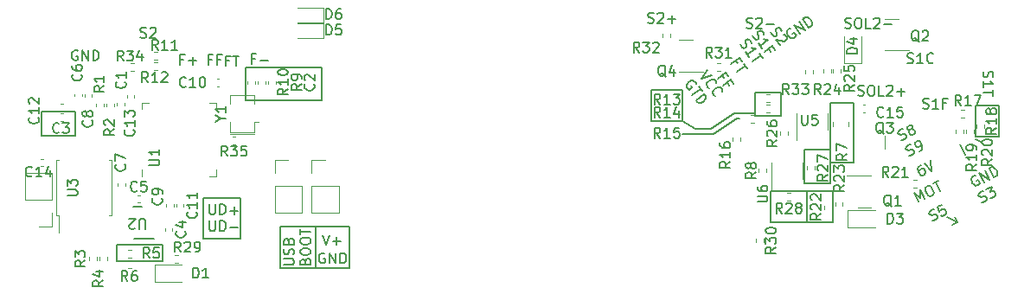
<source format=gbr>
%TF.GenerationSoftware,KiCad,Pcbnew,(7.0.0)*%
%TF.CreationDate,2023-04-17T21:08:14+08:00*%
%TF.ProjectId,opsx_x,6f707378-5f78-42e6-9b69-6361645f7063,rev?*%
%TF.SameCoordinates,Original*%
%TF.FileFunction,Legend,Top*%
%TF.FilePolarity,Positive*%
%FSLAX46Y46*%
G04 Gerber Fmt 4.6, Leading zero omitted, Abs format (unit mm)*
G04 Created by KiCad (PCBNEW (7.0.0)) date 2023-04-17 21:08:14*
%MOMM*%
%LPD*%
G01*
G04 APERTURE LIST*
%ADD10C,0.150000*%
%ADD11C,0.200000*%
%ADD12C,0.120000*%
G04 APERTURE END LIST*
D10*
X27475000Y-68125000D02*
X30700000Y-68125000D01*
X30700000Y-68125000D02*
X30700000Y-70500000D01*
X30700000Y-70500000D02*
X27475000Y-70500000D01*
X27475000Y-70500000D02*
X27475000Y-68125000D01*
X34825000Y-81175000D02*
X39325000Y-81175000D01*
X39325000Y-81175000D02*
X39325000Y-82750000D01*
X39325000Y-82750000D02*
X34825000Y-82750000D01*
X34825000Y-82750000D02*
X34825000Y-81175000D01*
X98806000Y-75946000D02*
X102362000Y-75946000D01*
X102362000Y-75946000D02*
X102362000Y-78994000D01*
X102362000Y-78994000D02*
X98806000Y-78994000D01*
X98806000Y-78994000D02*
X98806000Y-75946000D01*
X102362000Y-75946000D02*
X104902000Y-75946000D01*
X104902000Y-75946000D02*
X104902000Y-78994000D01*
X104902000Y-78994000D02*
X102362000Y-78994000D01*
X102362000Y-78994000D02*
X102362000Y-75946000D01*
X102108000Y-71882000D02*
X104648000Y-71882000D01*
X104648000Y-71882000D02*
X104648000Y-75184000D01*
X104648000Y-75184000D02*
X102108000Y-75184000D01*
X102108000Y-75184000D02*
X102108000Y-71882000D01*
X104648000Y-67310000D02*
X106934000Y-67310000D01*
X106934000Y-67310000D02*
X106934000Y-73152000D01*
X106934000Y-73152000D02*
X104648000Y-73152000D01*
X104648000Y-73152000D02*
X104648000Y-67310000D01*
X95504000Y-68834000D02*
X95758000Y-68834000D01*
X94742000Y-69342000D02*
X95504000Y-68834000D01*
X93218000Y-70358000D02*
X94742000Y-69342000D01*
X90170000Y-70358000D02*
X93218000Y-70358000D01*
X95250000Y-68326000D02*
X97282000Y-68326000D01*
X92964000Y-69850000D02*
X95250000Y-68326000D01*
X91440000Y-69850000D02*
X92964000Y-69850000D01*
X90170000Y-69088000D02*
X91440000Y-69850000D01*
X87122000Y-66040000D02*
X90170000Y-66040000D01*
X90170000Y-66040000D02*
X90170000Y-69088000D01*
X90170000Y-69088000D02*
X87122000Y-69088000D01*
X87122000Y-69088000D02*
X87122000Y-66040000D01*
X97282000Y-66294000D02*
X99822000Y-66294000D01*
X99822000Y-66294000D02*
X99822000Y-68580000D01*
X99822000Y-68580000D02*
X97282000Y-68580000D01*
X97282000Y-68580000D02*
X97282000Y-66294000D01*
X117856000Y-72390000D02*
X117348000Y-71374000D01*
X119380000Y-71120000D02*
X118872000Y-70866000D01*
X118872000Y-67564000D02*
X121158000Y-67564000D01*
X121158000Y-67564000D02*
X121158000Y-70612000D01*
X121158000Y-70612000D02*
X118872000Y-70612000D01*
X118872000Y-70612000D02*
X118872000Y-67564000D01*
X43275000Y-76600000D02*
X46925000Y-76600000D01*
X46925000Y-76600000D02*
X46925000Y-80600000D01*
X46925000Y-80600000D02*
X43275000Y-80600000D01*
X43275000Y-80600000D02*
X43275000Y-76600000D01*
X54300000Y-79400000D02*
X57600000Y-79400000D01*
X57600000Y-79400000D02*
X57600000Y-83500000D01*
X57600000Y-83500000D02*
X54300000Y-83500000D01*
X54300000Y-83500000D02*
X54300000Y-79400000D01*
X116840000Y-78486000D02*
X117094000Y-78994000D01*
X47400000Y-63800000D02*
X54900000Y-63800000D01*
X54900000Y-63800000D02*
X54900000Y-67000000D01*
X54900000Y-67000000D02*
X47400000Y-67000000D01*
X47400000Y-67000000D02*
X47400000Y-63800000D01*
X117094000Y-78994000D02*
X116586000Y-79248000D01*
X50800000Y-79400000D02*
X54300000Y-79400000D01*
X54300000Y-79400000D02*
X54300000Y-83500000D01*
X54300000Y-83500000D02*
X50800000Y-83500000D01*
X50800000Y-83500000D02*
X50800000Y-79400000D01*
X116078000Y-78486000D02*
X117094000Y-78994000D01*
X117094000Y-78994000D02*
X116840000Y-78486000D01*
X54945238Y-80207380D02*
X55278571Y-81207380D01*
X55278571Y-81207380D02*
X55611904Y-80207380D01*
X55945238Y-80826428D02*
X56707143Y-80826428D01*
X56326190Y-81207380D02*
X56326190Y-80445476D01*
X43863095Y-77212380D02*
X43863095Y-78021904D01*
X43863095Y-78021904D02*
X43910714Y-78117142D01*
X43910714Y-78117142D02*
X43958333Y-78164761D01*
X43958333Y-78164761D02*
X44053571Y-78212380D01*
X44053571Y-78212380D02*
X44244047Y-78212380D01*
X44244047Y-78212380D02*
X44339285Y-78164761D01*
X44339285Y-78164761D02*
X44386904Y-78117142D01*
X44386904Y-78117142D02*
X44434523Y-78021904D01*
X44434523Y-78021904D02*
X44434523Y-77212380D01*
X44910714Y-78212380D02*
X44910714Y-77212380D01*
X44910714Y-77212380D02*
X45148809Y-77212380D01*
X45148809Y-77212380D02*
X45291666Y-77260000D01*
X45291666Y-77260000D02*
X45386904Y-77355238D01*
X45386904Y-77355238D02*
X45434523Y-77450476D01*
X45434523Y-77450476D02*
X45482142Y-77640952D01*
X45482142Y-77640952D02*
X45482142Y-77783809D01*
X45482142Y-77783809D02*
X45434523Y-77974285D01*
X45434523Y-77974285D02*
X45386904Y-78069523D01*
X45386904Y-78069523D02*
X45291666Y-78164761D01*
X45291666Y-78164761D02*
X45148809Y-78212380D01*
X45148809Y-78212380D02*
X44910714Y-78212380D01*
X45910714Y-77831428D02*
X46672619Y-77831428D01*
X46291666Y-78212380D02*
X46291666Y-77450476D01*
X43863095Y-78832380D02*
X43863095Y-79641904D01*
X43863095Y-79641904D02*
X43910714Y-79737142D01*
X43910714Y-79737142D02*
X43958333Y-79784761D01*
X43958333Y-79784761D02*
X44053571Y-79832380D01*
X44053571Y-79832380D02*
X44244047Y-79832380D01*
X44244047Y-79832380D02*
X44339285Y-79784761D01*
X44339285Y-79784761D02*
X44386904Y-79737142D01*
X44386904Y-79737142D02*
X44434523Y-79641904D01*
X44434523Y-79641904D02*
X44434523Y-78832380D01*
X44910714Y-79832380D02*
X44910714Y-78832380D01*
X44910714Y-78832380D02*
X45148809Y-78832380D01*
X45148809Y-78832380D02*
X45291666Y-78880000D01*
X45291666Y-78880000D02*
X45386904Y-78975238D01*
X45386904Y-78975238D02*
X45434523Y-79070476D01*
X45434523Y-79070476D02*
X45482142Y-79260952D01*
X45482142Y-79260952D02*
X45482142Y-79403809D01*
X45482142Y-79403809D02*
X45434523Y-79594285D01*
X45434523Y-79594285D02*
X45386904Y-79689523D01*
X45386904Y-79689523D02*
X45291666Y-79784761D01*
X45291666Y-79784761D02*
X45148809Y-79832380D01*
X45148809Y-79832380D02*
X44910714Y-79832380D01*
X45910714Y-79451428D02*
X46672619Y-79451428D01*
X30961904Y-62180000D02*
X30866666Y-62132380D01*
X30866666Y-62132380D02*
X30723809Y-62132380D01*
X30723809Y-62132380D02*
X30580952Y-62180000D01*
X30580952Y-62180000D02*
X30485714Y-62275238D01*
X30485714Y-62275238D02*
X30438095Y-62370476D01*
X30438095Y-62370476D02*
X30390476Y-62560952D01*
X30390476Y-62560952D02*
X30390476Y-62703809D01*
X30390476Y-62703809D02*
X30438095Y-62894285D01*
X30438095Y-62894285D02*
X30485714Y-62989523D01*
X30485714Y-62989523D02*
X30580952Y-63084761D01*
X30580952Y-63084761D02*
X30723809Y-63132380D01*
X30723809Y-63132380D02*
X30819047Y-63132380D01*
X30819047Y-63132380D02*
X30961904Y-63084761D01*
X30961904Y-63084761D02*
X31009523Y-63037142D01*
X31009523Y-63037142D02*
X31009523Y-62703809D01*
X31009523Y-62703809D02*
X30819047Y-62703809D01*
X31438095Y-63132380D02*
X31438095Y-62132380D01*
X31438095Y-62132380D02*
X32009523Y-63132380D01*
X32009523Y-63132380D02*
X32009523Y-62132380D01*
X32485714Y-63132380D02*
X32485714Y-62132380D01*
X32485714Y-62132380D02*
X32723809Y-62132380D01*
X32723809Y-62132380D02*
X32866666Y-62180000D01*
X32866666Y-62180000D02*
X32961904Y-62275238D01*
X32961904Y-62275238D02*
X33009523Y-62370476D01*
X33009523Y-62370476D02*
X33057142Y-62560952D01*
X33057142Y-62560952D02*
X33057142Y-62703809D01*
X33057142Y-62703809D02*
X33009523Y-62894285D01*
X33009523Y-62894285D02*
X32961904Y-62989523D01*
X32961904Y-62989523D02*
X32866666Y-63084761D01*
X32866666Y-63084761D02*
X32723809Y-63132380D01*
X32723809Y-63132380D02*
X32485714Y-63132380D01*
X55161904Y-82030000D02*
X55066666Y-81982380D01*
X55066666Y-81982380D02*
X54923809Y-81982380D01*
X54923809Y-81982380D02*
X54780952Y-82030000D01*
X54780952Y-82030000D02*
X54685714Y-82125238D01*
X54685714Y-82125238D02*
X54638095Y-82220476D01*
X54638095Y-82220476D02*
X54590476Y-82410952D01*
X54590476Y-82410952D02*
X54590476Y-82553809D01*
X54590476Y-82553809D02*
X54638095Y-82744285D01*
X54638095Y-82744285D02*
X54685714Y-82839523D01*
X54685714Y-82839523D02*
X54780952Y-82934761D01*
X54780952Y-82934761D02*
X54923809Y-82982380D01*
X54923809Y-82982380D02*
X55019047Y-82982380D01*
X55019047Y-82982380D02*
X55161904Y-82934761D01*
X55161904Y-82934761D02*
X55209523Y-82887142D01*
X55209523Y-82887142D02*
X55209523Y-82553809D01*
X55209523Y-82553809D02*
X55019047Y-82553809D01*
X55638095Y-82982380D02*
X55638095Y-81982380D01*
X55638095Y-81982380D02*
X56209523Y-82982380D01*
X56209523Y-82982380D02*
X56209523Y-81982380D01*
X56685714Y-82982380D02*
X56685714Y-81982380D01*
X56685714Y-81982380D02*
X56923809Y-81982380D01*
X56923809Y-81982380D02*
X57066666Y-82030000D01*
X57066666Y-82030000D02*
X57161904Y-82125238D01*
X57161904Y-82125238D02*
X57209523Y-82220476D01*
X57209523Y-82220476D02*
X57257142Y-82410952D01*
X57257142Y-82410952D02*
X57257142Y-82553809D01*
X57257142Y-82553809D02*
X57209523Y-82744285D01*
X57209523Y-82744285D02*
X57161904Y-82839523D01*
X57161904Y-82839523D02*
X57066666Y-82934761D01*
X57066666Y-82934761D02*
X56923809Y-82982380D01*
X56923809Y-82982380D02*
X56685714Y-82982380D01*
X51162380Y-83136904D02*
X51971904Y-83136904D01*
X51971904Y-83136904D02*
X52067142Y-83089285D01*
X52067142Y-83089285D02*
X52114761Y-83041666D01*
X52114761Y-83041666D02*
X52162380Y-82946428D01*
X52162380Y-82946428D02*
X52162380Y-82755952D01*
X52162380Y-82755952D02*
X52114761Y-82660714D01*
X52114761Y-82660714D02*
X52067142Y-82613095D01*
X52067142Y-82613095D02*
X51971904Y-82565476D01*
X51971904Y-82565476D02*
X51162380Y-82565476D01*
X52114761Y-82136904D02*
X52162380Y-81994047D01*
X52162380Y-81994047D02*
X52162380Y-81755952D01*
X52162380Y-81755952D02*
X52114761Y-81660714D01*
X52114761Y-81660714D02*
X52067142Y-81613095D01*
X52067142Y-81613095D02*
X51971904Y-81565476D01*
X51971904Y-81565476D02*
X51876666Y-81565476D01*
X51876666Y-81565476D02*
X51781428Y-81613095D01*
X51781428Y-81613095D02*
X51733809Y-81660714D01*
X51733809Y-81660714D02*
X51686190Y-81755952D01*
X51686190Y-81755952D02*
X51638571Y-81946428D01*
X51638571Y-81946428D02*
X51590952Y-82041666D01*
X51590952Y-82041666D02*
X51543333Y-82089285D01*
X51543333Y-82089285D02*
X51448095Y-82136904D01*
X51448095Y-82136904D02*
X51352857Y-82136904D01*
X51352857Y-82136904D02*
X51257619Y-82089285D01*
X51257619Y-82089285D02*
X51210000Y-82041666D01*
X51210000Y-82041666D02*
X51162380Y-81946428D01*
X51162380Y-81946428D02*
X51162380Y-81708333D01*
X51162380Y-81708333D02*
X51210000Y-81565476D01*
X51638571Y-80803571D02*
X51686190Y-80660714D01*
X51686190Y-80660714D02*
X51733809Y-80613095D01*
X51733809Y-80613095D02*
X51829047Y-80565476D01*
X51829047Y-80565476D02*
X51971904Y-80565476D01*
X51971904Y-80565476D02*
X52067142Y-80613095D01*
X52067142Y-80613095D02*
X52114761Y-80660714D01*
X52114761Y-80660714D02*
X52162380Y-80755952D01*
X52162380Y-80755952D02*
X52162380Y-81136904D01*
X52162380Y-81136904D02*
X51162380Y-81136904D01*
X51162380Y-81136904D02*
X51162380Y-80803571D01*
X51162380Y-80803571D02*
X51210000Y-80708333D01*
X51210000Y-80708333D02*
X51257619Y-80660714D01*
X51257619Y-80660714D02*
X51352857Y-80613095D01*
X51352857Y-80613095D02*
X51448095Y-80613095D01*
X51448095Y-80613095D02*
X51543333Y-80660714D01*
X51543333Y-80660714D02*
X51590952Y-80708333D01*
X51590952Y-80708333D02*
X51638571Y-80803571D01*
X51638571Y-80803571D02*
X51638571Y-81136904D01*
X53258571Y-82803571D02*
X53306190Y-82660714D01*
X53306190Y-82660714D02*
X53353809Y-82613095D01*
X53353809Y-82613095D02*
X53449047Y-82565476D01*
X53449047Y-82565476D02*
X53591904Y-82565476D01*
X53591904Y-82565476D02*
X53687142Y-82613095D01*
X53687142Y-82613095D02*
X53734761Y-82660714D01*
X53734761Y-82660714D02*
X53782380Y-82755952D01*
X53782380Y-82755952D02*
X53782380Y-83136904D01*
X53782380Y-83136904D02*
X52782380Y-83136904D01*
X52782380Y-83136904D02*
X52782380Y-82803571D01*
X52782380Y-82803571D02*
X52830000Y-82708333D01*
X52830000Y-82708333D02*
X52877619Y-82660714D01*
X52877619Y-82660714D02*
X52972857Y-82613095D01*
X52972857Y-82613095D02*
X53068095Y-82613095D01*
X53068095Y-82613095D02*
X53163333Y-82660714D01*
X53163333Y-82660714D02*
X53210952Y-82708333D01*
X53210952Y-82708333D02*
X53258571Y-82803571D01*
X53258571Y-82803571D02*
X53258571Y-83136904D01*
X52782380Y-81946428D02*
X52782380Y-81755952D01*
X52782380Y-81755952D02*
X52830000Y-81660714D01*
X52830000Y-81660714D02*
X52925238Y-81565476D01*
X52925238Y-81565476D02*
X53115714Y-81517857D01*
X53115714Y-81517857D02*
X53449047Y-81517857D01*
X53449047Y-81517857D02*
X53639523Y-81565476D01*
X53639523Y-81565476D02*
X53734761Y-81660714D01*
X53734761Y-81660714D02*
X53782380Y-81755952D01*
X53782380Y-81755952D02*
X53782380Y-81946428D01*
X53782380Y-81946428D02*
X53734761Y-82041666D01*
X53734761Y-82041666D02*
X53639523Y-82136904D01*
X53639523Y-82136904D02*
X53449047Y-82184523D01*
X53449047Y-82184523D02*
X53115714Y-82184523D01*
X53115714Y-82184523D02*
X52925238Y-82136904D01*
X52925238Y-82136904D02*
X52830000Y-82041666D01*
X52830000Y-82041666D02*
X52782380Y-81946428D01*
X52782380Y-80898809D02*
X52782380Y-80708333D01*
X52782380Y-80708333D02*
X52830000Y-80613095D01*
X52830000Y-80613095D02*
X52925238Y-80517857D01*
X52925238Y-80517857D02*
X53115714Y-80470238D01*
X53115714Y-80470238D02*
X53449047Y-80470238D01*
X53449047Y-80470238D02*
X53639523Y-80517857D01*
X53639523Y-80517857D02*
X53734761Y-80613095D01*
X53734761Y-80613095D02*
X53782380Y-80708333D01*
X53782380Y-80708333D02*
X53782380Y-80898809D01*
X53782380Y-80898809D02*
X53734761Y-80994047D01*
X53734761Y-80994047D02*
X53639523Y-81089285D01*
X53639523Y-81089285D02*
X53449047Y-81136904D01*
X53449047Y-81136904D02*
X53115714Y-81136904D01*
X53115714Y-81136904D02*
X52925238Y-81089285D01*
X52925238Y-81089285D02*
X52830000Y-80994047D01*
X52830000Y-80994047D02*
X52782380Y-80898809D01*
X52782380Y-80184523D02*
X52782380Y-79613095D01*
X53782380Y-79898809D02*
X52782380Y-79898809D01*
X37115476Y-60859761D02*
X37258333Y-60907380D01*
X37258333Y-60907380D02*
X37496428Y-60907380D01*
X37496428Y-60907380D02*
X37591666Y-60859761D01*
X37591666Y-60859761D02*
X37639285Y-60812142D01*
X37639285Y-60812142D02*
X37686904Y-60716904D01*
X37686904Y-60716904D02*
X37686904Y-60621666D01*
X37686904Y-60621666D02*
X37639285Y-60526428D01*
X37639285Y-60526428D02*
X37591666Y-60478809D01*
X37591666Y-60478809D02*
X37496428Y-60431190D01*
X37496428Y-60431190D02*
X37305952Y-60383571D01*
X37305952Y-60383571D02*
X37210714Y-60335952D01*
X37210714Y-60335952D02*
X37163095Y-60288333D01*
X37163095Y-60288333D02*
X37115476Y-60193095D01*
X37115476Y-60193095D02*
X37115476Y-60097857D01*
X37115476Y-60097857D02*
X37163095Y-60002619D01*
X37163095Y-60002619D02*
X37210714Y-59955000D01*
X37210714Y-59955000D02*
X37305952Y-59907380D01*
X37305952Y-59907380D02*
X37544047Y-59907380D01*
X37544047Y-59907380D02*
X37686904Y-59955000D01*
X38067857Y-60002619D02*
X38115476Y-59955000D01*
X38115476Y-59955000D02*
X38210714Y-59907380D01*
X38210714Y-59907380D02*
X38448809Y-59907380D01*
X38448809Y-59907380D02*
X38544047Y-59955000D01*
X38544047Y-59955000D02*
X38591666Y-60002619D01*
X38591666Y-60002619D02*
X38639285Y-60097857D01*
X38639285Y-60097857D02*
X38639285Y-60193095D01*
X38639285Y-60193095D02*
X38591666Y-60335952D01*
X38591666Y-60335952D02*
X38020238Y-60907380D01*
X38020238Y-60907380D02*
X38639285Y-60907380D01*
%TO.C,U2*%
X37586904Y-79626619D02*
X37586904Y-78817095D01*
X37586904Y-78817095D02*
X37539285Y-78721857D01*
X37539285Y-78721857D02*
X37491666Y-78674238D01*
X37491666Y-78674238D02*
X37396428Y-78626619D01*
X37396428Y-78626619D02*
X37205952Y-78626619D01*
X37205952Y-78626619D02*
X37110714Y-78674238D01*
X37110714Y-78674238D02*
X37063095Y-78721857D01*
X37063095Y-78721857D02*
X37015476Y-78817095D01*
X37015476Y-78817095D02*
X37015476Y-79626619D01*
X36586904Y-79531380D02*
X36539285Y-79579000D01*
X36539285Y-79579000D02*
X36444047Y-79626619D01*
X36444047Y-79626619D02*
X36205952Y-79626619D01*
X36205952Y-79626619D02*
X36110714Y-79579000D01*
X36110714Y-79579000D02*
X36063095Y-79531380D01*
X36063095Y-79531380D02*
X36015476Y-79436142D01*
X36015476Y-79436142D02*
X36015476Y-79340904D01*
X36015476Y-79340904D02*
X36063095Y-79198047D01*
X36063095Y-79198047D02*
X36634523Y-78626619D01*
X36634523Y-78626619D02*
X36015476Y-78626619D01*
%TO.C,R35*%
X45632142Y-72487380D02*
X45298809Y-72011190D01*
X45060714Y-72487380D02*
X45060714Y-71487380D01*
X45060714Y-71487380D02*
X45441666Y-71487380D01*
X45441666Y-71487380D02*
X45536904Y-71535000D01*
X45536904Y-71535000D02*
X45584523Y-71582619D01*
X45584523Y-71582619D02*
X45632142Y-71677857D01*
X45632142Y-71677857D02*
X45632142Y-71820714D01*
X45632142Y-71820714D02*
X45584523Y-71915952D01*
X45584523Y-71915952D02*
X45536904Y-71963571D01*
X45536904Y-71963571D02*
X45441666Y-72011190D01*
X45441666Y-72011190D02*
X45060714Y-72011190D01*
X45965476Y-71487380D02*
X46584523Y-71487380D01*
X46584523Y-71487380D02*
X46251190Y-71868333D01*
X46251190Y-71868333D02*
X46394047Y-71868333D01*
X46394047Y-71868333D02*
X46489285Y-71915952D01*
X46489285Y-71915952D02*
X46536904Y-71963571D01*
X46536904Y-71963571D02*
X46584523Y-72058809D01*
X46584523Y-72058809D02*
X46584523Y-72296904D01*
X46584523Y-72296904D02*
X46536904Y-72392142D01*
X46536904Y-72392142D02*
X46489285Y-72439761D01*
X46489285Y-72439761D02*
X46394047Y-72487380D01*
X46394047Y-72487380D02*
X46108333Y-72487380D01*
X46108333Y-72487380D02*
X46013095Y-72439761D01*
X46013095Y-72439761D02*
X45965476Y-72392142D01*
X47489285Y-71487380D02*
X47013095Y-71487380D01*
X47013095Y-71487380D02*
X46965476Y-71963571D01*
X46965476Y-71963571D02*
X47013095Y-71915952D01*
X47013095Y-71915952D02*
X47108333Y-71868333D01*
X47108333Y-71868333D02*
X47346428Y-71868333D01*
X47346428Y-71868333D02*
X47441666Y-71915952D01*
X47441666Y-71915952D02*
X47489285Y-71963571D01*
X47489285Y-71963571D02*
X47536904Y-72058809D01*
X47536904Y-72058809D02*
X47536904Y-72296904D01*
X47536904Y-72296904D02*
X47489285Y-72392142D01*
X47489285Y-72392142D02*
X47441666Y-72439761D01*
X47441666Y-72439761D02*
X47346428Y-72487380D01*
X47346428Y-72487380D02*
X47108333Y-72487380D01*
X47108333Y-72487380D02*
X47013095Y-72439761D01*
X47013095Y-72439761D02*
X46965476Y-72392142D01*
%TO.C,D6*%
X55286905Y-59067380D02*
X55286905Y-58067380D01*
X55286905Y-58067380D02*
X55525000Y-58067380D01*
X55525000Y-58067380D02*
X55667857Y-58115000D01*
X55667857Y-58115000D02*
X55763095Y-58210238D01*
X55763095Y-58210238D02*
X55810714Y-58305476D01*
X55810714Y-58305476D02*
X55858333Y-58495952D01*
X55858333Y-58495952D02*
X55858333Y-58638809D01*
X55858333Y-58638809D02*
X55810714Y-58829285D01*
X55810714Y-58829285D02*
X55763095Y-58924523D01*
X55763095Y-58924523D02*
X55667857Y-59019761D01*
X55667857Y-59019761D02*
X55525000Y-59067380D01*
X55525000Y-59067380D02*
X55286905Y-59067380D01*
X56715476Y-58067380D02*
X56525000Y-58067380D01*
X56525000Y-58067380D02*
X56429762Y-58115000D01*
X56429762Y-58115000D02*
X56382143Y-58162619D01*
X56382143Y-58162619D02*
X56286905Y-58305476D01*
X56286905Y-58305476D02*
X56239286Y-58495952D01*
X56239286Y-58495952D02*
X56239286Y-58876904D01*
X56239286Y-58876904D02*
X56286905Y-58972142D01*
X56286905Y-58972142D02*
X56334524Y-59019761D01*
X56334524Y-59019761D02*
X56429762Y-59067380D01*
X56429762Y-59067380D02*
X56620238Y-59067380D01*
X56620238Y-59067380D02*
X56715476Y-59019761D01*
X56715476Y-59019761D02*
X56763095Y-58972142D01*
X56763095Y-58972142D02*
X56810714Y-58876904D01*
X56810714Y-58876904D02*
X56810714Y-58638809D01*
X56810714Y-58638809D02*
X56763095Y-58543571D01*
X56763095Y-58543571D02*
X56715476Y-58495952D01*
X56715476Y-58495952D02*
X56620238Y-58448333D01*
X56620238Y-58448333D02*
X56429762Y-58448333D01*
X56429762Y-58448333D02*
X56334524Y-58495952D01*
X56334524Y-58495952D02*
X56286905Y-58543571D01*
X56286905Y-58543571D02*
X56239286Y-58638809D01*
%TO.C,D5*%
X55286905Y-60617380D02*
X55286905Y-59617380D01*
X55286905Y-59617380D02*
X55525000Y-59617380D01*
X55525000Y-59617380D02*
X55667857Y-59665000D01*
X55667857Y-59665000D02*
X55763095Y-59760238D01*
X55763095Y-59760238D02*
X55810714Y-59855476D01*
X55810714Y-59855476D02*
X55858333Y-60045952D01*
X55858333Y-60045952D02*
X55858333Y-60188809D01*
X55858333Y-60188809D02*
X55810714Y-60379285D01*
X55810714Y-60379285D02*
X55763095Y-60474523D01*
X55763095Y-60474523D02*
X55667857Y-60569761D01*
X55667857Y-60569761D02*
X55525000Y-60617380D01*
X55525000Y-60617380D02*
X55286905Y-60617380D01*
X56763095Y-59617380D02*
X56286905Y-59617380D01*
X56286905Y-59617380D02*
X56239286Y-60093571D01*
X56239286Y-60093571D02*
X56286905Y-60045952D01*
X56286905Y-60045952D02*
X56382143Y-59998333D01*
X56382143Y-59998333D02*
X56620238Y-59998333D01*
X56620238Y-59998333D02*
X56715476Y-60045952D01*
X56715476Y-60045952D02*
X56763095Y-60093571D01*
X56763095Y-60093571D02*
X56810714Y-60188809D01*
X56810714Y-60188809D02*
X56810714Y-60426904D01*
X56810714Y-60426904D02*
X56763095Y-60522142D01*
X56763095Y-60522142D02*
X56715476Y-60569761D01*
X56715476Y-60569761D02*
X56620238Y-60617380D01*
X56620238Y-60617380D02*
X56382143Y-60617380D01*
X56382143Y-60617380D02*
X56286905Y-60569761D01*
X56286905Y-60569761D02*
X56239286Y-60522142D01*
%TO.C,R34*%
X35457142Y-63167380D02*
X35123809Y-62691190D01*
X34885714Y-63167380D02*
X34885714Y-62167380D01*
X34885714Y-62167380D02*
X35266666Y-62167380D01*
X35266666Y-62167380D02*
X35361904Y-62215000D01*
X35361904Y-62215000D02*
X35409523Y-62262619D01*
X35409523Y-62262619D02*
X35457142Y-62357857D01*
X35457142Y-62357857D02*
X35457142Y-62500714D01*
X35457142Y-62500714D02*
X35409523Y-62595952D01*
X35409523Y-62595952D02*
X35361904Y-62643571D01*
X35361904Y-62643571D02*
X35266666Y-62691190D01*
X35266666Y-62691190D02*
X34885714Y-62691190D01*
X35790476Y-62167380D02*
X36409523Y-62167380D01*
X36409523Y-62167380D02*
X36076190Y-62548333D01*
X36076190Y-62548333D02*
X36219047Y-62548333D01*
X36219047Y-62548333D02*
X36314285Y-62595952D01*
X36314285Y-62595952D02*
X36361904Y-62643571D01*
X36361904Y-62643571D02*
X36409523Y-62738809D01*
X36409523Y-62738809D02*
X36409523Y-62976904D01*
X36409523Y-62976904D02*
X36361904Y-63072142D01*
X36361904Y-63072142D02*
X36314285Y-63119761D01*
X36314285Y-63119761D02*
X36219047Y-63167380D01*
X36219047Y-63167380D02*
X35933333Y-63167380D01*
X35933333Y-63167380D02*
X35838095Y-63119761D01*
X35838095Y-63119761D02*
X35790476Y-63072142D01*
X37266666Y-62500714D02*
X37266666Y-63167380D01*
X37028571Y-62119761D02*
X36790476Y-62834047D01*
X36790476Y-62834047D02*
X37409523Y-62834047D01*
%TO.C,Q3*%
X109886761Y-70312619D02*
X109791523Y-70265000D01*
X109791523Y-70265000D02*
X109696285Y-70169761D01*
X109696285Y-70169761D02*
X109553428Y-70026904D01*
X109553428Y-70026904D02*
X109458190Y-69979285D01*
X109458190Y-69979285D02*
X109362952Y-69979285D01*
X109410571Y-70217380D02*
X109315333Y-70169761D01*
X109315333Y-70169761D02*
X109220095Y-70074523D01*
X109220095Y-70074523D02*
X109172476Y-69884047D01*
X109172476Y-69884047D02*
X109172476Y-69550714D01*
X109172476Y-69550714D02*
X109220095Y-69360238D01*
X109220095Y-69360238D02*
X109315333Y-69265000D01*
X109315333Y-69265000D02*
X109410571Y-69217380D01*
X109410571Y-69217380D02*
X109601047Y-69217380D01*
X109601047Y-69217380D02*
X109696285Y-69265000D01*
X109696285Y-69265000D02*
X109791523Y-69360238D01*
X109791523Y-69360238D02*
X109839142Y-69550714D01*
X109839142Y-69550714D02*
X109839142Y-69884047D01*
X109839142Y-69884047D02*
X109791523Y-70074523D01*
X109791523Y-70074523D02*
X109696285Y-70169761D01*
X109696285Y-70169761D02*
X109601047Y-70217380D01*
X109601047Y-70217380D02*
X109410571Y-70217380D01*
X110172476Y-69217380D02*
X110791523Y-69217380D01*
X110791523Y-69217380D02*
X110458190Y-69598333D01*
X110458190Y-69598333D02*
X110601047Y-69598333D01*
X110601047Y-69598333D02*
X110696285Y-69645952D01*
X110696285Y-69645952D02*
X110743904Y-69693571D01*
X110743904Y-69693571D02*
X110791523Y-69788809D01*
X110791523Y-69788809D02*
X110791523Y-70026904D01*
X110791523Y-70026904D02*
X110743904Y-70122142D01*
X110743904Y-70122142D02*
X110696285Y-70169761D01*
X110696285Y-70169761D02*
X110601047Y-70217380D01*
X110601047Y-70217380D02*
X110315333Y-70217380D01*
X110315333Y-70217380D02*
X110220095Y-70169761D01*
X110220095Y-70169761D02*
X110172476Y-70122142D01*
%TO.C,R33*%
X100607142Y-66442380D02*
X100273809Y-65966190D01*
X100035714Y-66442380D02*
X100035714Y-65442380D01*
X100035714Y-65442380D02*
X100416666Y-65442380D01*
X100416666Y-65442380D02*
X100511904Y-65490000D01*
X100511904Y-65490000D02*
X100559523Y-65537619D01*
X100559523Y-65537619D02*
X100607142Y-65632857D01*
X100607142Y-65632857D02*
X100607142Y-65775714D01*
X100607142Y-65775714D02*
X100559523Y-65870952D01*
X100559523Y-65870952D02*
X100511904Y-65918571D01*
X100511904Y-65918571D02*
X100416666Y-65966190D01*
X100416666Y-65966190D02*
X100035714Y-65966190D01*
X100940476Y-65442380D02*
X101559523Y-65442380D01*
X101559523Y-65442380D02*
X101226190Y-65823333D01*
X101226190Y-65823333D02*
X101369047Y-65823333D01*
X101369047Y-65823333D02*
X101464285Y-65870952D01*
X101464285Y-65870952D02*
X101511904Y-65918571D01*
X101511904Y-65918571D02*
X101559523Y-66013809D01*
X101559523Y-66013809D02*
X101559523Y-66251904D01*
X101559523Y-66251904D02*
X101511904Y-66347142D01*
X101511904Y-66347142D02*
X101464285Y-66394761D01*
X101464285Y-66394761D02*
X101369047Y-66442380D01*
X101369047Y-66442380D02*
X101083333Y-66442380D01*
X101083333Y-66442380D02*
X100988095Y-66394761D01*
X100988095Y-66394761D02*
X100940476Y-66347142D01*
X101892857Y-65442380D02*
X102511904Y-65442380D01*
X102511904Y-65442380D02*
X102178571Y-65823333D01*
X102178571Y-65823333D02*
X102321428Y-65823333D01*
X102321428Y-65823333D02*
X102416666Y-65870952D01*
X102416666Y-65870952D02*
X102464285Y-65918571D01*
X102464285Y-65918571D02*
X102511904Y-66013809D01*
X102511904Y-66013809D02*
X102511904Y-66251904D01*
X102511904Y-66251904D02*
X102464285Y-66347142D01*
X102464285Y-66347142D02*
X102416666Y-66394761D01*
X102416666Y-66394761D02*
X102321428Y-66442380D01*
X102321428Y-66442380D02*
X102035714Y-66442380D01*
X102035714Y-66442380D02*
X101940476Y-66394761D01*
X101940476Y-66394761D02*
X101892857Y-66347142D01*
%TO.C,R32*%
X85971142Y-62343380D02*
X85637809Y-61867190D01*
X85399714Y-62343380D02*
X85399714Y-61343380D01*
X85399714Y-61343380D02*
X85780666Y-61343380D01*
X85780666Y-61343380D02*
X85875904Y-61391000D01*
X85875904Y-61391000D02*
X85923523Y-61438619D01*
X85923523Y-61438619D02*
X85971142Y-61533857D01*
X85971142Y-61533857D02*
X85971142Y-61676714D01*
X85971142Y-61676714D02*
X85923523Y-61771952D01*
X85923523Y-61771952D02*
X85875904Y-61819571D01*
X85875904Y-61819571D02*
X85780666Y-61867190D01*
X85780666Y-61867190D02*
X85399714Y-61867190D01*
X86304476Y-61343380D02*
X86923523Y-61343380D01*
X86923523Y-61343380D02*
X86590190Y-61724333D01*
X86590190Y-61724333D02*
X86733047Y-61724333D01*
X86733047Y-61724333D02*
X86828285Y-61771952D01*
X86828285Y-61771952D02*
X86875904Y-61819571D01*
X86875904Y-61819571D02*
X86923523Y-61914809D01*
X86923523Y-61914809D02*
X86923523Y-62152904D01*
X86923523Y-62152904D02*
X86875904Y-62248142D01*
X86875904Y-62248142D02*
X86828285Y-62295761D01*
X86828285Y-62295761D02*
X86733047Y-62343380D01*
X86733047Y-62343380D02*
X86447333Y-62343380D01*
X86447333Y-62343380D02*
X86352095Y-62295761D01*
X86352095Y-62295761D02*
X86304476Y-62248142D01*
X87304476Y-61438619D02*
X87352095Y-61391000D01*
X87352095Y-61391000D02*
X87447333Y-61343380D01*
X87447333Y-61343380D02*
X87685428Y-61343380D01*
X87685428Y-61343380D02*
X87780666Y-61391000D01*
X87780666Y-61391000D02*
X87828285Y-61438619D01*
X87828285Y-61438619D02*
X87875904Y-61533857D01*
X87875904Y-61533857D02*
X87875904Y-61629095D01*
X87875904Y-61629095D02*
X87828285Y-61771952D01*
X87828285Y-61771952D02*
X87256857Y-62343380D01*
X87256857Y-62343380D02*
X87875904Y-62343380D01*
%TO.C,R31*%
X93083142Y-62851380D02*
X92749809Y-62375190D01*
X92511714Y-62851380D02*
X92511714Y-61851380D01*
X92511714Y-61851380D02*
X92892666Y-61851380D01*
X92892666Y-61851380D02*
X92987904Y-61899000D01*
X92987904Y-61899000D02*
X93035523Y-61946619D01*
X93035523Y-61946619D02*
X93083142Y-62041857D01*
X93083142Y-62041857D02*
X93083142Y-62184714D01*
X93083142Y-62184714D02*
X93035523Y-62279952D01*
X93035523Y-62279952D02*
X92987904Y-62327571D01*
X92987904Y-62327571D02*
X92892666Y-62375190D01*
X92892666Y-62375190D02*
X92511714Y-62375190D01*
X93416476Y-61851380D02*
X94035523Y-61851380D01*
X94035523Y-61851380D02*
X93702190Y-62232333D01*
X93702190Y-62232333D02*
X93845047Y-62232333D01*
X93845047Y-62232333D02*
X93940285Y-62279952D01*
X93940285Y-62279952D02*
X93987904Y-62327571D01*
X93987904Y-62327571D02*
X94035523Y-62422809D01*
X94035523Y-62422809D02*
X94035523Y-62660904D01*
X94035523Y-62660904D02*
X93987904Y-62756142D01*
X93987904Y-62756142D02*
X93940285Y-62803761D01*
X93940285Y-62803761D02*
X93845047Y-62851380D01*
X93845047Y-62851380D02*
X93559333Y-62851380D01*
X93559333Y-62851380D02*
X93464095Y-62803761D01*
X93464095Y-62803761D02*
X93416476Y-62756142D01*
X94987904Y-62851380D02*
X94416476Y-62851380D01*
X94702190Y-62851380D02*
X94702190Y-61851380D01*
X94702190Y-61851380D02*
X94606952Y-61994238D01*
X94606952Y-61994238D02*
X94511714Y-62089476D01*
X94511714Y-62089476D02*
X94416476Y-62137095D01*
%TO.C,Q4*%
X88550761Y-64724619D02*
X88455523Y-64677000D01*
X88455523Y-64677000D02*
X88360285Y-64581761D01*
X88360285Y-64581761D02*
X88217428Y-64438904D01*
X88217428Y-64438904D02*
X88122190Y-64391285D01*
X88122190Y-64391285D02*
X88026952Y-64391285D01*
X88074571Y-64629380D02*
X87979333Y-64581761D01*
X87979333Y-64581761D02*
X87884095Y-64486523D01*
X87884095Y-64486523D02*
X87836476Y-64296047D01*
X87836476Y-64296047D02*
X87836476Y-63962714D01*
X87836476Y-63962714D02*
X87884095Y-63772238D01*
X87884095Y-63772238D02*
X87979333Y-63677000D01*
X87979333Y-63677000D02*
X88074571Y-63629380D01*
X88074571Y-63629380D02*
X88265047Y-63629380D01*
X88265047Y-63629380D02*
X88360285Y-63677000D01*
X88360285Y-63677000D02*
X88455523Y-63772238D01*
X88455523Y-63772238D02*
X88503142Y-63962714D01*
X88503142Y-63962714D02*
X88503142Y-64296047D01*
X88503142Y-64296047D02*
X88455523Y-64486523D01*
X88455523Y-64486523D02*
X88360285Y-64581761D01*
X88360285Y-64581761D02*
X88265047Y-64629380D01*
X88265047Y-64629380D02*
X88074571Y-64629380D01*
X89360285Y-63962714D02*
X89360285Y-64629380D01*
X89122190Y-63581761D02*
X88884095Y-64296047D01*
X88884095Y-64296047D02*
X89503142Y-64296047D01*
%TO.C,R30*%
X99327380Y-81414857D02*
X98851190Y-81748190D01*
X99327380Y-81986285D02*
X98327380Y-81986285D01*
X98327380Y-81986285D02*
X98327380Y-81605333D01*
X98327380Y-81605333D02*
X98375000Y-81510095D01*
X98375000Y-81510095D02*
X98422619Y-81462476D01*
X98422619Y-81462476D02*
X98517857Y-81414857D01*
X98517857Y-81414857D02*
X98660714Y-81414857D01*
X98660714Y-81414857D02*
X98755952Y-81462476D01*
X98755952Y-81462476D02*
X98803571Y-81510095D01*
X98803571Y-81510095D02*
X98851190Y-81605333D01*
X98851190Y-81605333D02*
X98851190Y-81986285D01*
X98327380Y-81081523D02*
X98327380Y-80462476D01*
X98327380Y-80462476D02*
X98708333Y-80795809D01*
X98708333Y-80795809D02*
X98708333Y-80652952D01*
X98708333Y-80652952D02*
X98755952Y-80557714D01*
X98755952Y-80557714D02*
X98803571Y-80510095D01*
X98803571Y-80510095D02*
X98898809Y-80462476D01*
X98898809Y-80462476D02*
X99136904Y-80462476D01*
X99136904Y-80462476D02*
X99232142Y-80510095D01*
X99232142Y-80510095D02*
X99279761Y-80557714D01*
X99279761Y-80557714D02*
X99327380Y-80652952D01*
X99327380Y-80652952D02*
X99327380Y-80938666D01*
X99327380Y-80938666D02*
X99279761Y-81033904D01*
X99279761Y-81033904D02*
X99232142Y-81081523D01*
X98327380Y-79843428D02*
X98327380Y-79748190D01*
X98327380Y-79748190D02*
X98375000Y-79652952D01*
X98375000Y-79652952D02*
X98422619Y-79605333D01*
X98422619Y-79605333D02*
X98517857Y-79557714D01*
X98517857Y-79557714D02*
X98708333Y-79510095D01*
X98708333Y-79510095D02*
X98946428Y-79510095D01*
X98946428Y-79510095D02*
X99136904Y-79557714D01*
X99136904Y-79557714D02*
X99232142Y-79605333D01*
X99232142Y-79605333D02*
X99279761Y-79652952D01*
X99279761Y-79652952D02*
X99327380Y-79748190D01*
X99327380Y-79748190D02*
X99327380Y-79843428D01*
X99327380Y-79843428D02*
X99279761Y-79938666D01*
X99279761Y-79938666D02*
X99232142Y-79986285D01*
X99232142Y-79986285D02*
X99136904Y-80033904D01*
X99136904Y-80033904D02*
X98946428Y-80081523D01*
X98946428Y-80081523D02*
X98708333Y-80081523D01*
X98708333Y-80081523D02*
X98517857Y-80033904D01*
X98517857Y-80033904D02*
X98422619Y-79986285D01*
X98422619Y-79986285D02*
X98375000Y-79938666D01*
X98375000Y-79938666D02*
X98327380Y-79843428D01*
%TO.C,R29*%
X41057142Y-81892380D02*
X40723809Y-81416190D01*
X40485714Y-81892380D02*
X40485714Y-80892380D01*
X40485714Y-80892380D02*
X40866666Y-80892380D01*
X40866666Y-80892380D02*
X40961904Y-80940000D01*
X40961904Y-80940000D02*
X41009523Y-80987619D01*
X41009523Y-80987619D02*
X41057142Y-81082857D01*
X41057142Y-81082857D02*
X41057142Y-81225714D01*
X41057142Y-81225714D02*
X41009523Y-81320952D01*
X41009523Y-81320952D02*
X40961904Y-81368571D01*
X40961904Y-81368571D02*
X40866666Y-81416190D01*
X40866666Y-81416190D02*
X40485714Y-81416190D01*
X41438095Y-80987619D02*
X41485714Y-80940000D01*
X41485714Y-80940000D02*
X41580952Y-80892380D01*
X41580952Y-80892380D02*
X41819047Y-80892380D01*
X41819047Y-80892380D02*
X41914285Y-80940000D01*
X41914285Y-80940000D02*
X41961904Y-80987619D01*
X41961904Y-80987619D02*
X42009523Y-81082857D01*
X42009523Y-81082857D02*
X42009523Y-81178095D01*
X42009523Y-81178095D02*
X41961904Y-81320952D01*
X41961904Y-81320952D02*
X41390476Y-81892380D01*
X41390476Y-81892380D02*
X42009523Y-81892380D01*
X42485714Y-81892380D02*
X42676190Y-81892380D01*
X42676190Y-81892380D02*
X42771428Y-81844761D01*
X42771428Y-81844761D02*
X42819047Y-81797142D01*
X42819047Y-81797142D02*
X42914285Y-81654285D01*
X42914285Y-81654285D02*
X42961904Y-81463809D01*
X42961904Y-81463809D02*
X42961904Y-81082857D01*
X42961904Y-81082857D02*
X42914285Y-80987619D01*
X42914285Y-80987619D02*
X42866666Y-80940000D01*
X42866666Y-80940000D02*
X42771428Y-80892380D01*
X42771428Y-80892380D02*
X42580952Y-80892380D01*
X42580952Y-80892380D02*
X42485714Y-80940000D01*
X42485714Y-80940000D02*
X42438095Y-80987619D01*
X42438095Y-80987619D02*
X42390476Y-81082857D01*
X42390476Y-81082857D02*
X42390476Y-81320952D01*
X42390476Y-81320952D02*
X42438095Y-81416190D01*
X42438095Y-81416190D02*
X42485714Y-81463809D01*
X42485714Y-81463809D02*
X42580952Y-81511428D01*
X42580952Y-81511428D02*
X42771428Y-81511428D01*
X42771428Y-81511428D02*
X42866666Y-81463809D01*
X42866666Y-81463809D02*
X42914285Y-81416190D01*
X42914285Y-81416190D02*
X42961904Y-81320952D01*
%TO.C,R27*%
X104387380Y-74302857D02*
X103911190Y-74636190D01*
X104387380Y-74874285D02*
X103387380Y-74874285D01*
X103387380Y-74874285D02*
X103387380Y-74493333D01*
X103387380Y-74493333D02*
X103435000Y-74398095D01*
X103435000Y-74398095D02*
X103482619Y-74350476D01*
X103482619Y-74350476D02*
X103577857Y-74302857D01*
X103577857Y-74302857D02*
X103720714Y-74302857D01*
X103720714Y-74302857D02*
X103815952Y-74350476D01*
X103815952Y-74350476D02*
X103863571Y-74398095D01*
X103863571Y-74398095D02*
X103911190Y-74493333D01*
X103911190Y-74493333D02*
X103911190Y-74874285D01*
X103482619Y-73921904D02*
X103435000Y-73874285D01*
X103435000Y-73874285D02*
X103387380Y-73779047D01*
X103387380Y-73779047D02*
X103387380Y-73540952D01*
X103387380Y-73540952D02*
X103435000Y-73445714D01*
X103435000Y-73445714D02*
X103482619Y-73398095D01*
X103482619Y-73398095D02*
X103577857Y-73350476D01*
X103577857Y-73350476D02*
X103673095Y-73350476D01*
X103673095Y-73350476D02*
X103815952Y-73398095D01*
X103815952Y-73398095D02*
X104387380Y-73969523D01*
X104387380Y-73969523D02*
X104387380Y-73350476D01*
X103387380Y-73017142D02*
X103387380Y-72350476D01*
X103387380Y-72350476D02*
X104387380Y-72779047D01*
%TO.C,C15*%
X109847142Y-68598142D02*
X109799523Y-68645761D01*
X109799523Y-68645761D02*
X109656666Y-68693380D01*
X109656666Y-68693380D02*
X109561428Y-68693380D01*
X109561428Y-68693380D02*
X109418571Y-68645761D01*
X109418571Y-68645761D02*
X109323333Y-68550523D01*
X109323333Y-68550523D02*
X109275714Y-68455285D01*
X109275714Y-68455285D02*
X109228095Y-68264809D01*
X109228095Y-68264809D02*
X109228095Y-68121952D01*
X109228095Y-68121952D02*
X109275714Y-67931476D01*
X109275714Y-67931476D02*
X109323333Y-67836238D01*
X109323333Y-67836238D02*
X109418571Y-67741000D01*
X109418571Y-67741000D02*
X109561428Y-67693380D01*
X109561428Y-67693380D02*
X109656666Y-67693380D01*
X109656666Y-67693380D02*
X109799523Y-67741000D01*
X109799523Y-67741000D02*
X109847142Y-67788619D01*
X110799523Y-68693380D02*
X110228095Y-68693380D01*
X110513809Y-68693380D02*
X110513809Y-67693380D01*
X110513809Y-67693380D02*
X110418571Y-67836238D01*
X110418571Y-67836238D02*
X110323333Y-67931476D01*
X110323333Y-67931476D02*
X110228095Y-67979095D01*
X111704285Y-67693380D02*
X111228095Y-67693380D01*
X111228095Y-67693380D02*
X111180476Y-68169571D01*
X111180476Y-68169571D02*
X111228095Y-68121952D01*
X111228095Y-68121952D02*
X111323333Y-68074333D01*
X111323333Y-68074333D02*
X111561428Y-68074333D01*
X111561428Y-68074333D02*
X111656666Y-68121952D01*
X111656666Y-68121952D02*
X111704285Y-68169571D01*
X111704285Y-68169571D02*
X111751904Y-68264809D01*
X111751904Y-68264809D02*
X111751904Y-68502904D01*
X111751904Y-68502904D02*
X111704285Y-68598142D01*
X111704285Y-68598142D02*
X111656666Y-68645761D01*
X111656666Y-68645761D02*
X111561428Y-68693380D01*
X111561428Y-68693380D02*
X111323333Y-68693380D01*
X111323333Y-68693380D02*
X111228095Y-68645761D01*
X111228095Y-68645761D02*
X111180476Y-68598142D01*
%TO.C,U6*%
X97506380Y-76961904D02*
X98315904Y-76961904D01*
X98315904Y-76961904D02*
X98411142Y-76914285D01*
X98411142Y-76914285D02*
X98458761Y-76866666D01*
X98458761Y-76866666D02*
X98506380Y-76771428D01*
X98506380Y-76771428D02*
X98506380Y-76580952D01*
X98506380Y-76580952D02*
X98458761Y-76485714D01*
X98458761Y-76485714D02*
X98411142Y-76438095D01*
X98411142Y-76438095D02*
X98315904Y-76390476D01*
X98315904Y-76390476D02*
X97506380Y-76390476D01*
X97506380Y-75485714D02*
X97506380Y-75676190D01*
X97506380Y-75676190D02*
X97554000Y-75771428D01*
X97554000Y-75771428D02*
X97601619Y-75819047D01*
X97601619Y-75819047D02*
X97744476Y-75914285D01*
X97744476Y-75914285D02*
X97934952Y-75961904D01*
X97934952Y-75961904D02*
X98315904Y-75961904D01*
X98315904Y-75961904D02*
X98411142Y-75914285D01*
X98411142Y-75914285D02*
X98458761Y-75866666D01*
X98458761Y-75866666D02*
X98506380Y-75771428D01*
X98506380Y-75771428D02*
X98506380Y-75580952D01*
X98506380Y-75580952D02*
X98458761Y-75485714D01*
X98458761Y-75485714D02*
X98411142Y-75438095D01*
X98411142Y-75438095D02*
X98315904Y-75390476D01*
X98315904Y-75390476D02*
X98077809Y-75390476D01*
X98077809Y-75390476D02*
X97982571Y-75438095D01*
X97982571Y-75438095D02*
X97934952Y-75485714D01*
X97934952Y-75485714D02*
X97887333Y-75580952D01*
X97887333Y-75580952D02*
X97887333Y-75771428D01*
X97887333Y-75771428D02*
X97934952Y-75866666D01*
X97934952Y-75866666D02*
X97982571Y-75914285D01*
X97982571Y-75914285D02*
X98077809Y-75961904D01*
%TO.C,R28*%
X99941142Y-78091380D02*
X99607809Y-77615190D01*
X99369714Y-78091380D02*
X99369714Y-77091380D01*
X99369714Y-77091380D02*
X99750666Y-77091380D01*
X99750666Y-77091380D02*
X99845904Y-77139000D01*
X99845904Y-77139000D02*
X99893523Y-77186619D01*
X99893523Y-77186619D02*
X99941142Y-77281857D01*
X99941142Y-77281857D02*
X99941142Y-77424714D01*
X99941142Y-77424714D02*
X99893523Y-77519952D01*
X99893523Y-77519952D02*
X99845904Y-77567571D01*
X99845904Y-77567571D02*
X99750666Y-77615190D01*
X99750666Y-77615190D02*
X99369714Y-77615190D01*
X100322095Y-77186619D02*
X100369714Y-77139000D01*
X100369714Y-77139000D02*
X100464952Y-77091380D01*
X100464952Y-77091380D02*
X100703047Y-77091380D01*
X100703047Y-77091380D02*
X100798285Y-77139000D01*
X100798285Y-77139000D02*
X100845904Y-77186619D01*
X100845904Y-77186619D02*
X100893523Y-77281857D01*
X100893523Y-77281857D02*
X100893523Y-77377095D01*
X100893523Y-77377095D02*
X100845904Y-77519952D01*
X100845904Y-77519952D02*
X100274476Y-78091380D01*
X100274476Y-78091380D02*
X100893523Y-78091380D01*
X101464952Y-77519952D02*
X101369714Y-77472333D01*
X101369714Y-77472333D02*
X101322095Y-77424714D01*
X101322095Y-77424714D02*
X101274476Y-77329476D01*
X101274476Y-77329476D02*
X101274476Y-77281857D01*
X101274476Y-77281857D02*
X101322095Y-77186619D01*
X101322095Y-77186619D02*
X101369714Y-77139000D01*
X101369714Y-77139000D02*
X101464952Y-77091380D01*
X101464952Y-77091380D02*
X101655428Y-77091380D01*
X101655428Y-77091380D02*
X101750666Y-77139000D01*
X101750666Y-77139000D02*
X101798285Y-77186619D01*
X101798285Y-77186619D02*
X101845904Y-77281857D01*
X101845904Y-77281857D02*
X101845904Y-77329476D01*
X101845904Y-77329476D02*
X101798285Y-77424714D01*
X101798285Y-77424714D02*
X101750666Y-77472333D01*
X101750666Y-77472333D02*
X101655428Y-77519952D01*
X101655428Y-77519952D02*
X101464952Y-77519952D01*
X101464952Y-77519952D02*
X101369714Y-77567571D01*
X101369714Y-77567571D02*
X101322095Y-77615190D01*
X101322095Y-77615190D02*
X101274476Y-77710428D01*
X101274476Y-77710428D02*
X101274476Y-77900904D01*
X101274476Y-77900904D02*
X101322095Y-77996142D01*
X101322095Y-77996142D02*
X101369714Y-78043761D01*
X101369714Y-78043761D02*
X101464952Y-78091380D01*
X101464952Y-78091380D02*
X101655428Y-78091380D01*
X101655428Y-78091380D02*
X101750666Y-78043761D01*
X101750666Y-78043761D02*
X101798285Y-77996142D01*
X101798285Y-77996142D02*
X101845904Y-77900904D01*
X101845904Y-77900904D02*
X101845904Y-77710428D01*
X101845904Y-77710428D02*
X101798285Y-77615190D01*
X101798285Y-77615190D02*
X101750666Y-77567571D01*
X101750666Y-77567571D02*
X101655428Y-77519952D01*
%TO.C,R26*%
X99442380Y-70917857D02*
X98966190Y-71251190D01*
X99442380Y-71489285D02*
X98442380Y-71489285D01*
X98442380Y-71489285D02*
X98442380Y-71108333D01*
X98442380Y-71108333D02*
X98490000Y-71013095D01*
X98490000Y-71013095D02*
X98537619Y-70965476D01*
X98537619Y-70965476D02*
X98632857Y-70917857D01*
X98632857Y-70917857D02*
X98775714Y-70917857D01*
X98775714Y-70917857D02*
X98870952Y-70965476D01*
X98870952Y-70965476D02*
X98918571Y-71013095D01*
X98918571Y-71013095D02*
X98966190Y-71108333D01*
X98966190Y-71108333D02*
X98966190Y-71489285D01*
X98537619Y-70536904D02*
X98490000Y-70489285D01*
X98490000Y-70489285D02*
X98442380Y-70394047D01*
X98442380Y-70394047D02*
X98442380Y-70155952D01*
X98442380Y-70155952D02*
X98490000Y-70060714D01*
X98490000Y-70060714D02*
X98537619Y-70013095D01*
X98537619Y-70013095D02*
X98632857Y-69965476D01*
X98632857Y-69965476D02*
X98728095Y-69965476D01*
X98728095Y-69965476D02*
X98870952Y-70013095D01*
X98870952Y-70013095D02*
X99442380Y-70584523D01*
X99442380Y-70584523D02*
X99442380Y-69965476D01*
X98442380Y-69108333D02*
X98442380Y-69298809D01*
X98442380Y-69298809D02*
X98490000Y-69394047D01*
X98490000Y-69394047D02*
X98537619Y-69441666D01*
X98537619Y-69441666D02*
X98680476Y-69536904D01*
X98680476Y-69536904D02*
X98870952Y-69584523D01*
X98870952Y-69584523D02*
X99251904Y-69584523D01*
X99251904Y-69584523D02*
X99347142Y-69536904D01*
X99347142Y-69536904D02*
X99394761Y-69489285D01*
X99394761Y-69489285D02*
X99442380Y-69394047D01*
X99442380Y-69394047D02*
X99442380Y-69203571D01*
X99442380Y-69203571D02*
X99394761Y-69108333D01*
X99394761Y-69108333D02*
X99347142Y-69060714D01*
X99347142Y-69060714D02*
X99251904Y-69013095D01*
X99251904Y-69013095D02*
X99013809Y-69013095D01*
X99013809Y-69013095D02*
X98918571Y-69060714D01*
X98918571Y-69060714D02*
X98870952Y-69108333D01*
X98870952Y-69108333D02*
X98823333Y-69203571D01*
X98823333Y-69203571D02*
X98823333Y-69394047D01*
X98823333Y-69394047D02*
X98870952Y-69489285D01*
X98870952Y-69489285D02*
X98918571Y-69536904D01*
X98918571Y-69536904D02*
X99013809Y-69584523D01*
%TO.C,R8*%
X97395380Y-74080666D02*
X96919190Y-74413999D01*
X97395380Y-74652094D02*
X96395380Y-74652094D01*
X96395380Y-74652094D02*
X96395380Y-74271142D01*
X96395380Y-74271142D02*
X96443000Y-74175904D01*
X96443000Y-74175904D02*
X96490619Y-74128285D01*
X96490619Y-74128285D02*
X96585857Y-74080666D01*
X96585857Y-74080666D02*
X96728714Y-74080666D01*
X96728714Y-74080666D02*
X96823952Y-74128285D01*
X96823952Y-74128285D02*
X96871571Y-74175904D01*
X96871571Y-74175904D02*
X96919190Y-74271142D01*
X96919190Y-74271142D02*
X96919190Y-74652094D01*
X96823952Y-73509237D02*
X96776333Y-73604475D01*
X96776333Y-73604475D02*
X96728714Y-73652094D01*
X96728714Y-73652094D02*
X96633476Y-73699713D01*
X96633476Y-73699713D02*
X96585857Y-73699713D01*
X96585857Y-73699713D02*
X96490619Y-73652094D01*
X96490619Y-73652094D02*
X96443000Y-73604475D01*
X96443000Y-73604475D02*
X96395380Y-73509237D01*
X96395380Y-73509237D02*
X96395380Y-73318761D01*
X96395380Y-73318761D02*
X96443000Y-73223523D01*
X96443000Y-73223523D02*
X96490619Y-73175904D01*
X96490619Y-73175904D02*
X96585857Y-73128285D01*
X96585857Y-73128285D02*
X96633476Y-73128285D01*
X96633476Y-73128285D02*
X96728714Y-73175904D01*
X96728714Y-73175904D02*
X96776333Y-73223523D01*
X96776333Y-73223523D02*
X96823952Y-73318761D01*
X96823952Y-73318761D02*
X96823952Y-73509237D01*
X96823952Y-73509237D02*
X96871571Y-73604475D01*
X96871571Y-73604475D02*
X96919190Y-73652094D01*
X96919190Y-73652094D02*
X97014428Y-73699713D01*
X97014428Y-73699713D02*
X97204904Y-73699713D01*
X97204904Y-73699713D02*
X97300142Y-73652094D01*
X97300142Y-73652094D02*
X97347761Y-73604475D01*
X97347761Y-73604475D02*
X97395380Y-73509237D01*
X97395380Y-73509237D02*
X97395380Y-73318761D01*
X97395380Y-73318761D02*
X97347761Y-73223523D01*
X97347761Y-73223523D02*
X97300142Y-73175904D01*
X97300142Y-73175904D02*
X97204904Y-73128285D01*
X97204904Y-73128285D02*
X97014428Y-73128285D01*
X97014428Y-73128285D02*
X96919190Y-73175904D01*
X96919190Y-73175904D02*
X96871571Y-73223523D01*
X96871571Y-73223523D02*
X96823952Y-73318761D01*
%TO.C,U5*%
X101854095Y-68455380D02*
X101854095Y-69264904D01*
X101854095Y-69264904D02*
X101901714Y-69360142D01*
X101901714Y-69360142D02*
X101949333Y-69407761D01*
X101949333Y-69407761D02*
X102044571Y-69455380D01*
X102044571Y-69455380D02*
X102235047Y-69455380D01*
X102235047Y-69455380D02*
X102330285Y-69407761D01*
X102330285Y-69407761D02*
X102377904Y-69360142D01*
X102377904Y-69360142D02*
X102425523Y-69264904D01*
X102425523Y-69264904D02*
X102425523Y-68455380D01*
X103377904Y-68455380D02*
X102901714Y-68455380D01*
X102901714Y-68455380D02*
X102854095Y-68931571D01*
X102854095Y-68931571D02*
X102901714Y-68883952D01*
X102901714Y-68883952D02*
X102996952Y-68836333D01*
X102996952Y-68836333D02*
X103235047Y-68836333D01*
X103235047Y-68836333D02*
X103330285Y-68883952D01*
X103330285Y-68883952D02*
X103377904Y-68931571D01*
X103377904Y-68931571D02*
X103425523Y-69026809D01*
X103425523Y-69026809D02*
X103425523Y-69264904D01*
X103425523Y-69264904D02*
X103377904Y-69360142D01*
X103377904Y-69360142D02*
X103330285Y-69407761D01*
X103330285Y-69407761D02*
X103235047Y-69455380D01*
X103235047Y-69455380D02*
X102996952Y-69455380D01*
X102996952Y-69455380D02*
X102901714Y-69407761D01*
X102901714Y-69407761D02*
X102854095Y-69360142D01*
%TO.C,R7*%
X106285380Y-72302666D02*
X105809190Y-72635999D01*
X106285380Y-72874094D02*
X105285380Y-72874094D01*
X105285380Y-72874094D02*
X105285380Y-72493142D01*
X105285380Y-72493142D02*
X105333000Y-72397904D01*
X105333000Y-72397904D02*
X105380619Y-72350285D01*
X105380619Y-72350285D02*
X105475857Y-72302666D01*
X105475857Y-72302666D02*
X105618714Y-72302666D01*
X105618714Y-72302666D02*
X105713952Y-72350285D01*
X105713952Y-72350285D02*
X105761571Y-72397904D01*
X105761571Y-72397904D02*
X105809190Y-72493142D01*
X105809190Y-72493142D02*
X105809190Y-72874094D01*
X105285380Y-71969332D02*
X105285380Y-71302666D01*
X105285380Y-71302666D02*
X106285380Y-71731237D01*
%TO.C,R10*%
X51567380Y-65902857D02*
X51091190Y-66236190D01*
X51567380Y-66474285D02*
X50567380Y-66474285D01*
X50567380Y-66474285D02*
X50567380Y-66093333D01*
X50567380Y-66093333D02*
X50615000Y-65998095D01*
X50615000Y-65998095D02*
X50662619Y-65950476D01*
X50662619Y-65950476D02*
X50757857Y-65902857D01*
X50757857Y-65902857D02*
X50900714Y-65902857D01*
X50900714Y-65902857D02*
X50995952Y-65950476D01*
X50995952Y-65950476D02*
X51043571Y-65998095D01*
X51043571Y-65998095D02*
X51091190Y-66093333D01*
X51091190Y-66093333D02*
X51091190Y-66474285D01*
X51567380Y-64950476D02*
X51567380Y-65521904D01*
X51567380Y-65236190D02*
X50567380Y-65236190D01*
X50567380Y-65236190D02*
X50710238Y-65331428D01*
X50710238Y-65331428D02*
X50805476Y-65426666D01*
X50805476Y-65426666D02*
X50853095Y-65521904D01*
X50567380Y-64331428D02*
X50567380Y-64236190D01*
X50567380Y-64236190D02*
X50615000Y-64140952D01*
X50615000Y-64140952D02*
X50662619Y-64093333D01*
X50662619Y-64093333D02*
X50757857Y-64045714D01*
X50757857Y-64045714D02*
X50948333Y-63998095D01*
X50948333Y-63998095D02*
X51186428Y-63998095D01*
X51186428Y-63998095D02*
X51376904Y-64045714D01*
X51376904Y-64045714D02*
X51472142Y-64093333D01*
X51472142Y-64093333D02*
X51519761Y-64140952D01*
X51519761Y-64140952D02*
X51567380Y-64236190D01*
X51567380Y-64236190D02*
X51567380Y-64331428D01*
X51567380Y-64331428D02*
X51519761Y-64426666D01*
X51519761Y-64426666D02*
X51472142Y-64474285D01*
X51472142Y-64474285D02*
X51376904Y-64521904D01*
X51376904Y-64521904D02*
X51186428Y-64569523D01*
X51186428Y-64569523D02*
X50948333Y-64569523D01*
X50948333Y-64569523D02*
X50757857Y-64521904D01*
X50757857Y-64521904D02*
X50662619Y-64474285D01*
X50662619Y-64474285D02*
X50615000Y-64426666D01*
X50615000Y-64426666D02*
X50567380Y-64331428D01*
%TO.C,C8*%
X32357142Y-69002666D02*
X32404761Y-69050285D01*
X32404761Y-69050285D02*
X32452380Y-69193142D01*
X32452380Y-69193142D02*
X32452380Y-69288380D01*
X32452380Y-69288380D02*
X32404761Y-69431237D01*
X32404761Y-69431237D02*
X32309523Y-69526475D01*
X32309523Y-69526475D02*
X32214285Y-69574094D01*
X32214285Y-69574094D02*
X32023809Y-69621713D01*
X32023809Y-69621713D02*
X31880952Y-69621713D01*
X31880952Y-69621713D02*
X31690476Y-69574094D01*
X31690476Y-69574094D02*
X31595238Y-69526475D01*
X31595238Y-69526475D02*
X31500000Y-69431237D01*
X31500000Y-69431237D02*
X31452380Y-69288380D01*
X31452380Y-69288380D02*
X31452380Y-69193142D01*
X31452380Y-69193142D02*
X31500000Y-69050285D01*
X31500000Y-69050285D02*
X31547619Y-69002666D01*
X31880952Y-68431237D02*
X31833333Y-68526475D01*
X31833333Y-68526475D02*
X31785714Y-68574094D01*
X31785714Y-68574094D02*
X31690476Y-68621713D01*
X31690476Y-68621713D02*
X31642857Y-68621713D01*
X31642857Y-68621713D02*
X31547619Y-68574094D01*
X31547619Y-68574094D02*
X31500000Y-68526475D01*
X31500000Y-68526475D02*
X31452380Y-68431237D01*
X31452380Y-68431237D02*
X31452380Y-68240761D01*
X31452380Y-68240761D02*
X31500000Y-68145523D01*
X31500000Y-68145523D02*
X31547619Y-68097904D01*
X31547619Y-68097904D02*
X31642857Y-68050285D01*
X31642857Y-68050285D02*
X31690476Y-68050285D01*
X31690476Y-68050285D02*
X31785714Y-68097904D01*
X31785714Y-68097904D02*
X31833333Y-68145523D01*
X31833333Y-68145523D02*
X31880952Y-68240761D01*
X31880952Y-68240761D02*
X31880952Y-68431237D01*
X31880952Y-68431237D02*
X31928571Y-68526475D01*
X31928571Y-68526475D02*
X31976190Y-68574094D01*
X31976190Y-68574094D02*
X32071428Y-68621713D01*
X32071428Y-68621713D02*
X32261904Y-68621713D01*
X32261904Y-68621713D02*
X32357142Y-68574094D01*
X32357142Y-68574094D02*
X32404761Y-68526475D01*
X32404761Y-68526475D02*
X32452380Y-68431237D01*
X32452380Y-68431237D02*
X32452380Y-68240761D01*
X32452380Y-68240761D02*
X32404761Y-68145523D01*
X32404761Y-68145523D02*
X32357142Y-68097904D01*
X32357142Y-68097904D02*
X32261904Y-68050285D01*
X32261904Y-68050285D02*
X32071428Y-68050285D01*
X32071428Y-68050285D02*
X31976190Y-68097904D01*
X31976190Y-68097904D02*
X31928571Y-68145523D01*
X31928571Y-68145523D02*
X31880952Y-68240761D01*
%TO.C,R12*%
X37857142Y-65267380D02*
X37523809Y-64791190D01*
X37285714Y-65267380D02*
X37285714Y-64267380D01*
X37285714Y-64267380D02*
X37666666Y-64267380D01*
X37666666Y-64267380D02*
X37761904Y-64315000D01*
X37761904Y-64315000D02*
X37809523Y-64362619D01*
X37809523Y-64362619D02*
X37857142Y-64457857D01*
X37857142Y-64457857D02*
X37857142Y-64600714D01*
X37857142Y-64600714D02*
X37809523Y-64695952D01*
X37809523Y-64695952D02*
X37761904Y-64743571D01*
X37761904Y-64743571D02*
X37666666Y-64791190D01*
X37666666Y-64791190D02*
X37285714Y-64791190D01*
X38809523Y-65267380D02*
X38238095Y-65267380D01*
X38523809Y-65267380D02*
X38523809Y-64267380D01*
X38523809Y-64267380D02*
X38428571Y-64410238D01*
X38428571Y-64410238D02*
X38333333Y-64505476D01*
X38333333Y-64505476D02*
X38238095Y-64553095D01*
X39190476Y-64362619D02*
X39238095Y-64315000D01*
X39238095Y-64315000D02*
X39333333Y-64267380D01*
X39333333Y-64267380D02*
X39571428Y-64267380D01*
X39571428Y-64267380D02*
X39666666Y-64315000D01*
X39666666Y-64315000D02*
X39714285Y-64362619D01*
X39714285Y-64362619D02*
X39761904Y-64457857D01*
X39761904Y-64457857D02*
X39761904Y-64553095D01*
X39761904Y-64553095D02*
X39714285Y-64695952D01*
X39714285Y-64695952D02*
X39142857Y-65267380D01*
X39142857Y-65267380D02*
X39761904Y-65267380D01*
%TO.C,R1*%
X33567380Y-65616666D02*
X33091190Y-65949999D01*
X33567380Y-66188094D02*
X32567380Y-66188094D01*
X32567380Y-66188094D02*
X32567380Y-65807142D01*
X32567380Y-65807142D02*
X32615000Y-65711904D01*
X32615000Y-65711904D02*
X32662619Y-65664285D01*
X32662619Y-65664285D02*
X32757857Y-65616666D01*
X32757857Y-65616666D02*
X32900714Y-65616666D01*
X32900714Y-65616666D02*
X32995952Y-65664285D01*
X32995952Y-65664285D02*
X33043571Y-65711904D01*
X33043571Y-65711904D02*
X33091190Y-65807142D01*
X33091190Y-65807142D02*
X33091190Y-66188094D01*
X33567380Y-64664285D02*
X33567380Y-65235713D01*
X33567380Y-64949999D02*
X32567380Y-64949999D01*
X32567380Y-64949999D02*
X32710238Y-65045237D01*
X32710238Y-65045237D02*
X32805476Y-65140475D01*
X32805476Y-65140475D02*
X32853095Y-65235713D01*
%TO.C,Q2*%
X113354761Y-61312619D02*
X113259523Y-61265000D01*
X113259523Y-61265000D02*
X113164285Y-61169761D01*
X113164285Y-61169761D02*
X113021428Y-61026904D01*
X113021428Y-61026904D02*
X112926190Y-60979285D01*
X112926190Y-60979285D02*
X112830952Y-60979285D01*
X112878571Y-61217380D02*
X112783333Y-61169761D01*
X112783333Y-61169761D02*
X112688095Y-61074523D01*
X112688095Y-61074523D02*
X112640476Y-60884047D01*
X112640476Y-60884047D02*
X112640476Y-60550714D01*
X112640476Y-60550714D02*
X112688095Y-60360238D01*
X112688095Y-60360238D02*
X112783333Y-60265000D01*
X112783333Y-60265000D02*
X112878571Y-60217380D01*
X112878571Y-60217380D02*
X113069047Y-60217380D01*
X113069047Y-60217380D02*
X113164285Y-60265000D01*
X113164285Y-60265000D02*
X113259523Y-60360238D01*
X113259523Y-60360238D02*
X113307142Y-60550714D01*
X113307142Y-60550714D02*
X113307142Y-60884047D01*
X113307142Y-60884047D02*
X113259523Y-61074523D01*
X113259523Y-61074523D02*
X113164285Y-61169761D01*
X113164285Y-61169761D02*
X113069047Y-61217380D01*
X113069047Y-61217380D02*
X112878571Y-61217380D01*
X113688095Y-60312619D02*
X113735714Y-60265000D01*
X113735714Y-60265000D02*
X113830952Y-60217380D01*
X113830952Y-60217380D02*
X114069047Y-60217380D01*
X114069047Y-60217380D02*
X114164285Y-60265000D01*
X114164285Y-60265000D02*
X114211904Y-60312619D01*
X114211904Y-60312619D02*
X114259523Y-60407857D01*
X114259523Y-60407857D02*
X114259523Y-60503095D01*
X114259523Y-60503095D02*
X114211904Y-60645952D01*
X114211904Y-60645952D02*
X113640476Y-61217380D01*
X113640476Y-61217380D02*
X114259523Y-61217380D01*
%TO.C,R25*%
X107017380Y-65517857D02*
X106541190Y-65851190D01*
X107017380Y-66089285D02*
X106017380Y-66089285D01*
X106017380Y-66089285D02*
X106017380Y-65708333D01*
X106017380Y-65708333D02*
X106065000Y-65613095D01*
X106065000Y-65613095D02*
X106112619Y-65565476D01*
X106112619Y-65565476D02*
X106207857Y-65517857D01*
X106207857Y-65517857D02*
X106350714Y-65517857D01*
X106350714Y-65517857D02*
X106445952Y-65565476D01*
X106445952Y-65565476D02*
X106493571Y-65613095D01*
X106493571Y-65613095D02*
X106541190Y-65708333D01*
X106541190Y-65708333D02*
X106541190Y-66089285D01*
X106112619Y-65136904D02*
X106065000Y-65089285D01*
X106065000Y-65089285D02*
X106017380Y-64994047D01*
X106017380Y-64994047D02*
X106017380Y-64755952D01*
X106017380Y-64755952D02*
X106065000Y-64660714D01*
X106065000Y-64660714D02*
X106112619Y-64613095D01*
X106112619Y-64613095D02*
X106207857Y-64565476D01*
X106207857Y-64565476D02*
X106303095Y-64565476D01*
X106303095Y-64565476D02*
X106445952Y-64613095D01*
X106445952Y-64613095D02*
X107017380Y-65184523D01*
X107017380Y-65184523D02*
X107017380Y-64565476D01*
X106017380Y-63660714D02*
X106017380Y-64136904D01*
X106017380Y-64136904D02*
X106493571Y-64184523D01*
X106493571Y-64184523D02*
X106445952Y-64136904D01*
X106445952Y-64136904D02*
X106398333Y-64041666D01*
X106398333Y-64041666D02*
X106398333Y-63803571D01*
X106398333Y-63803571D02*
X106445952Y-63708333D01*
X106445952Y-63708333D02*
X106493571Y-63660714D01*
X106493571Y-63660714D02*
X106588809Y-63613095D01*
X106588809Y-63613095D02*
X106826904Y-63613095D01*
X106826904Y-63613095D02*
X106922142Y-63660714D01*
X106922142Y-63660714D02*
X106969761Y-63708333D01*
X106969761Y-63708333D02*
X107017380Y-63803571D01*
X107017380Y-63803571D02*
X107017380Y-64041666D01*
X107017380Y-64041666D02*
X106969761Y-64136904D01*
X106969761Y-64136904D02*
X106922142Y-64184523D01*
%TO.C,sx1*%
X113505931Y-73356195D02*
X113334732Y-73439695D01*
X113334732Y-73439695D02*
X113270008Y-73524244D01*
X113270008Y-73524244D02*
X113248083Y-73587919D01*
X113248083Y-73587919D02*
X113225108Y-73758067D01*
X113225108Y-73758067D02*
X113265808Y-73950141D01*
X113265808Y-73950141D02*
X113432806Y-74292539D01*
X113432806Y-74292539D02*
X113517355Y-74357263D01*
X113517355Y-74357263D02*
X113581030Y-74379188D01*
X113581030Y-74379188D02*
X113687504Y-74380238D01*
X113687504Y-74380238D02*
X113858703Y-74296739D01*
X113858703Y-74296739D02*
X113923428Y-74212190D01*
X113923428Y-74212190D02*
X113945353Y-74148515D01*
X113945353Y-74148515D02*
X113946403Y-74042041D01*
X113946403Y-74042041D02*
X113842029Y-73828042D01*
X113842029Y-73828042D02*
X113757479Y-73763318D01*
X113757479Y-73763318D02*
X113693805Y-73741393D01*
X113693805Y-73741393D02*
X113587330Y-73740343D01*
X113587330Y-73740343D02*
X113416132Y-73823842D01*
X113416132Y-73823842D02*
X113351407Y-73908391D01*
X113351407Y-73908391D02*
X113329482Y-73972066D01*
X113329482Y-73972066D02*
X113328432Y-74078540D01*
X113848329Y-73189197D02*
X114586298Y-73941867D01*
X114586298Y-73941867D02*
X114447525Y-72896949D01*
X86804476Y-59424761D02*
X86947333Y-59472380D01*
X86947333Y-59472380D02*
X87185428Y-59472380D01*
X87185428Y-59472380D02*
X87280666Y-59424761D01*
X87280666Y-59424761D02*
X87328285Y-59377142D01*
X87328285Y-59377142D02*
X87375904Y-59281904D01*
X87375904Y-59281904D02*
X87375904Y-59186666D01*
X87375904Y-59186666D02*
X87328285Y-59091428D01*
X87328285Y-59091428D02*
X87280666Y-59043809D01*
X87280666Y-59043809D02*
X87185428Y-58996190D01*
X87185428Y-58996190D02*
X86994952Y-58948571D01*
X86994952Y-58948571D02*
X86899714Y-58900952D01*
X86899714Y-58900952D02*
X86852095Y-58853333D01*
X86852095Y-58853333D02*
X86804476Y-58758095D01*
X86804476Y-58758095D02*
X86804476Y-58662857D01*
X86804476Y-58662857D02*
X86852095Y-58567619D01*
X86852095Y-58567619D02*
X86899714Y-58520000D01*
X86899714Y-58520000D02*
X86994952Y-58472380D01*
X86994952Y-58472380D02*
X87233047Y-58472380D01*
X87233047Y-58472380D02*
X87375904Y-58520000D01*
X87756857Y-58567619D02*
X87804476Y-58520000D01*
X87804476Y-58520000D02*
X87899714Y-58472380D01*
X87899714Y-58472380D02*
X88137809Y-58472380D01*
X88137809Y-58472380D02*
X88233047Y-58520000D01*
X88233047Y-58520000D02*
X88280666Y-58567619D01*
X88280666Y-58567619D02*
X88328285Y-58662857D01*
X88328285Y-58662857D02*
X88328285Y-58758095D01*
X88328285Y-58758095D02*
X88280666Y-58900952D01*
X88280666Y-58900952D02*
X87709238Y-59472380D01*
X87709238Y-59472380D02*
X88328285Y-59472380D01*
X88756857Y-59091428D02*
X89518762Y-59091428D01*
X89137809Y-59472380D02*
X89137809Y-58710476D01*
X119645238Y-64198476D02*
X119597619Y-64341333D01*
X119597619Y-64341333D02*
X119597619Y-64579428D01*
X119597619Y-64579428D02*
X119645238Y-64674666D01*
X119645238Y-64674666D02*
X119692857Y-64722285D01*
X119692857Y-64722285D02*
X119788095Y-64769904D01*
X119788095Y-64769904D02*
X119883333Y-64769904D01*
X119883333Y-64769904D02*
X119978571Y-64722285D01*
X119978571Y-64722285D02*
X120026190Y-64674666D01*
X120026190Y-64674666D02*
X120073809Y-64579428D01*
X120073809Y-64579428D02*
X120121428Y-64388952D01*
X120121428Y-64388952D02*
X120169047Y-64293714D01*
X120169047Y-64293714D02*
X120216666Y-64246095D01*
X120216666Y-64246095D02*
X120311904Y-64198476D01*
X120311904Y-64198476D02*
X120407142Y-64198476D01*
X120407142Y-64198476D02*
X120502380Y-64246095D01*
X120502380Y-64246095D02*
X120550000Y-64293714D01*
X120550000Y-64293714D02*
X120597619Y-64388952D01*
X120597619Y-64388952D02*
X120597619Y-64627047D01*
X120597619Y-64627047D02*
X120550000Y-64769904D01*
X119597619Y-65722285D02*
X119597619Y-65150857D01*
X119597619Y-65436571D02*
X120597619Y-65436571D01*
X120597619Y-65436571D02*
X120454761Y-65341333D01*
X120454761Y-65341333D02*
X120359523Y-65246095D01*
X120359523Y-65246095D02*
X120311904Y-65150857D01*
X120597619Y-66008000D02*
X120597619Y-66579428D01*
X119597619Y-66293714D02*
X120597619Y-66293714D01*
X48326190Y-62978571D02*
X47992857Y-62978571D01*
X47992857Y-63502380D02*
X47992857Y-62502380D01*
X47992857Y-62502380D02*
X48469047Y-62502380D01*
X48850000Y-63121428D02*
X49611905Y-63121428D01*
X95557503Y-63412366D02*
X95361574Y-63142693D01*
X94937803Y-63450581D02*
X95746820Y-62862795D01*
X95746820Y-62862795D02*
X96026718Y-63248042D01*
X96166667Y-63440665D02*
X96502544Y-63902960D01*
X95525589Y-64259598D02*
X96334606Y-63671813D01*
X107378476Y-66536761D02*
X107521333Y-66584380D01*
X107521333Y-66584380D02*
X107759428Y-66584380D01*
X107759428Y-66584380D02*
X107854666Y-66536761D01*
X107854666Y-66536761D02*
X107902285Y-66489142D01*
X107902285Y-66489142D02*
X107949904Y-66393904D01*
X107949904Y-66393904D02*
X107949904Y-66298666D01*
X107949904Y-66298666D02*
X107902285Y-66203428D01*
X107902285Y-66203428D02*
X107854666Y-66155809D01*
X107854666Y-66155809D02*
X107759428Y-66108190D01*
X107759428Y-66108190D02*
X107568952Y-66060571D01*
X107568952Y-66060571D02*
X107473714Y-66012952D01*
X107473714Y-66012952D02*
X107426095Y-65965333D01*
X107426095Y-65965333D02*
X107378476Y-65870095D01*
X107378476Y-65870095D02*
X107378476Y-65774857D01*
X107378476Y-65774857D02*
X107426095Y-65679619D01*
X107426095Y-65679619D02*
X107473714Y-65632000D01*
X107473714Y-65632000D02*
X107568952Y-65584380D01*
X107568952Y-65584380D02*
X107807047Y-65584380D01*
X107807047Y-65584380D02*
X107949904Y-65632000D01*
X108568952Y-65584380D02*
X108759428Y-65584380D01*
X108759428Y-65584380D02*
X108854666Y-65632000D01*
X108854666Y-65632000D02*
X108949904Y-65727238D01*
X108949904Y-65727238D02*
X108997523Y-65917714D01*
X108997523Y-65917714D02*
X108997523Y-66251047D01*
X108997523Y-66251047D02*
X108949904Y-66441523D01*
X108949904Y-66441523D02*
X108854666Y-66536761D01*
X108854666Y-66536761D02*
X108759428Y-66584380D01*
X108759428Y-66584380D02*
X108568952Y-66584380D01*
X108568952Y-66584380D02*
X108473714Y-66536761D01*
X108473714Y-66536761D02*
X108378476Y-66441523D01*
X108378476Y-66441523D02*
X108330857Y-66251047D01*
X108330857Y-66251047D02*
X108330857Y-65917714D01*
X108330857Y-65917714D02*
X108378476Y-65727238D01*
X108378476Y-65727238D02*
X108473714Y-65632000D01*
X108473714Y-65632000D02*
X108568952Y-65584380D01*
X109902285Y-66584380D02*
X109426095Y-66584380D01*
X109426095Y-66584380D02*
X109426095Y-65584380D01*
X110188000Y-65679619D02*
X110235619Y-65632000D01*
X110235619Y-65632000D02*
X110330857Y-65584380D01*
X110330857Y-65584380D02*
X110568952Y-65584380D01*
X110568952Y-65584380D02*
X110664190Y-65632000D01*
X110664190Y-65632000D02*
X110711809Y-65679619D01*
X110711809Y-65679619D02*
X110759428Y-65774857D01*
X110759428Y-65774857D02*
X110759428Y-65870095D01*
X110759428Y-65870095D02*
X110711809Y-66012952D01*
X110711809Y-66012952D02*
X110140381Y-66584380D01*
X110140381Y-66584380D02*
X110759428Y-66584380D01*
X111188000Y-66203428D02*
X111949905Y-66203428D01*
X111568952Y-66584380D02*
X111568952Y-65822476D01*
X92649117Y-64031582D02*
X92036029Y-64889039D01*
X92036029Y-64889039D02*
X93040974Y-64570926D01*
X92840812Y-65834700D02*
X92774298Y-65824165D01*
X92774298Y-65824165D02*
X92651804Y-65736581D01*
X92651804Y-65736581D02*
X92595824Y-65659532D01*
X92595824Y-65659532D02*
X92550379Y-65515968D01*
X92550379Y-65515968D02*
X92571449Y-65382939D01*
X92571449Y-65382939D02*
X92620509Y-65288435D01*
X92620509Y-65288435D02*
X92746617Y-65137951D01*
X92746617Y-65137951D02*
X92862191Y-65053982D01*
X92862191Y-65053982D02*
X93044279Y-64980548D01*
X93044279Y-64980548D02*
X93149318Y-64963093D01*
X93149318Y-64963093D02*
X93282347Y-64984162D01*
X93282347Y-64984162D02*
X93404841Y-65071747D01*
X93404841Y-65071747D02*
X93460821Y-65148796D01*
X93460821Y-65148796D02*
X93506265Y-65292359D01*
X93506265Y-65292359D02*
X93495731Y-65358874D01*
X93428597Y-66643717D02*
X93362083Y-66633182D01*
X93362083Y-66633182D02*
X93239589Y-66545598D01*
X93239589Y-66545598D02*
X93183609Y-66468549D01*
X93183609Y-66468549D02*
X93138165Y-66324985D01*
X93138165Y-66324985D02*
X93159234Y-66191956D01*
X93159234Y-66191956D02*
X93208294Y-66097452D01*
X93208294Y-66097452D02*
X93334403Y-65946968D01*
X93334403Y-65946968D02*
X93449976Y-65862999D01*
X93449976Y-65862999D02*
X93632065Y-65789565D01*
X93632065Y-65789565D02*
X93737104Y-65772110D01*
X93737104Y-65772110D02*
X93870132Y-65793179D01*
X93870132Y-65793179D02*
X93992626Y-65880764D01*
X93992626Y-65880764D02*
X94048606Y-65957813D01*
X94048606Y-65957813D02*
X94094051Y-66101376D01*
X94094051Y-66101376D02*
X94083516Y-66167891D01*
X97070584Y-60681476D02*
X97116029Y-60825039D01*
X97116029Y-60825039D02*
X97255977Y-61017662D01*
X97255977Y-61017662D02*
X97350482Y-61066722D01*
X97350482Y-61066722D02*
X97416996Y-61077257D01*
X97416996Y-61077257D02*
X97522035Y-61059802D01*
X97522035Y-61059802D02*
X97599084Y-61003822D01*
X97599084Y-61003822D02*
X97648144Y-60909318D01*
X97648144Y-60909318D02*
X97658679Y-60842804D01*
X97658679Y-60842804D02*
X97641224Y-60737765D01*
X97641224Y-60737765D02*
X97567789Y-60555676D01*
X97567789Y-60555676D02*
X97550334Y-60450637D01*
X97550334Y-60450637D02*
X97560869Y-60384123D01*
X97560869Y-60384123D02*
X97609928Y-60289619D01*
X97609928Y-60289619D02*
X97686978Y-60233639D01*
X97686978Y-60233639D02*
X97792017Y-60216184D01*
X97792017Y-60216184D02*
X97858531Y-60226719D01*
X97858531Y-60226719D02*
X97953035Y-60275779D01*
X97953035Y-60275779D02*
X98092984Y-60468402D01*
X98092984Y-60468402D02*
X98138429Y-60611965D01*
X97927732Y-61942253D02*
X97591855Y-61479958D01*
X97759793Y-61711105D02*
X98568810Y-61123320D01*
X98568810Y-61123320D02*
X98397257Y-61130240D01*
X98397257Y-61130240D02*
X98264228Y-61109171D01*
X98264228Y-61109171D02*
X98169724Y-61060111D01*
X98799339Y-62250760D02*
X98603411Y-61981087D01*
X98179640Y-62288975D02*
X98988657Y-61701190D01*
X98988657Y-61701190D02*
X99268555Y-62086436D01*
X113293912Y-76975858D02*
X112855541Y-76077064D01*
X112855541Y-76077064D02*
X113468261Y-76572936D01*
X113468261Y-76572936D02*
X113454737Y-75784817D01*
X113454737Y-75784817D02*
X113893108Y-76683611D01*
X114053933Y-75492570D02*
X114225132Y-75409070D01*
X114225132Y-75409070D02*
X114331606Y-75410120D01*
X114331606Y-75410120D02*
X114458955Y-75453970D01*
X114458955Y-75453970D02*
X114585254Y-75604294D01*
X114585254Y-75604294D02*
X114731378Y-75903892D01*
X114731378Y-75903892D02*
X114772077Y-76095966D01*
X114772077Y-76095966D02*
X114728227Y-76223315D01*
X114728227Y-76223315D02*
X114663503Y-76307864D01*
X114663503Y-76307864D02*
X114492304Y-76391364D01*
X114492304Y-76391364D02*
X114385830Y-76390314D01*
X114385830Y-76390314D02*
X114258481Y-76346464D01*
X114258481Y-76346464D02*
X114132182Y-76196140D01*
X114132182Y-76196140D02*
X113986058Y-75896542D01*
X113986058Y-75896542D02*
X113945358Y-75704468D01*
X113945358Y-75704468D02*
X113989208Y-75577119D01*
X113989208Y-75577119D02*
X114053933Y-75492570D01*
X114695928Y-75179447D02*
X115209525Y-74928950D01*
X115391098Y-75952992D02*
X114952727Y-75054198D01*
X111631831Y-70906688D02*
X111781105Y-70886863D01*
X111781105Y-70886863D02*
X111995104Y-70782489D01*
X111995104Y-70782489D02*
X112059828Y-70697939D01*
X112059828Y-70697939D02*
X112081753Y-70634265D01*
X112081753Y-70634265D02*
X112082803Y-70527791D01*
X112082803Y-70527791D02*
X112041054Y-70442191D01*
X112041054Y-70442191D02*
X111956504Y-70377467D01*
X111956504Y-70377467D02*
X111892830Y-70355542D01*
X111892830Y-70355542D02*
X111786356Y-70354492D01*
X111786356Y-70354492D02*
X111594282Y-70395191D01*
X111594282Y-70395191D02*
X111487808Y-70394141D01*
X111487808Y-70394141D02*
X111424133Y-70372216D01*
X111424133Y-70372216D02*
X111339584Y-70307492D01*
X111339584Y-70307492D02*
X111297834Y-70221892D01*
X111297834Y-70221892D02*
X111298884Y-70115418D01*
X111298884Y-70115418D02*
X111320809Y-70051743D01*
X111320809Y-70051743D02*
X111385534Y-69967194D01*
X111385534Y-69967194D02*
X111599532Y-69862820D01*
X111599532Y-69862820D02*
X111748806Y-69842995D01*
X112429401Y-69934895D02*
X112322927Y-69933845D01*
X112322927Y-69933845D02*
X112259253Y-69911920D01*
X112259253Y-69911920D02*
X112174703Y-69847195D01*
X112174703Y-69847195D02*
X112153828Y-69804396D01*
X112153828Y-69804396D02*
X112154879Y-69697921D01*
X112154879Y-69697921D02*
X112176803Y-69634247D01*
X112176803Y-69634247D02*
X112241528Y-69549698D01*
X112241528Y-69549698D02*
X112412727Y-69466198D01*
X112412727Y-69466198D02*
X112519201Y-69467248D01*
X112519201Y-69467248D02*
X112582876Y-69489173D01*
X112582876Y-69489173D02*
X112667425Y-69553898D01*
X112667425Y-69553898D02*
X112688300Y-69596698D01*
X112688300Y-69596698D02*
X112687250Y-69703172D01*
X112687250Y-69703172D02*
X112665325Y-69766846D01*
X112665325Y-69766846D02*
X112600600Y-69851396D01*
X112600600Y-69851396D02*
X112429401Y-69934895D01*
X112429401Y-69934895D02*
X112364677Y-70019444D01*
X112364677Y-70019444D02*
X112342752Y-70083119D01*
X112342752Y-70083119D02*
X112341702Y-70189593D01*
X112341702Y-70189593D02*
X112425201Y-70360792D01*
X112425201Y-70360792D02*
X112509750Y-70425517D01*
X112509750Y-70425517D02*
X112573425Y-70447442D01*
X112573425Y-70447442D02*
X112679899Y-70448492D01*
X112679899Y-70448492D02*
X112851098Y-70364992D01*
X112851098Y-70364992D02*
X112915823Y-70280443D01*
X112915823Y-70280443D02*
X112937748Y-70216769D01*
X112937748Y-70216769D02*
X112938798Y-70110294D01*
X112938798Y-70110294D02*
X112855298Y-69939095D01*
X112855298Y-69939095D02*
X112770749Y-69874371D01*
X112770749Y-69874371D02*
X112707075Y-69852446D01*
X112707075Y-69852446D02*
X112600600Y-69851396D01*
X94231523Y-64859316D02*
X94035595Y-64589644D01*
X93611824Y-64897532D02*
X94420841Y-64309746D01*
X94420841Y-64309746D02*
X94700739Y-64694993D01*
X94735339Y-65552760D02*
X94539411Y-65283087D01*
X94115640Y-65590975D02*
X94924657Y-65003190D01*
X94924657Y-65003190D02*
X95204555Y-65388436D01*
X100766818Y-60017509D02*
X100661779Y-60034964D01*
X100661779Y-60034964D02*
X100546205Y-60118933D01*
X100546205Y-60118933D02*
X100458621Y-60241427D01*
X100458621Y-60241427D02*
X100437551Y-60374456D01*
X100437551Y-60374456D02*
X100455006Y-60479495D01*
X100455006Y-60479495D02*
X100528441Y-60661583D01*
X100528441Y-60661583D02*
X100612410Y-60777157D01*
X100612410Y-60777157D02*
X100762894Y-60903265D01*
X100762894Y-60903265D02*
X100857398Y-60952325D01*
X100857398Y-60952325D02*
X100990427Y-60973395D01*
X100990427Y-60973395D02*
X101133990Y-60927950D01*
X101133990Y-60927950D02*
X101211039Y-60871970D01*
X101211039Y-60871970D02*
X101298624Y-60749476D01*
X101298624Y-60749476D02*
X101309158Y-60682962D01*
X101309158Y-60682962D02*
X101113230Y-60413290D01*
X101113230Y-60413290D02*
X100959131Y-60525249D01*
X101711860Y-60508103D02*
X101124074Y-59699086D01*
X101124074Y-59699086D02*
X102174155Y-60172226D01*
X102174155Y-60172226D02*
X101586370Y-59363209D01*
X102559401Y-59892328D02*
X101971616Y-59083311D01*
X101971616Y-59083311D02*
X102164239Y-58943362D01*
X102164239Y-58943362D02*
X102307803Y-58897918D01*
X102307803Y-58897918D02*
X102440831Y-58918987D01*
X102440831Y-58918987D02*
X102535336Y-58968047D01*
X102535336Y-58968047D02*
X102685819Y-59094156D01*
X102685819Y-59094156D02*
X102769789Y-59209729D01*
X102769789Y-59209729D02*
X102843223Y-59391818D01*
X102843223Y-59391818D02*
X102860678Y-59496857D01*
X102860678Y-59496857D02*
X102839608Y-59629885D01*
X102839608Y-59629885D02*
X102752024Y-59752379D01*
X102752024Y-59752379D02*
X102559401Y-59892328D01*
X118849613Y-74407991D02*
X118743139Y-74406941D01*
X118743139Y-74406941D02*
X118614740Y-74469565D01*
X118614740Y-74469565D02*
X118507215Y-74574989D01*
X118507215Y-74574989D02*
X118463366Y-74702338D01*
X118463366Y-74702338D02*
X118462316Y-74808813D01*
X118462316Y-74808813D02*
X118503015Y-75000886D01*
X118503015Y-75000886D02*
X118565640Y-75129285D01*
X118565640Y-75129285D02*
X118691939Y-75279609D01*
X118691939Y-75279609D02*
X118776488Y-75344334D01*
X118776488Y-75344334D02*
X118903837Y-75388184D01*
X118903837Y-75388184D02*
X119053111Y-75368359D01*
X119053111Y-75368359D02*
X119138710Y-75326609D01*
X119138710Y-75326609D02*
X119246235Y-75221185D01*
X119246235Y-75221185D02*
X119268160Y-75157511D01*
X119268160Y-75157511D02*
X119122036Y-74857913D01*
X119122036Y-74857913D02*
X118950837Y-74941412D01*
X119695107Y-75055237D02*
X119256735Y-74156443D01*
X119256735Y-74156443D02*
X120208703Y-74804739D01*
X120208703Y-74804739D02*
X119770332Y-73905945D01*
X120636700Y-74595991D02*
X120198329Y-73697197D01*
X120198329Y-73697197D02*
X120412328Y-73592823D01*
X120412328Y-73592823D02*
X120561602Y-73572998D01*
X120561602Y-73572998D02*
X120688951Y-73616848D01*
X120688951Y-73616848D02*
X120773500Y-73681572D01*
X120773500Y-73681572D02*
X120899799Y-73831896D01*
X120899799Y-73831896D02*
X120962424Y-73960296D01*
X120962424Y-73960296D02*
X121003123Y-74152369D01*
X121003123Y-74152369D02*
X121002073Y-74258844D01*
X121002073Y-74258844D02*
X120958223Y-74386193D01*
X120958223Y-74386193D02*
X120850699Y-74491617D01*
X120850699Y-74491617D02*
X120636700Y-74595991D01*
X95856563Y-61520525D02*
X95902008Y-61664088D01*
X95902008Y-61664088D02*
X96041957Y-61856711D01*
X96041957Y-61856711D02*
X96136461Y-61905771D01*
X96136461Y-61905771D02*
X96202975Y-61916306D01*
X96202975Y-61916306D02*
X96308014Y-61898851D01*
X96308014Y-61898851D02*
X96385064Y-61842871D01*
X96385064Y-61842871D02*
X96434123Y-61748367D01*
X96434123Y-61748367D02*
X96444658Y-61681853D01*
X96444658Y-61681853D02*
X96427203Y-61576814D01*
X96427203Y-61576814D02*
X96353769Y-61394725D01*
X96353769Y-61394725D02*
X96336314Y-61289686D01*
X96336314Y-61289686D02*
X96346849Y-61223172D01*
X96346849Y-61223172D02*
X96395908Y-61128668D01*
X96395908Y-61128668D02*
X96472957Y-61072688D01*
X96472957Y-61072688D02*
X96577996Y-61055233D01*
X96577996Y-61055233D02*
X96644511Y-61065768D01*
X96644511Y-61065768D02*
X96739015Y-61114828D01*
X96739015Y-61114828D02*
X96878964Y-61307451D01*
X96878964Y-61307451D02*
X96924408Y-61451014D01*
X96713711Y-62781302D02*
X96377834Y-62319007D01*
X96545773Y-62550155D02*
X97354790Y-61962369D01*
X97354790Y-61962369D02*
X97183236Y-61969289D01*
X97183236Y-61969289D02*
X97050208Y-61948220D01*
X97050208Y-61948220D02*
X96955703Y-61899160D01*
X97690667Y-62424665D02*
X98026544Y-62886960D01*
X97049589Y-63243598D02*
X97858606Y-62655813D01*
X113728476Y-67806761D02*
X113871333Y-67854380D01*
X113871333Y-67854380D02*
X114109428Y-67854380D01*
X114109428Y-67854380D02*
X114204666Y-67806761D01*
X114204666Y-67806761D02*
X114252285Y-67759142D01*
X114252285Y-67759142D02*
X114299904Y-67663904D01*
X114299904Y-67663904D02*
X114299904Y-67568666D01*
X114299904Y-67568666D02*
X114252285Y-67473428D01*
X114252285Y-67473428D02*
X114204666Y-67425809D01*
X114204666Y-67425809D02*
X114109428Y-67378190D01*
X114109428Y-67378190D02*
X113918952Y-67330571D01*
X113918952Y-67330571D02*
X113823714Y-67282952D01*
X113823714Y-67282952D02*
X113776095Y-67235333D01*
X113776095Y-67235333D02*
X113728476Y-67140095D01*
X113728476Y-67140095D02*
X113728476Y-67044857D01*
X113728476Y-67044857D02*
X113776095Y-66949619D01*
X113776095Y-66949619D02*
X113823714Y-66902000D01*
X113823714Y-66902000D02*
X113918952Y-66854380D01*
X113918952Y-66854380D02*
X114157047Y-66854380D01*
X114157047Y-66854380D02*
X114299904Y-66902000D01*
X115252285Y-67854380D02*
X114680857Y-67854380D01*
X114966571Y-67854380D02*
X114966571Y-66854380D01*
X114966571Y-66854380D02*
X114871333Y-66997238D01*
X114871333Y-66997238D02*
X114776095Y-67092476D01*
X114776095Y-67092476D02*
X114680857Y-67140095D01*
X116014190Y-67330571D02*
X115680857Y-67330571D01*
X115680857Y-67854380D02*
X115680857Y-66854380D01*
X115680857Y-66854380D02*
X116157047Y-66854380D01*
X112204476Y-63359361D02*
X112347333Y-63406980D01*
X112347333Y-63406980D02*
X112585428Y-63406980D01*
X112585428Y-63406980D02*
X112680666Y-63359361D01*
X112680666Y-63359361D02*
X112728285Y-63311742D01*
X112728285Y-63311742D02*
X112775904Y-63216504D01*
X112775904Y-63216504D02*
X112775904Y-63121266D01*
X112775904Y-63121266D02*
X112728285Y-63026028D01*
X112728285Y-63026028D02*
X112680666Y-62978409D01*
X112680666Y-62978409D02*
X112585428Y-62930790D01*
X112585428Y-62930790D02*
X112394952Y-62883171D01*
X112394952Y-62883171D02*
X112299714Y-62835552D01*
X112299714Y-62835552D02*
X112252095Y-62787933D01*
X112252095Y-62787933D02*
X112204476Y-62692695D01*
X112204476Y-62692695D02*
X112204476Y-62597457D01*
X112204476Y-62597457D02*
X112252095Y-62502219D01*
X112252095Y-62502219D02*
X112299714Y-62454600D01*
X112299714Y-62454600D02*
X112394952Y-62406980D01*
X112394952Y-62406980D02*
X112633047Y-62406980D01*
X112633047Y-62406980D02*
X112775904Y-62454600D01*
X113728285Y-63406980D02*
X113156857Y-63406980D01*
X113442571Y-63406980D02*
X113442571Y-62406980D01*
X113442571Y-62406980D02*
X113347333Y-62549838D01*
X113347333Y-62549838D02*
X113252095Y-62645076D01*
X113252095Y-62645076D02*
X113156857Y-62692695D01*
X114728285Y-63311742D02*
X114680666Y-63359361D01*
X114680666Y-63359361D02*
X114537809Y-63406980D01*
X114537809Y-63406980D02*
X114442571Y-63406980D01*
X114442571Y-63406980D02*
X114299714Y-63359361D01*
X114299714Y-63359361D02*
X114204476Y-63264123D01*
X114204476Y-63264123D02*
X114156857Y-63168885D01*
X114156857Y-63168885D02*
X114109238Y-62978409D01*
X114109238Y-62978409D02*
X114109238Y-62835552D01*
X114109238Y-62835552D02*
X114156857Y-62645076D01*
X114156857Y-62645076D02*
X114204476Y-62549838D01*
X114204476Y-62549838D02*
X114299714Y-62454600D01*
X114299714Y-62454600D02*
X114442571Y-62406980D01*
X114442571Y-62406980D02*
X114537809Y-62406980D01*
X114537809Y-62406980D02*
X114680666Y-62454600D01*
X114680666Y-62454600D02*
X114728285Y-62502219D01*
X98844400Y-60358919D02*
X98889845Y-60502482D01*
X98889845Y-60502482D02*
X99029793Y-60695106D01*
X99029793Y-60695106D02*
X99124298Y-60744165D01*
X99124298Y-60744165D02*
X99190812Y-60754700D01*
X99190812Y-60754700D02*
X99295851Y-60737245D01*
X99295851Y-60737245D02*
X99372900Y-60681265D01*
X99372900Y-60681265D02*
X99421960Y-60586761D01*
X99421960Y-60586761D02*
X99432495Y-60520247D01*
X99432495Y-60520247D02*
X99415040Y-60415208D01*
X99415040Y-60415208D02*
X99341605Y-60233120D01*
X99341605Y-60233120D02*
X99324150Y-60128081D01*
X99324150Y-60128081D02*
X99334685Y-60061566D01*
X99334685Y-60061566D02*
X99383744Y-59967062D01*
X99383744Y-59967062D02*
X99460794Y-59911082D01*
X99460794Y-59911082D02*
X99565833Y-59893628D01*
X99565833Y-59893628D02*
X99632347Y-59904162D01*
X99632347Y-59904162D02*
X99726851Y-59953222D01*
X99726851Y-59953222D02*
X99866800Y-60145845D01*
X99866800Y-60145845D02*
X99912245Y-60289409D01*
X100097638Y-60625595D02*
X100164153Y-60636130D01*
X100164153Y-60636130D02*
X100258657Y-60685190D01*
X100258657Y-60685190D02*
X100398606Y-60877813D01*
X100398606Y-60877813D02*
X100416061Y-60982852D01*
X100416061Y-60982852D02*
X100405526Y-61049366D01*
X100405526Y-61049366D02*
X100356467Y-61143870D01*
X100356467Y-61143870D02*
X100279417Y-61199850D01*
X100279417Y-61199850D02*
X100135854Y-61245295D01*
X100135854Y-61245295D02*
X99337681Y-61118876D01*
X99337681Y-61118876D02*
X99701548Y-61619696D01*
X96456476Y-59932761D02*
X96599333Y-59980380D01*
X96599333Y-59980380D02*
X96837428Y-59980380D01*
X96837428Y-59980380D02*
X96932666Y-59932761D01*
X96932666Y-59932761D02*
X96980285Y-59885142D01*
X96980285Y-59885142D02*
X97027904Y-59789904D01*
X97027904Y-59789904D02*
X97027904Y-59694666D01*
X97027904Y-59694666D02*
X96980285Y-59599428D01*
X96980285Y-59599428D02*
X96932666Y-59551809D01*
X96932666Y-59551809D02*
X96837428Y-59504190D01*
X96837428Y-59504190D02*
X96646952Y-59456571D01*
X96646952Y-59456571D02*
X96551714Y-59408952D01*
X96551714Y-59408952D02*
X96504095Y-59361333D01*
X96504095Y-59361333D02*
X96456476Y-59266095D01*
X96456476Y-59266095D02*
X96456476Y-59170857D01*
X96456476Y-59170857D02*
X96504095Y-59075619D01*
X96504095Y-59075619D02*
X96551714Y-59028000D01*
X96551714Y-59028000D02*
X96646952Y-58980380D01*
X96646952Y-58980380D02*
X96885047Y-58980380D01*
X96885047Y-58980380D02*
X97027904Y-59028000D01*
X97408857Y-59075619D02*
X97456476Y-59028000D01*
X97456476Y-59028000D02*
X97551714Y-58980380D01*
X97551714Y-58980380D02*
X97789809Y-58980380D01*
X97789809Y-58980380D02*
X97885047Y-59028000D01*
X97885047Y-59028000D02*
X97932666Y-59075619D01*
X97932666Y-59075619D02*
X97980285Y-59170857D01*
X97980285Y-59170857D02*
X97980285Y-59266095D01*
X97980285Y-59266095D02*
X97932666Y-59408952D01*
X97932666Y-59408952D02*
X97361238Y-59980380D01*
X97361238Y-59980380D02*
X97980285Y-59980380D01*
X98408857Y-59599428D02*
X99170762Y-59599428D01*
X45794330Y-63164171D02*
X45460997Y-63164171D01*
X45460997Y-63687980D02*
X45460997Y-62687980D01*
X45460997Y-62687980D02*
X45937187Y-62687980D01*
X46175283Y-62687980D02*
X46746711Y-62687980D01*
X46460997Y-63687980D02*
X46460997Y-62687980D01*
X41319190Y-63028571D02*
X40985857Y-63028571D01*
X40985857Y-63552380D02*
X40985857Y-62552380D01*
X40985857Y-62552380D02*
X41462047Y-62552380D01*
X41843000Y-63171428D02*
X42604905Y-63171428D01*
X42223952Y-63552380D02*
X42223952Y-62790476D01*
X106108476Y-59932761D02*
X106251333Y-59980380D01*
X106251333Y-59980380D02*
X106489428Y-59980380D01*
X106489428Y-59980380D02*
X106584666Y-59932761D01*
X106584666Y-59932761D02*
X106632285Y-59885142D01*
X106632285Y-59885142D02*
X106679904Y-59789904D01*
X106679904Y-59789904D02*
X106679904Y-59694666D01*
X106679904Y-59694666D02*
X106632285Y-59599428D01*
X106632285Y-59599428D02*
X106584666Y-59551809D01*
X106584666Y-59551809D02*
X106489428Y-59504190D01*
X106489428Y-59504190D02*
X106298952Y-59456571D01*
X106298952Y-59456571D02*
X106203714Y-59408952D01*
X106203714Y-59408952D02*
X106156095Y-59361333D01*
X106156095Y-59361333D02*
X106108476Y-59266095D01*
X106108476Y-59266095D02*
X106108476Y-59170857D01*
X106108476Y-59170857D02*
X106156095Y-59075619D01*
X106156095Y-59075619D02*
X106203714Y-59028000D01*
X106203714Y-59028000D02*
X106298952Y-58980380D01*
X106298952Y-58980380D02*
X106537047Y-58980380D01*
X106537047Y-58980380D02*
X106679904Y-59028000D01*
X107298952Y-58980380D02*
X107489428Y-58980380D01*
X107489428Y-58980380D02*
X107584666Y-59028000D01*
X107584666Y-59028000D02*
X107679904Y-59123238D01*
X107679904Y-59123238D02*
X107727523Y-59313714D01*
X107727523Y-59313714D02*
X107727523Y-59647047D01*
X107727523Y-59647047D02*
X107679904Y-59837523D01*
X107679904Y-59837523D02*
X107584666Y-59932761D01*
X107584666Y-59932761D02*
X107489428Y-59980380D01*
X107489428Y-59980380D02*
X107298952Y-59980380D01*
X107298952Y-59980380D02*
X107203714Y-59932761D01*
X107203714Y-59932761D02*
X107108476Y-59837523D01*
X107108476Y-59837523D02*
X107060857Y-59647047D01*
X107060857Y-59647047D02*
X107060857Y-59313714D01*
X107060857Y-59313714D02*
X107108476Y-59123238D01*
X107108476Y-59123238D02*
X107203714Y-59028000D01*
X107203714Y-59028000D02*
X107298952Y-58980380D01*
X108632285Y-59980380D02*
X108156095Y-59980380D01*
X108156095Y-59980380D02*
X108156095Y-58980380D01*
X108918000Y-59075619D02*
X108965619Y-59028000D01*
X108965619Y-59028000D02*
X109060857Y-58980380D01*
X109060857Y-58980380D02*
X109298952Y-58980380D01*
X109298952Y-58980380D02*
X109394190Y-59028000D01*
X109394190Y-59028000D02*
X109441809Y-59075619D01*
X109441809Y-59075619D02*
X109489428Y-59170857D01*
X109489428Y-59170857D02*
X109489428Y-59266095D01*
X109489428Y-59266095D02*
X109441809Y-59408952D01*
X109441809Y-59408952D02*
X108870381Y-59980380D01*
X108870381Y-59980380D02*
X109489428Y-59980380D01*
X109918000Y-59599428D02*
X110679905Y-59599428D01*
X44092142Y-63028571D02*
X43758809Y-63028571D01*
X43758809Y-63552380D02*
X43758809Y-62552380D01*
X43758809Y-62552380D02*
X44234999Y-62552380D01*
X44949285Y-63028571D02*
X44615952Y-63028571D01*
X44615952Y-63552380D02*
X44615952Y-62552380D01*
X44615952Y-62552380D02*
X45092142Y-62552380D01*
X112393831Y-72430688D02*
X112543105Y-72410863D01*
X112543105Y-72410863D02*
X112757104Y-72306489D01*
X112757104Y-72306489D02*
X112821828Y-72221939D01*
X112821828Y-72221939D02*
X112843753Y-72158265D01*
X112843753Y-72158265D02*
X112844803Y-72051791D01*
X112844803Y-72051791D02*
X112803054Y-71966191D01*
X112803054Y-71966191D02*
X112718504Y-71901467D01*
X112718504Y-71901467D02*
X112654830Y-71879542D01*
X112654830Y-71879542D02*
X112548356Y-71878492D01*
X112548356Y-71878492D02*
X112356282Y-71919191D01*
X112356282Y-71919191D02*
X112249808Y-71918141D01*
X112249808Y-71918141D02*
X112186133Y-71896216D01*
X112186133Y-71896216D02*
X112101584Y-71831492D01*
X112101584Y-71831492D02*
X112059834Y-71745892D01*
X112059834Y-71745892D02*
X112060884Y-71639418D01*
X112060884Y-71639418D02*
X112082809Y-71575743D01*
X112082809Y-71575743D02*
X112147534Y-71491194D01*
X112147534Y-71491194D02*
X112361532Y-71386820D01*
X112361532Y-71386820D02*
X112510806Y-71366995D01*
X113356300Y-72014241D02*
X113527499Y-71930742D01*
X113527499Y-71930742D02*
X113592223Y-71846193D01*
X113592223Y-71846193D02*
X113614148Y-71782518D01*
X113614148Y-71782518D02*
X113637123Y-71612369D01*
X113637123Y-71612369D02*
X113596424Y-71420296D01*
X113596424Y-71420296D02*
X113429425Y-71077898D01*
X113429425Y-71077898D02*
X113344876Y-71013173D01*
X113344876Y-71013173D02*
X113281201Y-70991248D01*
X113281201Y-70991248D02*
X113174727Y-70990198D01*
X113174727Y-70990198D02*
X113003528Y-71073698D01*
X113003528Y-71073698D02*
X112938803Y-71158247D01*
X112938803Y-71158247D02*
X112916879Y-71221921D01*
X112916879Y-71221921D02*
X112915828Y-71328396D01*
X112915828Y-71328396D02*
X113020203Y-71542394D01*
X113020203Y-71542394D02*
X113104752Y-71607119D01*
X113104752Y-71607119D02*
X113168426Y-71629044D01*
X113168426Y-71629044D02*
X113274901Y-71630094D01*
X113274901Y-71630094D02*
X113446100Y-71546595D01*
X113446100Y-71546595D02*
X113510824Y-71462045D01*
X113510824Y-71462045D02*
X113532749Y-71398371D01*
X113532749Y-71398371D02*
X113533799Y-71291897D01*
X114679831Y-78780688D02*
X114829105Y-78760863D01*
X114829105Y-78760863D02*
X115043104Y-78656489D01*
X115043104Y-78656489D02*
X115107828Y-78571939D01*
X115107828Y-78571939D02*
X115129753Y-78508265D01*
X115129753Y-78508265D02*
X115130803Y-78401791D01*
X115130803Y-78401791D02*
X115089054Y-78316191D01*
X115089054Y-78316191D02*
X115004504Y-78251467D01*
X115004504Y-78251467D02*
X114940830Y-78229542D01*
X114940830Y-78229542D02*
X114834356Y-78228492D01*
X114834356Y-78228492D02*
X114642282Y-78269191D01*
X114642282Y-78269191D02*
X114535808Y-78268141D01*
X114535808Y-78268141D02*
X114472133Y-78246216D01*
X114472133Y-78246216D02*
X114387584Y-78181492D01*
X114387584Y-78181492D02*
X114345834Y-78095892D01*
X114345834Y-78095892D02*
X114346884Y-77989418D01*
X114346884Y-77989418D02*
X114368809Y-77925743D01*
X114368809Y-77925743D02*
X114433534Y-77841194D01*
X114433534Y-77841194D02*
X114647532Y-77736820D01*
X114647532Y-77736820D02*
X114796806Y-77716995D01*
X115589126Y-77277574D02*
X115161129Y-77486322D01*
X115161129Y-77486322D02*
X115327077Y-77935194D01*
X115327077Y-77935194D02*
X115349002Y-77871520D01*
X115349002Y-77871520D02*
X115413727Y-77786970D01*
X115413727Y-77786970D02*
X115627725Y-77682596D01*
X115627725Y-77682596D02*
X115734200Y-77683646D01*
X115734200Y-77683646D02*
X115797874Y-77705571D01*
X115797874Y-77705571D02*
X115882424Y-77770296D01*
X115882424Y-77770296D02*
X115986798Y-77984294D01*
X115986798Y-77984294D02*
X115985748Y-78090769D01*
X115985748Y-78090769D02*
X115963823Y-78154443D01*
X115963823Y-78154443D02*
X115899098Y-78238992D01*
X115899098Y-78238992D02*
X115685099Y-78343366D01*
X115685099Y-78343366D02*
X115578625Y-78342316D01*
X115578625Y-78342316D02*
X115514951Y-78320391D01*
X119505831Y-77002688D02*
X119655105Y-76982863D01*
X119655105Y-76982863D02*
X119869104Y-76878489D01*
X119869104Y-76878489D02*
X119933828Y-76793939D01*
X119933828Y-76793939D02*
X119955753Y-76730265D01*
X119955753Y-76730265D02*
X119956803Y-76623791D01*
X119956803Y-76623791D02*
X119915054Y-76538191D01*
X119915054Y-76538191D02*
X119830504Y-76473467D01*
X119830504Y-76473467D02*
X119766830Y-76451542D01*
X119766830Y-76451542D02*
X119660356Y-76450492D01*
X119660356Y-76450492D02*
X119468282Y-76491191D01*
X119468282Y-76491191D02*
X119361808Y-76490141D01*
X119361808Y-76490141D02*
X119298133Y-76468216D01*
X119298133Y-76468216D02*
X119213584Y-76403492D01*
X119213584Y-76403492D02*
X119171834Y-76317892D01*
X119171834Y-76317892D02*
X119172884Y-76211418D01*
X119172884Y-76211418D02*
X119194809Y-76147743D01*
X119194809Y-76147743D02*
X119259534Y-76063194D01*
X119259534Y-76063194D02*
X119473532Y-75958820D01*
X119473532Y-75958820D02*
X119622806Y-75938995D01*
X119901529Y-75750072D02*
X120457926Y-75478699D01*
X120457926Y-75478699D02*
X120325326Y-75967221D01*
X120325326Y-75967221D02*
X120453725Y-75904596D01*
X120453725Y-75904596D02*
X120560200Y-75905646D01*
X120560200Y-75905646D02*
X120623874Y-75927571D01*
X120623874Y-75927571D02*
X120708424Y-75992296D01*
X120708424Y-75992296D02*
X120812798Y-76206294D01*
X120812798Y-76206294D02*
X120811748Y-76312769D01*
X120811748Y-76312769D02*
X120789823Y-76376443D01*
X120789823Y-76376443D02*
X120725098Y-76460992D01*
X120725098Y-76460992D02*
X120468300Y-76586241D01*
X120468300Y-76586241D02*
X120361826Y-76585191D01*
X120361826Y-76585191D02*
X120298151Y-76563266D01*
X91534429Y-65437965D02*
X91516974Y-65332926D01*
X91516974Y-65332926D02*
X91433005Y-65217352D01*
X91433005Y-65217352D02*
X91310511Y-65129768D01*
X91310511Y-65129768D02*
X91177482Y-65108699D01*
X91177482Y-65108699D02*
X91072443Y-65126154D01*
X91072443Y-65126154D02*
X90890355Y-65199588D01*
X90890355Y-65199588D02*
X90774781Y-65283557D01*
X90774781Y-65283557D02*
X90648672Y-65434041D01*
X90648672Y-65434041D02*
X90599613Y-65528545D01*
X90599613Y-65528545D02*
X90578543Y-65661574D01*
X90578543Y-65661574D02*
X90623988Y-65805138D01*
X90623988Y-65805138D02*
X90679967Y-65882187D01*
X90679967Y-65882187D02*
X90802461Y-65969771D01*
X90802461Y-65969771D02*
X90868975Y-65980306D01*
X90868975Y-65980306D02*
X91138648Y-65784377D01*
X91138648Y-65784377D02*
X91026689Y-65630279D01*
X91768882Y-65679648D02*
X92104759Y-66141943D01*
X91127804Y-66498581D02*
X91936821Y-65910796D01*
X91491671Y-66999401D02*
X92300688Y-66411616D01*
X92300688Y-66411616D02*
X92440637Y-66604239D01*
X92440637Y-66604239D02*
X92486081Y-66747803D01*
X92486081Y-66747803D02*
X92465012Y-66880831D01*
X92465012Y-66880831D02*
X92415952Y-66975336D01*
X92415952Y-66975336D02*
X92289843Y-67125819D01*
X92289843Y-67125819D02*
X92174270Y-67209789D01*
X92174270Y-67209789D02*
X91992181Y-67283223D01*
X91992181Y-67283223D02*
X91887142Y-67300678D01*
X91887142Y-67300678D02*
X91754114Y-67279608D01*
X91754114Y-67279608D02*
X91631620Y-67192024D01*
X91631620Y-67192024D02*
X91491671Y-66999401D01*
%TO.C,Q1*%
X110648761Y-77424619D02*
X110553523Y-77377000D01*
X110553523Y-77377000D02*
X110458285Y-77281761D01*
X110458285Y-77281761D02*
X110315428Y-77138904D01*
X110315428Y-77138904D02*
X110220190Y-77091285D01*
X110220190Y-77091285D02*
X110124952Y-77091285D01*
X110172571Y-77329380D02*
X110077333Y-77281761D01*
X110077333Y-77281761D02*
X109982095Y-77186523D01*
X109982095Y-77186523D02*
X109934476Y-76996047D01*
X109934476Y-76996047D02*
X109934476Y-76662714D01*
X109934476Y-76662714D02*
X109982095Y-76472238D01*
X109982095Y-76472238D02*
X110077333Y-76377000D01*
X110077333Y-76377000D02*
X110172571Y-76329380D01*
X110172571Y-76329380D02*
X110363047Y-76329380D01*
X110363047Y-76329380D02*
X110458285Y-76377000D01*
X110458285Y-76377000D02*
X110553523Y-76472238D01*
X110553523Y-76472238D02*
X110601142Y-76662714D01*
X110601142Y-76662714D02*
X110601142Y-76996047D01*
X110601142Y-76996047D02*
X110553523Y-77186523D01*
X110553523Y-77186523D02*
X110458285Y-77281761D01*
X110458285Y-77281761D02*
X110363047Y-77329380D01*
X110363047Y-77329380D02*
X110172571Y-77329380D01*
X111553523Y-77329380D02*
X110982095Y-77329380D01*
X111267809Y-77329380D02*
X111267809Y-76329380D01*
X111267809Y-76329380D02*
X111172571Y-76472238D01*
X111172571Y-76472238D02*
X111077333Y-76567476D01*
X111077333Y-76567476D02*
X110982095Y-76615095D01*
%TO.C,R15*%
X88003142Y-70725380D02*
X87669809Y-70249190D01*
X87431714Y-70725380D02*
X87431714Y-69725380D01*
X87431714Y-69725380D02*
X87812666Y-69725380D01*
X87812666Y-69725380D02*
X87907904Y-69773000D01*
X87907904Y-69773000D02*
X87955523Y-69820619D01*
X87955523Y-69820619D02*
X88003142Y-69915857D01*
X88003142Y-69915857D02*
X88003142Y-70058714D01*
X88003142Y-70058714D02*
X87955523Y-70153952D01*
X87955523Y-70153952D02*
X87907904Y-70201571D01*
X87907904Y-70201571D02*
X87812666Y-70249190D01*
X87812666Y-70249190D02*
X87431714Y-70249190D01*
X88955523Y-70725380D02*
X88384095Y-70725380D01*
X88669809Y-70725380D02*
X88669809Y-69725380D01*
X88669809Y-69725380D02*
X88574571Y-69868238D01*
X88574571Y-69868238D02*
X88479333Y-69963476D01*
X88479333Y-69963476D02*
X88384095Y-70011095D01*
X89860285Y-69725380D02*
X89384095Y-69725380D01*
X89384095Y-69725380D02*
X89336476Y-70201571D01*
X89336476Y-70201571D02*
X89384095Y-70153952D01*
X89384095Y-70153952D02*
X89479333Y-70106333D01*
X89479333Y-70106333D02*
X89717428Y-70106333D01*
X89717428Y-70106333D02*
X89812666Y-70153952D01*
X89812666Y-70153952D02*
X89860285Y-70201571D01*
X89860285Y-70201571D02*
X89907904Y-70296809D01*
X89907904Y-70296809D02*
X89907904Y-70534904D01*
X89907904Y-70534904D02*
X89860285Y-70630142D01*
X89860285Y-70630142D02*
X89812666Y-70677761D01*
X89812666Y-70677761D02*
X89717428Y-70725380D01*
X89717428Y-70725380D02*
X89479333Y-70725380D01*
X89479333Y-70725380D02*
X89384095Y-70677761D01*
X89384095Y-70677761D02*
X89336476Y-70630142D01*
%TO.C,C4*%
X41472142Y-79841666D02*
X41519761Y-79889285D01*
X41519761Y-79889285D02*
X41567380Y-80032142D01*
X41567380Y-80032142D02*
X41567380Y-80127380D01*
X41567380Y-80127380D02*
X41519761Y-80270237D01*
X41519761Y-80270237D02*
X41424523Y-80365475D01*
X41424523Y-80365475D02*
X41329285Y-80413094D01*
X41329285Y-80413094D02*
X41138809Y-80460713D01*
X41138809Y-80460713D02*
X40995952Y-80460713D01*
X40995952Y-80460713D02*
X40805476Y-80413094D01*
X40805476Y-80413094D02*
X40710238Y-80365475D01*
X40710238Y-80365475D02*
X40615000Y-80270237D01*
X40615000Y-80270237D02*
X40567380Y-80127380D01*
X40567380Y-80127380D02*
X40567380Y-80032142D01*
X40567380Y-80032142D02*
X40615000Y-79889285D01*
X40615000Y-79889285D02*
X40662619Y-79841666D01*
X40900714Y-78984523D02*
X41567380Y-78984523D01*
X40519761Y-79222618D02*
X41234047Y-79460713D01*
X41234047Y-79460713D02*
X41234047Y-78841666D01*
%TO.C,C14*%
X26507142Y-74427142D02*
X26459523Y-74474761D01*
X26459523Y-74474761D02*
X26316666Y-74522380D01*
X26316666Y-74522380D02*
X26221428Y-74522380D01*
X26221428Y-74522380D02*
X26078571Y-74474761D01*
X26078571Y-74474761D02*
X25983333Y-74379523D01*
X25983333Y-74379523D02*
X25935714Y-74284285D01*
X25935714Y-74284285D02*
X25888095Y-74093809D01*
X25888095Y-74093809D02*
X25888095Y-73950952D01*
X25888095Y-73950952D02*
X25935714Y-73760476D01*
X25935714Y-73760476D02*
X25983333Y-73665238D01*
X25983333Y-73665238D02*
X26078571Y-73570000D01*
X26078571Y-73570000D02*
X26221428Y-73522380D01*
X26221428Y-73522380D02*
X26316666Y-73522380D01*
X26316666Y-73522380D02*
X26459523Y-73570000D01*
X26459523Y-73570000D02*
X26507142Y-73617619D01*
X27459523Y-74522380D02*
X26888095Y-74522380D01*
X27173809Y-74522380D02*
X27173809Y-73522380D01*
X27173809Y-73522380D02*
X27078571Y-73665238D01*
X27078571Y-73665238D02*
X26983333Y-73760476D01*
X26983333Y-73760476D02*
X26888095Y-73808095D01*
X28316666Y-73855714D02*
X28316666Y-74522380D01*
X28078571Y-73474761D02*
X27840476Y-74189047D01*
X27840476Y-74189047D02*
X28459523Y-74189047D01*
%TO.C,C6*%
X31313142Y-64501166D02*
X31360761Y-64548785D01*
X31360761Y-64548785D02*
X31408380Y-64691642D01*
X31408380Y-64691642D02*
X31408380Y-64786880D01*
X31408380Y-64786880D02*
X31360761Y-64929737D01*
X31360761Y-64929737D02*
X31265523Y-65024975D01*
X31265523Y-65024975D02*
X31170285Y-65072594D01*
X31170285Y-65072594D02*
X30979809Y-65120213D01*
X30979809Y-65120213D02*
X30836952Y-65120213D01*
X30836952Y-65120213D02*
X30646476Y-65072594D01*
X30646476Y-65072594D02*
X30551238Y-65024975D01*
X30551238Y-65024975D02*
X30456000Y-64929737D01*
X30456000Y-64929737D02*
X30408380Y-64786880D01*
X30408380Y-64786880D02*
X30408380Y-64691642D01*
X30408380Y-64691642D02*
X30456000Y-64548785D01*
X30456000Y-64548785D02*
X30503619Y-64501166D01*
X30408380Y-63644023D02*
X30408380Y-63834499D01*
X30408380Y-63834499D02*
X30456000Y-63929737D01*
X30456000Y-63929737D02*
X30503619Y-63977356D01*
X30503619Y-63977356D02*
X30646476Y-64072594D01*
X30646476Y-64072594D02*
X30836952Y-64120213D01*
X30836952Y-64120213D02*
X31217904Y-64120213D01*
X31217904Y-64120213D02*
X31313142Y-64072594D01*
X31313142Y-64072594D02*
X31360761Y-64024975D01*
X31360761Y-64024975D02*
X31408380Y-63929737D01*
X31408380Y-63929737D02*
X31408380Y-63739261D01*
X31408380Y-63739261D02*
X31360761Y-63644023D01*
X31360761Y-63644023D02*
X31313142Y-63596404D01*
X31313142Y-63596404D02*
X31217904Y-63548785D01*
X31217904Y-63548785D02*
X30979809Y-63548785D01*
X30979809Y-63548785D02*
X30884571Y-63596404D01*
X30884571Y-63596404D02*
X30836952Y-63644023D01*
X30836952Y-63644023D02*
X30789333Y-63739261D01*
X30789333Y-63739261D02*
X30789333Y-63929737D01*
X30789333Y-63929737D02*
X30836952Y-64024975D01*
X30836952Y-64024975D02*
X30884571Y-64072594D01*
X30884571Y-64072594D02*
X30979809Y-64120213D01*
%TO.C,R16*%
X94855380Y-73032857D02*
X94379190Y-73366190D01*
X94855380Y-73604285D02*
X93855380Y-73604285D01*
X93855380Y-73604285D02*
X93855380Y-73223333D01*
X93855380Y-73223333D02*
X93903000Y-73128095D01*
X93903000Y-73128095D02*
X93950619Y-73080476D01*
X93950619Y-73080476D02*
X94045857Y-73032857D01*
X94045857Y-73032857D02*
X94188714Y-73032857D01*
X94188714Y-73032857D02*
X94283952Y-73080476D01*
X94283952Y-73080476D02*
X94331571Y-73128095D01*
X94331571Y-73128095D02*
X94379190Y-73223333D01*
X94379190Y-73223333D02*
X94379190Y-73604285D01*
X94855380Y-72080476D02*
X94855380Y-72651904D01*
X94855380Y-72366190D02*
X93855380Y-72366190D01*
X93855380Y-72366190D02*
X93998238Y-72461428D01*
X93998238Y-72461428D02*
X94093476Y-72556666D01*
X94093476Y-72556666D02*
X94141095Y-72651904D01*
X93855380Y-71223333D02*
X93855380Y-71413809D01*
X93855380Y-71413809D02*
X93903000Y-71509047D01*
X93903000Y-71509047D02*
X93950619Y-71556666D01*
X93950619Y-71556666D02*
X94093476Y-71651904D01*
X94093476Y-71651904D02*
X94283952Y-71699523D01*
X94283952Y-71699523D02*
X94664904Y-71699523D01*
X94664904Y-71699523D02*
X94760142Y-71651904D01*
X94760142Y-71651904D02*
X94807761Y-71604285D01*
X94807761Y-71604285D02*
X94855380Y-71509047D01*
X94855380Y-71509047D02*
X94855380Y-71318571D01*
X94855380Y-71318571D02*
X94807761Y-71223333D01*
X94807761Y-71223333D02*
X94760142Y-71175714D01*
X94760142Y-71175714D02*
X94664904Y-71128095D01*
X94664904Y-71128095D02*
X94426809Y-71128095D01*
X94426809Y-71128095D02*
X94331571Y-71175714D01*
X94331571Y-71175714D02*
X94283952Y-71223333D01*
X94283952Y-71223333D02*
X94236333Y-71318571D01*
X94236333Y-71318571D02*
X94236333Y-71509047D01*
X94236333Y-71509047D02*
X94283952Y-71604285D01*
X94283952Y-71604285D02*
X94331571Y-71651904D01*
X94331571Y-71651904D02*
X94426809Y-71699523D01*
%TO.C,C2*%
X54072142Y-65441666D02*
X54119761Y-65489285D01*
X54119761Y-65489285D02*
X54167380Y-65632142D01*
X54167380Y-65632142D02*
X54167380Y-65727380D01*
X54167380Y-65727380D02*
X54119761Y-65870237D01*
X54119761Y-65870237D02*
X54024523Y-65965475D01*
X54024523Y-65965475D02*
X53929285Y-66013094D01*
X53929285Y-66013094D02*
X53738809Y-66060713D01*
X53738809Y-66060713D02*
X53595952Y-66060713D01*
X53595952Y-66060713D02*
X53405476Y-66013094D01*
X53405476Y-66013094D02*
X53310238Y-65965475D01*
X53310238Y-65965475D02*
X53215000Y-65870237D01*
X53215000Y-65870237D02*
X53167380Y-65727380D01*
X53167380Y-65727380D02*
X53167380Y-65632142D01*
X53167380Y-65632142D02*
X53215000Y-65489285D01*
X53215000Y-65489285D02*
X53262619Y-65441666D01*
X53262619Y-65060713D02*
X53215000Y-65013094D01*
X53215000Y-65013094D02*
X53167380Y-64917856D01*
X53167380Y-64917856D02*
X53167380Y-64679761D01*
X53167380Y-64679761D02*
X53215000Y-64584523D01*
X53215000Y-64584523D02*
X53262619Y-64536904D01*
X53262619Y-64536904D02*
X53357857Y-64489285D01*
X53357857Y-64489285D02*
X53453095Y-64489285D01*
X53453095Y-64489285D02*
X53595952Y-64536904D01*
X53595952Y-64536904D02*
X54167380Y-65108332D01*
X54167380Y-65108332D02*
X54167380Y-64489285D01*
%TO.C,R6*%
X35858333Y-84717380D02*
X35525000Y-84241190D01*
X35286905Y-84717380D02*
X35286905Y-83717380D01*
X35286905Y-83717380D02*
X35667857Y-83717380D01*
X35667857Y-83717380D02*
X35763095Y-83765000D01*
X35763095Y-83765000D02*
X35810714Y-83812619D01*
X35810714Y-83812619D02*
X35858333Y-83907857D01*
X35858333Y-83907857D02*
X35858333Y-84050714D01*
X35858333Y-84050714D02*
X35810714Y-84145952D01*
X35810714Y-84145952D02*
X35763095Y-84193571D01*
X35763095Y-84193571D02*
X35667857Y-84241190D01*
X35667857Y-84241190D02*
X35286905Y-84241190D01*
X36715476Y-83717380D02*
X36525000Y-83717380D01*
X36525000Y-83717380D02*
X36429762Y-83765000D01*
X36429762Y-83765000D02*
X36382143Y-83812619D01*
X36382143Y-83812619D02*
X36286905Y-83955476D01*
X36286905Y-83955476D02*
X36239286Y-84145952D01*
X36239286Y-84145952D02*
X36239286Y-84526904D01*
X36239286Y-84526904D02*
X36286905Y-84622142D01*
X36286905Y-84622142D02*
X36334524Y-84669761D01*
X36334524Y-84669761D02*
X36429762Y-84717380D01*
X36429762Y-84717380D02*
X36620238Y-84717380D01*
X36620238Y-84717380D02*
X36715476Y-84669761D01*
X36715476Y-84669761D02*
X36763095Y-84622142D01*
X36763095Y-84622142D02*
X36810714Y-84526904D01*
X36810714Y-84526904D02*
X36810714Y-84288809D01*
X36810714Y-84288809D02*
X36763095Y-84193571D01*
X36763095Y-84193571D02*
X36715476Y-84145952D01*
X36715476Y-84145952D02*
X36620238Y-84098333D01*
X36620238Y-84098333D02*
X36429762Y-84098333D01*
X36429762Y-84098333D02*
X36334524Y-84145952D01*
X36334524Y-84145952D02*
X36286905Y-84193571D01*
X36286905Y-84193571D02*
X36239286Y-84288809D01*
%TO.C,R14*%
X88003142Y-68693380D02*
X87669809Y-68217190D01*
X87431714Y-68693380D02*
X87431714Y-67693380D01*
X87431714Y-67693380D02*
X87812666Y-67693380D01*
X87812666Y-67693380D02*
X87907904Y-67741000D01*
X87907904Y-67741000D02*
X87955523Y-67788619D01*
X87955523Y-67788619D02*
X88003142Y-67883857D01*
X88003142Y-67883857D02*
X88003142Y-68026714D01*
X88003142Y-68026714D02*
X87955523Y-68121952D01*
X87955523Y-68121952D02*
X87907904Y-68169571D01*
X87907904Y-68169571D02*
X87812666Y-68217190D01*
X87812666Y-68217190D02*
X87431714Y-68217190D01*
X88955523Y-68693380D02*
X88384095Y-68693380D01*
X88669809Y-68693380D02*
X88669809Y-67693380D01*
X88669809Y-67693380D02*
X88574571Y-67836238D01*
X88574571Y-67836238D02*
X88479333Y-67931476D01*
X88479333Y-67931476D02*
X88384095Y-67979095D01*
X89812666Y-68026714D02*
X89812666Y-68693380D01*
X89574571Y-67645761D02*
X89336476Y-68360047D01*
X89336476Y-68360047D02*
X89955523Y-68360047D01*
%TO.C,C10*%
X41561142Y-65650142D02*
X41513523Y-65697761D01*
X41513523Y-65697761D02*
X41370666Y-65745380D01*
X41370666Y-65745380D02*
X41275428Y-65745380D01*
X41275428Y-65745380D02*
X41132571Y-65697761D01*
X41132571Y-65697761D02*
X41037333Y-65602523D01*
X41037333Y-65602523D02*
X40989714Y-65507285D01*
X40989714Y-65507285D02*
X40942095Y-65316809D01*
X40942095Y-65316809D02*
X40942095Y-65173952D01*
X40942095Y-65173952D02*
X40989714Y-64983476D01*
X40989714Y-64983476D02*
X41037333Y-64888238D01*
X41037333Y-64888238D02*
X41132571Y-64793000D01*
X41132571Y-64793000D02*
X41275428Y-64745380D01*
X41275428Y-64745380D02*
X41370666Y-64745380D01*
X41370666Y-64745380D02*
X41513523Y-64793000D01*
X41513523Y-64793000D02*
X41561142Y-64840619D01*
X42513523Y-65745380D02*
X41942095Y-65745380D01*
X42227809Y-65745380D02*
X42227809Y-64745380D01*
X42227809Y-64745380D02*
X42132571Y-64888238D01*
X42132571Y-64888238D02*
X42037333Y-64983476D01*
X42037333Y-64983476D02*
X41942095Y-65031095D01*
X43132571Y-64745380D02*
X43227809Y-64745380D01*
X43227809Y-64745380D02*
X43323047Y-64793000D01*
X43323047Y-64793000D02*
X43370666Y-64840619D01*
X43370666Y-64840619D02*
X43418285Y-64935857D01*
X43418285Y-64935857D02*
X43465904Y-65126333D01*
X43465904Y-65126333D02*
X43465904Y-65364428D01*
X43465904Y-65364428D02*
X43418285Y-65554904D01*
X43418285Y-65554904D02*
X43370666Y-65650142D01*
X43370666Y-65650142D02*
X43323047Y-65697761D01*
X43323047Y-65697761D02*
X43227809Y-65745380D01*
X43227809Y-65745380D02*
X43132571Y-65745380D01*
X43132571Y-65745380D02*
X43037333Y-65697761D01*
X43037333Y-65697761D02*
X42989714Y-65650142D01*
X42989714Y-65650142D02*
X42942095Y-65554904D01*
X42942095Y-65554904D02*
X42894476Y-65364428D01*
X42894476Y-65364428D02*
X42894476Y-65126333D01*
X42894476Y-65126333D02*
X42942095Y-64935857D01*
X42942095Y-64935857D02*
X42989714Y-64840619D01*
X42989714Y-64840619D02*
X43037333Y-64793000D01*
X43037333Y-64793000D02*
X43132571Y-64745380D01*
%TO.C,R23*%
X106031380Y-75318857D02*
X105555190Y-75652190D01*
X106031380Y-75890285D02*
X105031380Y-75890285D01*
X105031380Y-75890285D02*
X105031380Y-75509333D01*
X105031380Y-75509333D02*
X105079000Y-75414095D01*
X105079000Y-75414095D02*
X105126619Y-75366476D01*
X105126619Y-75366476D02*
X105221857Y-75318857D01*
X105221857Y-75318857D02*
X105364714Y-75318857D01*
X105364714Y-75318857D02*
X105459952Y-75366476D01*
X105459952Y-75366476D02*
X105507571Y-75414095D01*
X105507571Y-75414095D02*
X105555190Y-75509333D01*
X105555190Y-75509333D02*
X105555190Y-75890285D01*
X105126619Y-74937904D02*
X105079000Y-74890285D01*
X105079000Y-74890285D02*
X105031380Y-74795047D01*
X105031380Y-74795047D02*
X105031380Y-74556952D01*
X105031380Y-74556952D02*
X105079000Y-74461714D01*
X105079000Y-74461714D02*
X105126619Y-74414095D01*
X105126619Y-74414095D02*
X105221857Y-74366476D01*
X105221857Y-74366476D02*
X105317095Y-74366476D01*
X105317095Y-74366476D02*
X105459952Y-74414095D01*
X105459952Y-74414095D02*
X106031380Y-74985523D01*
X106031380Y-74985523D02*
X106031380Y-74366476D01*
X105031380Y-74033142D02*
X105031380Y-73414095D01*
X105031380Y-73414095D02*
X105412333Y-73747428D01*
X105412333Y-73747428D02*
X105412333Y-73604571D01*
X105412333Y-73604571D02*
X105459952Y-73509333D01*
X105459952Y-73509333D02*
X105507571Y-73461714D01*
X105507571Y-73461714D02*
X105602809Y-73414095D01*
X105602809Y-73414095D02*
X105840904Y-73414095D01*
X105840904Y-73414095D02*
X105936142Y-73461714D01*
X105936142Y-73461714D02*
X105983761Y-73509333D01*
X105983761Y-73509333D02*
X106031380Y-73604571D01*
X106031380Y-73604571D02*
X106031380Y-73890285D01*
X106031380Y-73890285D02*
X105983761Y-73985523D01*
X105983761Y-73985523D02*
X105936142Y-74033142D01*
%TO.C,Y1*%
X44991190Y-68826190D02*
X45467380Y-68826190D01*
X44467380Y-69159523D02*
X44991190Y-68826190D01*
X44991190Y-68826190D02*
X44467380Y-68492857D01*
X45467380Y-67635714D02*
X45467380Y-68207142D01*
X45467380Y-67921428D02*
X44467380Y-67921428D01*
X44467380Y-67921428D02*
X44610238Y-68016666D01*
X44610238Y-68016666D02*
X44705476Y-68111904D01*
X44705476Y-68111904D02*
X44753095Y-68207142D01*
%TO.C,D4*%
X107301380Y-62460094D02*
X106301380Y-62460094D01*
X106301380Y-62460094D02*
X106301380Y-62221999D01*
X106301380Y-62221999D02*
X106349000Y-62079142D01*
X106349000Y-62079142D02*
X106444238Y-61983904D01*
X106444238Y-61983904D02*
X106539476Y-61936285D01*
X106539476Y-61936285D02*
X106729952Y-61888666D01*
X106729952Y-61888666D02*
X106872809Y-61888666D01*
X106872809Y-61888666D02*
X107063285Y-61936285D01*
X107063285Y-61936285D02*
X107158523Y-61983904D01*
X107158523Y-61983904D02*
X107253761Y-62079142D01*
X107253761Y-62079142D02*
X107301380Y-62221999D01*
X107301380Y-62221999D02*
X107301380Y-62460094D01*
X106634714Y-61031523D02*
X107301380Y-61031523D01*
X106253761Y-61269618D02*
X106968047Y-61507713D01*
X106968047Y-61507713D02*
X106968047Y-60888666D01*
%TO.C,R18*%
X120917380Y-69730857D02*
X120441190Y-70064190D01*
X120917380Y-70302285D02*
X119917380Y-70302285D01*
X119917380Y-70302285D02*
X119917380Y-69921333D01*
X119917380Y-69921333D02*
X119965000Y-69826095D01*
X119965000Y-69826095D02*
X120012619Y-69778476D01*
X120012619Y-69778476D02*
X120107857Y-69730857D01*
X120107857Y-69730857D02*
X120250714Y-69730857D01*
X120250714Y-69730857D02*
X120345952Y-69778476D01*
X120345952Y-69778476D02*
X120393571Y-69826095D01*
X120393571Y-69826095D02*
X120441190Y-69921333D01*
X120441190Y-69921333D02*
X120441190Y-70302285D01*
X120917380Y-68778476D02*
X120917380Y-69349904D01*
X120917380Y-69064190D02*
X119917380Y-69064190D01*
X119917380Y-69064190D02*
X120060238Y-69159428D01*
X120060238Y-69159428D02*
X120155476Y-69254666D01*
X120155476Y-69254666D02*
X120203095Y-69349904D01*
X120345952Y-68207047D02*
X120298333Y-68302285D01*
X120298333Y-68302285D02*
X120250714Y-68349904D01*
X120250714Y-68349904D02*
X120155476Y-68397523D01*
X120155476Y-68397523D02*
X120107857Y-68397523D01*
X120107857Y-68397523D02*
X120012619Y-68349904D01*
X120012619Y-68349904D02*
X119965000Y-68302285D01*
X119965000Y-68302285D02*
X119917380Y-68207047D01*
X119917380Y-68207047D02*
X119917380Y-68016571D01*
X119917380Y-68016571D02*
X119965000Y-67921333D01*
X119965000Y-67921333D02*
X120012619Y-67873714D01*
X120012619Y-67873714D02*
X120107857Y-67826095D01*
X120107857Y-67826095D02*
X120155476Y-67826095D01*
X120155476Y-67826095D02*
X120250714Y-67873714D01*
X120250714Y-67873714D02*
X120298333Y-67921333D01*
X120298333Y-67921333D02*
X120345952Y-68016571D01*
X120345952Y-68016571D02*
X120345952Y-68207047D01*
X120345952Y-68207047D02*
X120393571Y-68302285D01*
X120393571Y-68302285D02*
X120441190Y-68349904D01*
X120441190Y-68349904D02*
X120536428Y-68397523D01*
X120536428Y-68397523D02*
X120726904Y-68397523D01*
X120726904Y-68397523D02*
X120822142Y-68349904D01*
X120822142Y-68349904D02*
X120869761Y-68302285D01*
X120869761Y-68302285D02*
X120917380Y-68207047D01*
X120917380Y-68207047D02*
X120917380Y-68016571D01*
X120917380Y-68016571D02*
X120869761Y-67921333D01*
X120869761Y-67921333D02*
X120822142Y-67873714D01*
X120822142Y-67873714D02*
X120726904Y-67826095D01*
X120726904Y-67826095D02*
X120536428Y-67826095D01*
X120536428Y-67826095D02*
X120441190Y-67873714D01*
X120441190Y-67873714D02*
X120393571Y-67921333D01*
X120393571Y-67921333D02*
X120345952Y-68016571D01*
%TO.C,R5*%
X38008333Y-82467380D02*
X37675000Y-81991190D01*
X37436905Y-82467380D02*
X37436905Y-81467380D01*
X37436905Y-81467380D02*
X37817857Y-81467380D01*
X37817857Y-81467380D02*
X37913095Y-81515000D01*
X37913095Y-81515000D02*
X37960714Y-81562619D01*
X37960714Y-81562619D02*
X38008333Y-81657857D01*
X38008333Y-81657857D02*
X38008333Y-81800714D01*
X38008333Y-81800714D02*
X37960714Y-81895952D01*
X37960714Y-81895952D02*
X37913095Y-81943571D01*
X37913095Y-81943571D02*
X37817857Y-81991190D01*
X37817857Y-81991190D02*
X37436905Y-81991190D01*
X38913095Y-81467380D02*
X38436905Y-81467380D01*
X38436905Y-81467380D02*
X38389286Y-81943571D01*
X38389286Y-81943571D02*
X38436905Y-81895952D01*
X38436905Y-81895952D02*
X38532143Y-81848333D01*
X38532143Y-81848333D02*
X38770238Y-81848333D01*
X38770238Y-81848333D02*
X38865476Y-81895952D01*
X38865476Y-81895952D02*
X38913095Y-81943571D01*
X38913095Y-81943571D02*
X38960714Y-82038809D01*
X38960714Y-82038809D02*
X38960714Y-82276904D01*
X38960714Y-82276904D02*
X38913095Y-82372142D01*
X38913095Y-82372142D02*
X38865476Y-82419761D01*
X38865476Y-82419761D02*
X38770238Y-82467380D01*
X38770238Y-82467380D02*
X38532143Y-82467380D01*
X38532143Y-82467380D02*
X38436905Y-82419761D01*
X38436905Y-82419761D02*
X38389286Y-82372142D01*
%TO.C,R19*%
X118985380Y-73286857D02*
X118509190Y-73620190D01*
X118985380Y-73858285D02*
X117985380Y-73858285D01*
X117985380Y-73858285D02*
X117985380Y-73477333D01*
X117985380Y-73477333D02*
X118033000Y-73382095D01*
X118033000Y-73382095D02*
X118080619Y-73334476D01*
X118080619Y-73334476D02*
X118175857Y-73286857D01*
X118175857Y-73286857D02*
X118318714Y-73286857D01*
X118318714Y-73286857D02*
X118413952Y-73334476D01*
X118413952Y-73334476D02*
X118461571Y-73382095D01*
X118461571Y-73382095D02*
X118509190Y-73477333D01*
X118509190Y-73477333D02*
X118509190Y-73858285D01*
X118985380Y-72334476D02*
X118985380Y-72905904D01*
X118985380Y-72620190D02*
X117985380Y-72620190D01*
X117985380Y-72620190D02*
X118128238Y-72715428D01*
X118128238Y-72715428D02*
X118223476Y-72810666D01*
X118223476Y-72810666D02*
X118271095Y-72905904D01*
X118985380Y-71858285D02*
X118985380Y-71667809D01*
X118985380Y-71667809D02*
X118937761Y-71572571D01*
X118937761Y-71572571D02*
X118890142Y-71524952D01*
X118890142Y-71524952D02*
X118747285Y-71429714D01*
X118747285Y-71429714D02*
X118556809Y-71382095D01*
X118556809Y-71382095D02*
X118175857Y-71382095D01*
X118175857Y-71382095D02*
X118080619Y-71429714D01*
X118080619Y-71429714D02*
X118033000Y-71477333D01*
X118033000Y-71477333D02*
X117985380Y-71572571D01*
X117985380Y-71572571D02*
X117985380Y-71763047D01*
X117985380Y-71763047D02*
X118033000Y-71858285D01*
X118033000Y-71858285D02*
X118080619Y-71905904D01*
X118080619Y-71905904D02*
X118175857Y-71953523D01*
X118175857Y-71953523D02*
X118413952Y-71953523D01*
X118413952Y-71953523D02*
X118509190Y-71905904D01*
X118509190Y-71905904D02*
X118556809Y-71858285D01*
X118556809Y-71858285D02*
X118604428Y-71763047D01*
X118604428Y-71763047D02*
X118604428Y-71572571D01*
X118604428Y-71572571D02*
X118556809Y-71477333D01*
X118556809Y-71477333D02*
X118509190Y-71429714D01*
X118509190Y-71429714D02*
X118413952Y-71382095D01*
%TO.C,R9*%
X52892380Y-65426666D02*
X52416190Y-65759999D01*
X52892380Y-65998094D02*
X51892380Y-65998094D01*
X51892380Y-65998094D02*
X51892380Y-65617142D01*
X51892380Y-65617142D02*
X51940000Y-65521904D01*
X51940000Y-65521904D02*
X51987619Y-65474285D01*
X51987619Y-65474285D02*
X52082857Y-65426666D01*
X52082857Y-65426666D02*
X52225714Y-65426666D01*
X52225714Y-65426666D02*
X52320952Y-65474285D01*
X52320952Y-65474285D02*
X52368571Y-65521904D01*
X52368571Y-65521904D02*
X52416190Y-65617142D01*
X52416190Y-65617142D02*
X52416190Y-65998094D01*
X52892380Y-64950475D02*
X52892380Y-64759999D01*
X52892380Y-64759999D02*
X52844761Y-64664761D01*
X52844761Y-64664761D02*
X52797142Y-64617142D01*
X52797142Y-64617142D02*
X52654285Y-64521904D01*
X52654285Y-64521904D02*
X52463809Y-64474285D01*
X52463809Y-64474285D02*
X52082857Y-64474285D01*
X52082857Y-64474285D02*
X51987619Y-64521904D01*
X51987619Y-64521904D02*
X51940000Y-64569523D01*
X51940000Y-64569523D02*
X51892380Y-64664761D01*
X51892380Y-64664761D02*
X51892380Y-64855237D01*
X51892380Y-64855237D02*
X51940000Y-64950475D01*
X51940000Y-64950475D02*
X51987619Y-64998094D01*
X51987619Y-64998094D02*
X52082857Y-65045713D01*
X52082857Y-65045713D02*
X52320952Y-65045713D01*
X52320952Y-65045713D02*
X52416190Y-64998094D01*
X52416190Y-64998094D02*
X52463809Y-64950475D01*
X52463809Y-64950475D02*
X52511428Y-64855237D01*
X52511428Y-64855237D02*
X52511428Y-64664761D01*
X52511428Y-64664761D02*
X52463809Y-64569523D01*
X52463809Y-64569523D02*
X52416190Y-64521904D01*
X52416190Y-64521904D02*
X52320952Y-64474285D01*
%TO.C,R17*%
X117467142Y-67523380D02*
X117133809Y-67047190D01*
X116895714Y-67523380D02*
X116895714Y-66523380D01*
X116895714Y-66523380D02*
X117276666Y-66523380D01*
X117276666Y-66523380D02*
X117371904Y-66571000D01*
X117371904Y-66571000D02*
X117419523Y-66618619D01*
X117419523Y-66618619D02*
X117467142Y-66713857D01*
X117467142Y-66713857D02*
X117467142Y-66856714D01*
X117467142Y-66856714D02*
X117419523Y-66951952D01*
X117419523Y-66951952D02*
X117371904Y-66999571D01*
X117371904Y-66999571D02*
X117276666Y-67047190D01*
X117276666Y-67047190D02*
X116895714Y-67047190D01*
X118419523Y-67523380D02*
X117848095Y-67523380D01*
X118133809Y-67523380D02*
X118133809Y-66523380D01*
X118133809Y-66523380D02*
X118038571Y-66666238D01*
X118038571Y-66666238D02*
X117943333Y-66761476D01*
X117943333Y-66761476D02*
X117848095Y-66809095D01*
X118752857Y-66523380D02*
X119419523Y-66523380D01*
X119419523Y-66523380D02*
X118990952Y-67523380D01*
%TO.C,C12*%
X27097142Y-68692857D02*
X27144761Y-68740476D01*
X27144761Y-68740476D02*
X27192380Y-68883333D01*
X27192380Y-68883333D02*
X27192380Y-68978571D01*
X27192380Y-68978571D02*
X27144761Y-69121428D01*
X27144761Y-69121428D02*
X27049523Y-69216666D01*
X27049523Y-69216666D02*
X26954285Y-69264285D01*
X26954285Y-69264285D02*
X26763809Y-69311904D01*
X26763809Y-69311904D02*
X26620952Y-69311904D01*
X26620952Y-69311904D02*
X26430476Y-69264285D01*
X26430476Y-69264285D02*
X26335238Y-69216666D01*
X26335238Y-69216666D02*
X26240000Y-69121428D01*
X26240000Y-69121428D02*
X26192380Y-68978571D01*
X26192380Y-68978571D02*
X26192380Y-68883333D01*
X26192380Y-68883333D02*
X26240000Y-68740476D01*
X26240000Y-68740476D02*
X26287619Y-68692857D01*
X27192380Y-67740476D02*
X27192380Y-68311904D01*
X27192380Y-68026190D02*
X26192380Y-68026190D01*
X26192380Y-68026190D02*
X26335238Y-68121428D01*
X26335238Y-68121428D02*
X26430476Y-68216666D01*
X26430476Y-68216666D02*
X26478095Y-68311904D01*
X26287619Y-67359523D02*
X26240000Y-67311904D01*
X26240000Y-67311904D02*
X26192380Y-67216666D01*
X26192380Y-67216666D02*
X26192380Y-66978571D01*
X26192380Y-66978571D02*
X26240000Y-66883333D01*
X26240000Y-66883333D02*
X26287619Y-66835714D01*
X26287619Y-66835714D02*
X26382857Y-66788095D01*
X26382857Y-66788095D02*
X26478095Y-66788095D01*
X26478095Y-66788095D02*
X26620952Y-66835714D01*
X26620952Y-66835714D02*
X27192380Y-67407142D01*
X27192380Y-67407142D02*
X27192380Y-66788095D01*
%TO.C,D3*%
X110259905Y-79107380D02*
X110259905Y-78107380D01*
X110259905Y-78107380D02*
X110498000Y-78107380D01*
X110498000Y-78107380D02*
X110640857Y-78155000D01*
X110640857Y-78155000D02*
X110736095Y-78250238D01*
X110736095Y-78250238D02*
X110783714Y-78345476D01*
X110783714Y-78345476D02*
X110831333Y-78535952D01*
X110831333Y-78535952D02*
X110831333Y-78678809D01*
X110831333Y-78678809D02*
X110783714Y-78869285D01*
X110783714Y-78869285D02*
X110736095Y-78964523D01*
X110736095Y-78964523D02*
X110640857Y-79059761D01*
X110640857Y-79059761D02*
X110498000Y-79107380D01*
X110498000Y-79107380D02*
X110259905Y-79107380D01*
X111164667Y-78107380D02*
X111783714Y-78107380D01*
X111783714Y-78107380D02*
X111450381Y-78488333D01*
X111450381Y-78488333D02*
X111593238Y-78488333D01*
X111593238Y-78488333D02*
X111688476Y-78535952D01*
X111688476Y-78535952D02*
X111736095Y-78583571D01*
X111736095Y-78583571D02*
X111783714Y-78678809D01*
X111783714Y-78678809D02*
X111783714Y-78916904D01*
X111783714Y-78916904D02*
X111736095Y-79012142D01*
X111736095Y-79012142D02*
X111688476Y-79059761D01*
X111688476Y-79059761D02*
X111593238Y-79107380D01*
X111593238Y-79107380D02*
X111307524Y-79107380D01*
X111307524Y-79107380D02*
X111212286Y-79059761D01*
X111212286Y-79059761D02*
X111164667Y-79012142D01*
%TO.C,D1*%
X42261905Y-84417380D02*
X42261905Y-83417380D01*
X42261905Y-83417380D02*
X42500000Y-83417380D01*
X42500000Y-83417380D02*
X42642857Y-83465000D01*
X42642857Y-83465000D02*
X42738095Y-83560238D01*
X42738095Y-83560238D02*
X42785714Y-83655476D01*
X42785714Y-83655476D02*
X42833333Y-83845952D01*
X42833333Y-83845952D02*
X42833333Y-83988809D01*
X42833333Y-83988809D02*
X42785714Y-84179285D01*
X42785714Y-84179285D02*
X42738095Y-84274523D01*
X42738095Y-84274523D02*
X42642857Y-84369761D01*
X42642857Y-84369761D02*
X42500000Y-84417380D01*
X42500000Y-84417380D02*
X42261905Y-84417380D01*
X43785714Y-84417380D02*
X43214286Y-84417380D01*
X43500000Y-84417380D02*
X43500000Y-83417380D01*
X43500000Y-83417380D02*
X43404762Y-83560238D01*
X43404762Y-83560238D02*
X43309524Y-83655476D01*
X43309524Y-83655476D02*
X43214286Y-83703095D01*
%TO.C,R24*%
X103707142Y-66442380D02*
X103373809Y-65966190D01*
X103135714Y-66442380D02*
X103135714Y-65442380D01*
X103135714Y-65442380D02*
X103516666Y-65442380D01*
X103516666Y-65442380D02*
X103611904Y-65490000D01*
X103611904Y-65490000D02*
X103659523Y-65537619D01*
X103659523Y-65537619D02*
X103707142Y-65632857D01*
X103707142Y-65632857D02*
X103707142Y-65775714D01*
X103707142Y-65775714D02*
X103659523Y-65870952D01*
X103659523Y-65870952D02*
X103611904Y-65918571D01*
X103611904Y-65918571D02*
X103516666Y-65966190D01*
X103516666Y-65966190D02*
X103135714Y-65966190D01*
X104088095Y-65537619D02*
X104135714Y-65490000D01*
X104135714Y-65490000D02*
X104230952Y-65442380D01*
X104230952Y-65442380D02*
X104469047Y-65442380D01*
X104469047Y-65442380D02*
X104564285Y-65490000D01*
X104564285Y-65490000D02*
X104611904Y-65537619D01*
X104611904Y-65537619D02*
X104659523Y-65632857D01*
X104659523Y-65632857D02*
X104659523Y-65728095D01*
X104659523Y-65728095D02*
X104611904Y-65870952D01*
X104611904Y-65870952D02*
X104040476Y-66442380D01*
X104040476Y-66442380D02*
X104659523Y-66442380D01*
X105516666Y-65775714D02*
X105516666Y-66442380D01*
X105278571Y-65394761D02*
X105040476Y-66109047D01*
X105040476Y-66109047D02*
X105659523Y-66109047D01*
%TO.C,U3*%
X29951380Y-76361904D02*
X30760904Y-76361904D01*
X30760904Y-76361904D02*
X30856142Y-76314285D01*
X30856142Y-76314285D02*
X30903761Y-76266666D01*
X30903761Y-76266666D02*
X30951380Y-76171428D01*
X30951380Y-76171428D02*
X30951380Y-75980952D01*
X30951380Y-75980952D02*
X30903761Y-75885714D01*
X30903761Y-75885714D02*
X30856142Y-75838095D01*
X30856142Y-75838095D02*
X30760904Y-75790476D01*
X30760904Y-75790476D02*
X29951380Y-75790476D01*
X29951380Y-75409523D02*
X29951380Y-74790476D01*
X29951380Y-74790476D02*
X30332333Y-75123809D01*
X30332333Y-75123809D02*
X30332333Y-74980952D01*
X30332333Y-74980952D02*
X30379952Y-74885714D01*
X30379952Y-74885714D02*
X30427571Y-74838095D01*
X30427571Y-74838095D02*
X30522809Y-74790476D01*
X30522809Y-74790476D02*
X30760904Y-74790476D01*
X30760904Y-74790476D02*
X30856142Y-74838095D01*
X30856142Y-74838095D02*
X30903761Y-74885714D01*
X30903761Y-74885714D02*
X30951380Y-74980952D01*
X30951380Y-74980952D02*
X30951380Y-75266666D01*
X30951380Y-75266666D02*
X30903761Y-75361904D01*
X30903761Y-75361904D02*
X30856142Y-75409523D01*
%TO.C,C7*%
X35572142Y-73316666D02*
X35619761Y-73364285D01*
X35619761Y-73364285D02*
X35667380Y-73507142D01*
X35667380Y-73507142D02*
X35667380Y-73602380D01*
X35667380Y-73602380D02*
X35619761Y-73745237D01*
X35619761Y-73745237D02*
X35524523Y-73840475D01*
X35524523Y-73840475D02*
X35429285Y-73888094D01*
X35429285Y-73888094D02*
X35238809Y-73935713D01*
X35238809Y-73935713D02*
X35095952Y-73935713D01*
X35095952Y-73935713D02*
X34905476Y-73888094D01*
X34905476Y-73888094D02*
X34810238Y-73840475D01*
X34810238Y-73840475D02*
X34715000Y-73745237D01*
X34715000Y-73745237D02*
X34667380Y-73602380D01*
X34667380Y-73602380D02*
X34667380Y-73507142D01*
X34667380Y-73507142D02*
X34715000Y-73364285D01*
X34715000Y-73364285D02*
X34762619Y-73316666D01*
X34667380Y-72983332D02*
X34667380Y-72316666D01*
X34667380Y-72316666D02*
X35667380Y-72745237D01*
%TO.C,C1*%
X35597142Y-65216666D02*
X35644761Y-65264285D01*
X35644761Y-65264285D02*
X35692380Y-65407142D01*
X35692380Y-65407142D02*
X35692380Y-65502380D01*
X35692380Y-65502380D02*
X35644761Y-65645237D01*
X35644761Y-65645237D02*
X35549523Y-65740475D01*
X35549523Y-65740475D02*
X35454285Y-65788094D01*
X35454285Y-65788094D02*
X35263809Y-65835713D01*
X35263809Y-65835713D02*
X35120952Y-65835713D01*
X35120952Y-65835713D02*
X34930476Y-65788094D01*
X34930476Y-65788094D02*
X34835238Y-65740475D01*
X34835238Y-65740475D02*
X34740000Y-65645237D01*
X34740000Y-65645237D02*
X34692380Y-65502380D01*
X34692380Y-65502380D02*
X34692380Y-65407142D01*
X34692380Y-65407142D02*
X34740000Y-65264285D01*
X34740000Y-65264285D02*
X34787619Y-65216666D01*
X35692380Y-64264285D02*
X35692380Y-64835713D01*
X35692380Y-64549999D02*
X34692380Y-64549999D01*
X34692380Y-64549999D02*
X34835238Y-64645237D01*
X34835238Y-64645237D02*
X34930476Y-64740475D01*
X34930476Y-64740475D02*
X34978095Y-64835713D01*
%TO.C,R2*%
X34567380Y-69866666D02*
X34091190Y-70199999D01*
X34567380Y-70438094D02*
X33567380Y-70438094D01*
X33567380Y-70438094D02*
X33567380Y-70057142D01*
X33567380Y-70057142D02*
X33615000Y-69961904D01*
X33615000Y-69961904D02*
X33662619Y-69914285D01*
X33662619Y-69914285D02*
X33757857Y-69866666D01*
X33757857Y-69866666D02*
X33900714Y-69866666D01*
X33900714Y-69866666D02*
X33995952Y-69914285D01*
X33995952Y-69914285D02*
X34043571Y-69961904D01*
X34043571Y-69961904D02*
X34091190Y-70057142D01*
X34091190Y-70057142D02*
X34091190Y-70438094D01*
X33662619Y-69485713D02*
X33615000Y-69438094D01*
X33615000Y-69438094D02*
X33567380Y-69342856D01*
X33567380Y-69342856D02*
X33567380Y-69104761D01*
X33567380Y-69104761D02*
X33615000Y-69009523D01*
X33615000Y-69009523D02*
X33662619Y-68961904D01*
X33662619Y-68961904D02*
X33757857Y-68914285D01*
X33757857Y-68914285D02*
X33853095Y-68914285D01*
X33853095Y-68914285D02*
X33995952Y-68961904D01*
X33995952Y-68961904D02*
X34567380Y-69533332D01*
X34567380Y-69533332D02*
X34567380Y-68914285D01*
%TO.C,R21*%
X110355142Y-74535380D02*
X110021809Y-74059190D01*
X109783714Y-74535380D02*
X109783714Y-73535380D01*
X109783714Y-73535380D02*
X110164666Y-73535380D01*
X110164666Y-73535380D02*
X110259904Y-73583000D01*
X110259904Y-73583000D02*
X110307523Y-73630619D01*
X110307523Y-73630619D02*
X110355142Y-73725857D01*
X110355142Y-73725857D02*
X110355142Y-73868714D01*
X110355142Y-73868714D02*
X110307523Y-73963952D01*
X110307523Y-73963952D02*
X110259904Y-74011571D01*
X110259904Y-74011571D02*
X110164666Y-74059190D01*
X110164666Y-74059190D02*
X109783714Y-74059190D01*
X110736095Y-73630619D02*
X110783714Y-73583000D01*
X110783714Y-73583000D02*
X110878952Y-73535380D01*
X110878952Y-73535380D02*
X111117047Y-73535380D01*
X111117047Y-73535380D02*
X111212285Y-73583000D01*
X111212285Y-73583000D02*
X111259904Y-73630619D01*
X111259904Y-73630619D02*
X111307523Y-73725857D01*
X111307523Y-73725857D02*
X111307523Y-73821095D01*
X111307523Y-73821095D02*
X111259904Y-73963952D01*
X111259904Y-73963952D02*
X110688476Y-74535380D01*
X110688476Y-74535380D02*
X111307523Y-74535380D01*
X112259904Y-74535380D02*
X111688476Y-74535380D01*
X111974190Y-74535380D02*
X111974190Y-73535380D01*
X111974190Y-73535380D02*
X111878952Y-73678238D01*
X111878952Y-73678238D02*
X111783714Y-73773476D01*
X111783714Y-73773476D02*
X111688476Y-73821095D01*
%TO.C,R11*%
X38832142Y-62092380D02*
X38498809Y-61616190D01*
X38260714Y-62092380D02*
X38260714Y-61092380D01*
X38260714Y-61092380D02*
X38641666Y-61092380D01*
X38641666Y-61092380D02*
X38736904Y-61140000D01*
X38736904Y-61140000D02*
X38784523Y-61187619D01*
X38784523Y-61187619D02*
X38832142Y-61282857D01*
X38832142Y-61282857D02*
X38832142Y-61425714D01*
X38832142Y-61425714D02*
X38784523Y-61520952D01*
X38784523Y-61520952D02*
X38736904Y-61568571D01*
X38736904Y-61568571D02*
X38641666Y-61616190D01*
X38641666Y-61616190D02*
X38260714Y-61616190D01*
X39784523Y-62092380D02*
X39213095Y-62092380D01*
X39498809Y-62092380D02*
X39498809Y-61092380D01*
X39498809Y-61092380D02*
X39403571Y-61235238D01*
X39403571Y-61235238D02*
X39308333Y-61330476D01*
X39308333Y-61330476D02*
X39213095Y-61378095D01*
X40736904Y-62092380D02*
X40165476Y-62092380D01*
X40451190Y-62092380D02*
X40451190Y-61092380D01*
X40451190Y-61092380D02*
X40355952Y-61235238D01*
X40355952Y-61235238D02*
X40260714Y-61330476D01*
X40260714Y-61330476D02*
X40165476Y-61378095D01*
%TO.C,R4*%
X33467380Y-84666666D02*
X32991190Y-84999999D01*
X33467380Y-85238094D02*
X32467380Y-85238094D01*
X32467380Y-85238094D02*
X32467380Y-84857142D01*
X32467380Y-84857142D02*
X32515000Y-84761904D01*
X32515000Y-84761904D02*
X32562619Y-84714285D01*
X32562619Y-84714285D02*
X32657857Y-84666666D01*
X32657857Y-84666666D02*
X32800714Y-84666666D01*
X32800714Y-84666666D02*
X32895952Y-84714285D01*
X32895952Y-84714285D02*
X32943571Y-84761904D01*
X32943571Y-84761904D02*
X32991190Y-84857142D01*
X32991190Y-84857142D02*
X32991190Y-85238094D01*
X32800714Y-83809523D02*
X33467380Y-83809523D01*
X32419761Y-84047618D02*
X33134047Y-84285713D01*
X33134047Y-84285713D02*
X33134047Y-83666666D01*
%TO.C,R13*%
X88003142Y-67423380D02*
X87669809Y-66947190D01*
X87431714Y-67423380D02*
X87431714Y-66423380D01*
X87431714Y-66423380D02*
X87812666Y-66423380D01*
X87812666Y-66423380D02*
X87907904Y-66471000D01*
X87907904Y-66471000D02*
X87955523Y-66518619D01*
X87955523Y-66518619D02*
X88003142Y-66613857D01*
X88003142Y-66613857D02*
X88003142Y-66756714D01*
X88003142Y-66756714D02*
X87955523Y-66851952D01*
X87955523Y-66851952D02*
X87907904Y-66899571D01*
X87907904Y-66899571D02*
X87812666Y-66947190D01*
X87812666Y-66947190D02*
X87431714Y-66947190D01*
X88955523Y-67423380D02*
X88384095Y-67423380D01*
X88669809Y-67423380D02*
X88669809Y-66423380D01*
X88669809Y-66423380D02*
X88574571Y-66566238D01*
X88574571Y-66566238D02*
X88479333Y-66661476D01*
X88479333Y-66661476D02*
X88384095Y-66709095D01*
X89288857Y-66423380D02*
X89907904Y-66423380D01*
X89907904Y-66423380D02*
X89574571Y-66804333D01*
X89574571Y-66804333D02*
X89717428Y-66804333D01*
X89717428Y-66804333D02*
X89812666Y-66851952D01*
X89812666Y-66851952D02*
X89860285Y-66899571D01*
X89860285Y-66899571D02*
X89907904Y-66994809D01*
X89907904Y-66994809D02*
X89907904Y-67232904D01*
X89907904Y-67232904D02*
X89860285Y-67328142D01*
X89860285Y-67328142D02*
X89812666Y-67375761D01*
X89812666Y-67375761D02*
X89717428Y-67423380D01*
X89717428Y-67423380D02*
X89431714Y-67423380D01*
X89431714Y-67423380D02*
X89336476Y-67375761D01*
X89336476Y-67375761D02*
X89288857Y-67328142D01*
%TO.C,C3*%
X29158333Y-70147142D02*
X29110714Y-70194761D01*
X29110714Y-70194761D02*
X28967857Y-70242380D01*
X28967857Y-70242380D02*
X28872619Y-70242380D01*
X28872619Y-70242380D02*
X28729762Y-70194761D01*
X28729762Y-70194761D02*
X28634524Y-70099523D01*
X28634524Y-70099523D02*
X28586905Y-70004285D01*
X28586905Y-70004285D02*
X28539286Y-69813809D01*
X28539286Y-69813809D02*
X28539286Y-69670952D01*
X28539286Y-69670952D02*
X28586905Y-69480476D01*
X28586905Y-69480476D02*
X28634524Y-69385238D01*
X28634524Y-69385238D02*
X28729762Y-69290000D01*
X28729762Y-69290000D02*
X28872619Y-69242380D01*
X28872619Y-69242380D02*
X28967857Y-69242380D01*
X28967857Y-69242380D02*
X29110714Y-69290000D01*
X29110714Y-69290000D02*
X29158333Y-69337619D01*
X29491667Y-69242380D02*
X30110714Y-69242380D01*
X30110714Y-69242380D02*
X29777381Y-69623333D01*
X29777381Y-69623333D02*
X29920238Y-69623333D01*
X29920238Y-69623333D02*
X30015476Y-69670952D01*
X30015476Y-69670952D02*
X30063095Y-69718571D01*
X30063095Y-69718571D02*
X30110714Y-69813809D01*
X30110714Y-69813809D02*
X30110714Y-70051904D01*
X30110714Y-70051904D02*
X30063095Y-70147142D01*
X30063095Y-70147142D02*
X30015476Y-70194761D01*
X30015476Y-70194761D02*
X29920238Y-70242380D01*
X29920238Y-70242380D02*
X29634524Y-70242380D01*
X29634524Y-70242380D02*
X29539286Y-70194761D01*
X29539286Y-70194761D02*
X29491667Y-70147142D01*
%TO.C,R20*%
X120509380Y-72778857D02*
X120033190Y-73112190D01*
X120509380Y-73350285D02*
X119509380Y-73350285D01*
X119509380Y-73350285D02*
X119509380Y-72969333D01*
X119509380Y-72969333D02*
X119557000Y-72874095D01*
X119557000Y-72874095D02*
X119604619Y-72826476D01*
X119604619Y-72826476D02*
X119699857Y-72778857D01*
X119699857Y-72778857D02*
X119842714Y-72778857D01*
X119842714Y-72778857D02*
X119937952Y-72826476D01*
X119937952Y-72826476D02*
X119985571Y-72874095D01*
X119985571Y-72874095D02*
X120033190Y-72969333D01*
X120033190Y-72969333D02*
X120033190Y-73350285D01*
X119604619Y-72397904D02*
X119557000Y-72350285D01*
X119557000Y-72350285D02*
X119509380Y-72255047D01*
X119509380Y-72255047D02*
X119509380Y-72016952D01*
X119509380Y-72016952D02*
X119557000Y-71921714D01*
X119557000Y-71921714D02*
X119604619Y-71874095D01*
X119604619Y-71874095D02*
X119699857Y-71826476D01*
X119699857Y-71826476D02*
X119795095Y-71826476D01*
X119795095Y-71826476D02*
X119937952Y-71874095D01*
X119937952Y-71874095D02*
X120509380Y-72445523D01*
X120509380Y-72445523D02*
X120509380Y-71826476D01*
X119509380Y-71207428D02*
X119509380Y-71112190D01*
X119509380Y-71112190D02*
X119557000Y-71016952D01*
X119557000Y-71016952D02*
X119604619Y-70969333D01*
X119604619Y-70969333D02*
X119699857Y-70921714D01*
X119699857Y-70921714D02*
X119890333Y-70874095D01*
X119890333Y-70874095D02*
X120128428Y-70874095D01*
X120128428Y-70874095D02*
X120318904Y-70921714D01*
X120318904Y-70921714D02*
X120414142Y-70969333D01*
X120414142Y-70969333D02*
X120461761Y-71016952D01*
X120461761Y-71016952D02*
X120509380Y-71112190D01*
X120509380Y-71112190D02*
X120509380Y-71207428D01*
X120509380Y-71207428D02*
X120461761Y-71302666D01*
X120461761Y-71302666D02*
X120414142Y-71350285D01*
X120414142Y-71350285D02*
X120318904Y-71397904D01*
X120318904Y-71397904D02*
X120128428Y-71445523D01*
X120128428Y-71445523D02*
X119890333Y-71445523D01*
X119890333Y-71445523D02*
X119699857Y-71397904D01*
X119699857Y-71397904D02*
X119604619Y-71350285D01*
X119604619Y-71350285D02*
X119557000Y-71302666D01*
X119557000Y-71302666D02*
X119509380Y-71207428D01*
%TO.C,C9*%
X39172142Y-76620666D02*
X39219761Y-76668285D01*
X39219761Y-76668285D02*
X39267380Y-76811142D01*
X39267380Y-76811142D02*
X39267380Y-76906380D01*
X39267380Y-76906380D02*
X39219761Y-77049237D01*
X39219761Y-77049237D02*
X39124523Y-77144475D01*
X39124523Y-77144475D02*
X39029285Y-77192094D01*
X39029285Y-77192094D02*
X38838809Y-77239713D01*
X38838809Y-77239713D02*
X38695952Y-77239713D01*
X38695952Y-77239713D02*
X38505476Y-77192094D01*
X38505476Y-77192094D02*
X38410238Y-77144475D01*
X38410238Y-77144475D02*
X38315000Y-77049237D01*
X38315000Y-77049237D02*
X38267380Y-76906380D01*
X38267380Y-76906380D02*
X38267380Y-76811142D01*
X38267380Y-76811142D02*
X38315000Y-76668285D01*
X38315000Y-76668285D02*
X38362619Y-76620666D01*
X39267380Y-76144475D02*
X39267380Y-75953999D01*
X39267380Y-75953999D02*
X39219761Y-75858761D01*
X39219761Y-75858761D02*
X39172142Y-75811142D01*
X39172142Y-75811142D02*
X39029285Y-75715904D01*
X39029285Y-75715904D02*
X38838809Y-75668285D01*
X38838809Y-75668285D02*
X38457857Y-75668285D01*
X38457857Y-75668285D02*
X38362619Y-75715904D01*
X38362619Y-75715904D02*
X38315000Y-75763523D01*
X38315000Y-75763523D02*
X38267380Y-75858761D01*
X38267380Y-75858761D02*
X38267380Y-76049237D01*
X38267380Y-76049237D02*
X38315000Y-76144475D01*
X38315000Y-76144475D02*
X38362619Y-76192094D01*
X38362619Y-76192094D02*
X38457857Y-76239713D01*
X38457857Y-76239713D02*
X38695952Y-76239713D01*
X38695952Y-76239713D02*
X38791190Y-76192094D01*
X38791190Y-76192094D02*
X38838809Y-76144475D01*
X38838809Y-76144475D02*
X38886428Y-76049237D01*
X38886428Y-76049237D02*
X38886428Y-75858761D01*
X38886428Y-75858761D02*
X38838809Y-75763523D01*
X38838809Y-75763523D02*
X38791190Y-75715904D01*
X38791190Y-75715904D02*
X38695952Y-75668285D01*
%TO.C,C13*%
X36447142Y-69917857D02*
X36494761Y-69965476D01*
X36494761Y-69965476D02*
X36542380Y-70108333D01*
X36542380Y-70108333D02*
X36542380Y-70203571D01*
X36542380Y-70203571D02*
X36494761Y-70346428D01*
X36494761Y-70346428D02*
X36399523Y-70441666D01*
X36399523Y-70441666D02*
X36304285Y-70489285D01*
X36304285Y-70489285D02*
X36113809Y-70536904D01*
X36113809Y-70536904D02*
X35970952Y-70536904D01*
X35970952Y-70536904D02*
X35780476Y-70489285D01*
X35780476Y-70489285D02*
X35685238Y-70441666D01*
X35685238Y-70441666D02*
X35590000Y-70346428D01*
X35590000Y-70346428D02*
X35542380Y-70203571D01*
X35542380Y-70203571D02*
X35542380Y-70108333D01*
X35542380Y-70108333D02*
X35590000Y-69965476D01*
X35590000Y-69965476D02*
X35637619Y-69917857D01*
X36542380Y-68965476D02*
X36542380Y-69536904D01*
X36542380Y-69251190D02*
X35542380Y-69251190D01*
X35542380Y-69251190D02*
X35685238Y-69346428D01*
X35685238Y-69346428D02*
X35780476Y-69441666D01*
X35780476Y-69441666D02*
X35828095Y-69536904D01*
X35542380Y-68632142D02*
X35542380Y-68013095D01*
X35542380Y-68013095D02*
X35923333Y-68346428D01*
X35923333Y-68346428D02*
X35923333Y-68203571D01*
X35923333Y-68203571D02*
X35970952Y-68108333D01*
X35970952Y-68108333D02*
X36018571Y-68060714D01*
X36018571Y-68060714D02*
X36113809Y-68013095D01*
X36113809Y-68013095D02*
X36351904Y-68013095D01*
X36351904Y-68013095D02*
X36447142Y-68060714D01*
X36447142Y-68060714D02*
X36494761Y-68108333D01*
X36494761Y-68108333D02*
X36542380Y-68203571D01*
X36542380Y-68203571D02*
X36542380Y-68489285D01*
X36542380Y-68489285D02*
X36494761Y-68584523D01*
X36494761Y-68584523D02*
X36447142Y-68632142D01*
%TO.C,C5*%
X36783333Y-75872142D02*
X36735714Y-75919761D01*
X36735714Y-75919761D02*
X36592857Y-75967380D01*
X36592857Y-75967380D02*
X36497619Y-75967380D01*
X36497619Y-75967380D02*
X36354762Y-75919761D01*
X36354762Y-75919761D02*
X36259524Y-75824523D01*
X36259524Y-75824523D02*
X36211905Y-75729285D01*
X36211905Y-75729285D02*
X36164286Y-75538809D01*
X36164286Y-75538809D02*
X36164286Y-75395952D01*
X36164286Y-75395952D02*
X36211905Y-75205476D01*
X36211905Y-75205476D02*
X36259524Y-75110238D01*
X36259524Y-75110238D02*
X36354762Y-75015000D01*
X36354762Y-75015000D02*
X36497619Y-74967380D01*
X36497619Y-74967380D02*
X36592857Y-74967380D01*
X36592857Y-74967380D02*
X36735714Y-75015000D01*
X36735714Y-75015000D02*
X36783333Y-75062619D01*
X37688095Y-74967380D02*
X37211905Y-74967380D01*
X37211905Y-74967380D02*
X37164286Y-75443571D01*
X37164286Y-75443571D02*
X37211905Y-75395952D01*
X37211905Y-75395952D02*
X37307143Y-75348333D01*
X37307143Y-75348333D02*
X37545238Y-75348333D01*
X37545238Y-75348333D02*
X37640476Y-75395952D01*
X37640476Y-75395952D02*
X37688095Y-75443571D01*
X37688095Y-75443571D02*
X37735714Y-75538809D01*
X37735714Y-75538809D02*
X37735714Y-75776904D01*
X37735714Y-75776904D02*
X37688095Y-75872142D01*
X37688095Y-75872142D02*
X37640476Y-75919761D01*
X37640476Y-75919761D02*
X37545238Y-75967380D01*
X37545238Y-75967380D02*
X37307143Y-75967380D01*
X37307143Y-75967380D02*
X37211905Y-75919761D01*
X37211905Y-75919761D02*
X37164286Y-75872142D01*
%TO.C,U1*%
X37973880Y-73407404D02*
X38783404Y-73407404D01*
X38783404Y-73407404D02*
X38878642Y-73359785D01*
X38878642Y-73359785D02*
X38926261Y-73312166D01*
X38926261Y-73312166D02*
X38973880Y-73216928D01*
X38973880Y-73216928D02*
X38973880Y-73026452D01*
X38973880Y-73026452D02*
X38926261Y-72931214D01*
X38926261Y-72931214D02*
X38878642Y-72883595D01*
X38878642Y-72883595D02*
X38783404Y-72835976D01*
X38783404Y-72835976D02*
X37973880Y-72835976D01*
X38973880Y-71835976D02*
X38973880Y-72407404D01*
X38973880Y-72121690D02*
X37973880Y-72121690D01*
X37973880Y-72121690D02*
X38116738Y-72216928D01*
X38116738Y-72216928D02*
X38211976Y-72312166D01*
X38211976Y-72312166D02*
X38259595Y-72407404D01*
%TO.C,R3*%
X31709380Y-82716666D02*
X31233190Y-83049999D01*
X31709380Y-83288094D02*
X30709380Y-83288094D01*
X30709380Y-83288094D02*
X30709380Y-82907142D01*
X30709380Y-82907142D02*
X30757000Y-82811904D01*
X30757000Y-82811904D02*
X30804619Y-82764285D01*
X30804619Y-82764285D02*
X30899857Y-82716666D01*
X30899857Y-82716666D02*
X31042714Y-82716666D01*
X31042714Y-82716666D02*
X31137952Y-82764285D01*
X31137952Y-82764285D02*
X31185571Y-82811904D01*
X31185571Y-82811904D02*
X31233190Y-82907142D01*
X31233190Y-82907142D02*
X31233190Y-83288094D01*
X30709380Y-82383332D02*
X30709380Y-81764285D01*
X30709380Y-81764285D02*
X31090333Y-82097618D01*
X31090333Y-82097618D02*
X31090333Y-81954761D01*
X31090333Y-81954761D02*
X31137952Y-81859523D01*
X31137952Y-81859523D02*
X31185571Y-81811904D01*
X31185571Y-81811904D02*
X31280809Y-81764285D01*
X31280809Y-81764285D02*
X31518904Y-81764285D01*
X31518904Y-81764285D02*
X31614142Y-81811904D01*
X31614142Y-81811904D02*
X31661761Y-81859523D01*
X31661761Y-81859523D02*
X31709380Y-81954761D01*
X31709380Y-81954761D02*
X31709380Y-82240475D01*
X31709380Y-82240475D02*
X31661761Y-82335713D01*
X31661761Y-82335713D02*
X31614142Y-82383332D01*
%TO.C,R22*%
X103745380Y-78112857D02*
X103269190Y-78446190D01*
X103745380Y-78684285D02*
X102745380Y-78684285D01*
X102745380Y-78684285D02*
X102745380Y-78303333D01*
X102745380Y-78303333D02*
X102793000Y-78208095D01*
X102793000Y-78208095D02*
X102840619Y-78160476D01*
X102840619Y-78160476D02*
X102935857Y-78112857D01*
X102935857Y-78112857D02*
X103078714Y-78112857D01*
X103078714Y-78112857D02*
X103173952Y-78160476D01*
X103173952Y-78160476D02*
X103221571Y-78208095D01*
X103221571Y-78208095D02*
X103269190Y-78303333D01*
X103269190Y-78303333D02*
X103269190Y-78684285D01*
X102840619Y-77731904D02*
X102793000Y-77684285D01*
X102793000Y-77684285D02*
X102745380Y-77589047D01*
X102745380Y-77589047D02*
X102745380Y-77350952D01*
X102745380Y-77350952D02*
X102793000Y-77255714D01*
X102793000Y-77255714D02*
X102840619Y-77208095D01*
X102840619Y-77208095D02*
X102935857Y-77160476D01*
X102935857Y-77160476D02*
X103031095Y-77160476D01*
X103031095Y-77160476D02*
X103173952Y-77208095D01*
X103173952Y-77208095D02*
X103745380Y-77779523D01*
X103745380Y-77779523D02*
X103745380Y-77160476D01*
X102840619Y-76779523D02*
X102793000Y-76731904D01*
X102793000Y-76731904D02*
X102745380Y-76636666D01*
X102745380Y-76636666D02*
X102745380Y-76398571D01*
X102745380Y-76398571D02*
X102793000Y-76303333D01*
X102793000Y-76303333D02*
X102840619Y-76255714D01*
X102840619Y-76255714D02*
X102935857Y-76208095D01*
X102935857Y-76208095D02*
X103031095Y-76208095D01*
X103031095Y-76208095D02*
X103173952Y-76255714D01*
X103173952Y-76255714D02*
X103745380Y-76827142D01*
X103745380Y-76827142D02*
X103745380Y-76208095D01*
%TO.C,C11*%
X42572142Y-77967857D02*
X42619761Y-78015476D01*
X42619761Y-78015476D02*
X42667380Y-78158333D01*
X42667380Y-78158333D02*
X42667380Y-78253571D01*
X42667380Y-78253571D02*
X42619761Y-78396428D01*
X42619761Y-78396428D02*
X42524523Y-78491666D01*
X42524523Y-78491666D02*
X42429285Y-78539285D01*
X42429285Y-78539285D02*
X42238809Y-78586904D01*
X42238809Y-78586904D02*
X42095952Y-78586904D01*
X42095952Y-78586904D02*
X41905476Y-78539285D01*
X41905476Y-78539285D02*
X41810238Y-78491666D01*
X41810238Y-78491666D02*
X41715000Y-78396428D01*
X41715000Y-78396428D02*
X41667380Y-78253571D01*
X41667380Y-78253571D02*
X41667380Y-78158333D01*
X41667380Y-78158333D02*
X41715000Y-78015476D01*
X41715000Y-78015476D02*
X41762619Y-77967857D01*
X42667380Y-77015476D02*
X42667380Y-77586904D01*
X42667380Y-77301190D02*
X41667380Y-77301190D01*
X41667380Y-77301190D02*
X41810238Y-77396428D01*
X41810238Y-77396428D02*
X41905476Y-77491666D01*
X41905476Y-77491666D02*
X41953095Y-77586904D01*
X42667380Y-76063095D02*
X42667380Y-76634523D01*
X42667380Y-76348809D02*
X41667380Y-76348809D01*
X41667380Y-76348809D02*
X41810238Y-76444047D01*
X41810238Y-76444047D02*
X41905476Y-76539285D01*
X41905476Y-76539285D02*
X41953095Y-76634523D01*
D11*
%TO.C,U2*%
X37224999Y-77444001D02*
X36449997Y-77444001D01*
X38450001Y-80543999D02*
X36475001Y-80543999D01*
D12*
%TO.C,R35*%
X46442621Y-71330000D02*
X46107379Y-71330000D01*
X46442621Y-70570000D02*
X46107379Y-70570000D01*
%TO.C,D6*%
X55000000Y-57939000D02*
X52540000Y-57939000D01*
X55000000Y-59409000D02*
X55000000Y-57939000D01*
X52540000Y-59409000D02*
X55000000Y-59409000D01*
%TO.C,D5*%
X55000000Y-59463000D02*
X52540000Y-59463000D01*
X55000000Y-60933000D02*
X55000000Y-59463000D01*
X52540000Y-60933000D02*
X55000000Y-60933000D01*
%TO.C,R34*%
X36154379Y-63374000D02*
X36489621Y-63374000D01*
X36154379Y-64134000D02*
X36489621Y-64134000D01*
%TO.C,Q3*%
X110018000Y-71120000D02*
X110018000Y-71770000D01*
X106898000Y-71120000D02*
X106898000Y-72795000D01*
X110018000Y-71120000D02*
X110018000Y-70470000D01*
X106898000Y-71120000D02*
X106898000Y-70470000D01*
%TO.C,R33*%
X102996000Y-64094379D02*
X102996000Y-64429621D01*
X102236000Y-64094379D02*
X102236000Y-64429621D01*
%TO.C,R32*%
X89026000Y-60538379D02*
X89026000Y-60873621D01*
X88266000Y-60538379D02*
X88266000Y-60873621D01*
%TO.C,R31*%
X93558379Y-63374000D02*
X93893621Y-63374000D01*
X93558379Y-64134000D02*
X93893621Y-64134000D01*
%TO.C,Q4*%
X90502500Y-64232000D02*
X89852500Y-64232000D01*
X90502500Y-61112000D02*
X89852500Y-61112000D01*
X90502500Y-64232000D02*
X92177500Y-64232000D01*
X90502500Y-61112000D02*
X91152500Y-61112000D01*
%TO.C,R30*%
X97410000Y-80604379D02*
X97410000Y-80939621D01*
X98170000Y-80604379D02*
X98170000Y-80939621D01*
%TO.C,R29*%
X40807621Y-82930000D02*
X40472379Y-82930000D01*
X40807621Y-82170000D02*
X40472379Y-82170000D01*
%TO.C,R27*%
X102370000Y-73492379D02*
X102370000Y-73827621D01*
X103130000Y-73492379D02*
X103130000Y-73827621D01*
%TO.C,C15*%
X107834165Y-67458000D02*
X108065835Y-67458000D01*
X107834165Y-68178000D02*
X108065835Y-68178000D01*
%TO.C,U6*%
X101985000Y-73914000D02*
X101985000Y-74714000D01*
X101985000Y-73914000D02*
X101985000Y-73114000D01*
X98865000Y-73914000D02*
X98865000Y-75714000D01*
X98865000Y-73914000D02*
X98865000Y-73114000D01*
%TO.C,R28*%
X100751621Y-76074000D02*
X100416379Y-76074000D01*
X100751621Y-76834000D02*
X100416379Y-76834000D01*
%TO.C,R26*%
X99720000Y-70107379D02*
X99720000Y-70442621D01*
X100480000Y-70107379D02*
X100480000Y-70442621D01*
%TO.C,R8*%
X97664000Y-73746379D02*
X97664000Y-74081621D01*
X98424000Y-73746379D02*
X98424000Y-74081621D01*
%TO.C,U5*%
X104430000Y-69088000D02*
X104430000Y-69888000D01*
X104430000Y-69088000D02*
X104430000Y-68288000D01*
X101310000Y-69088000D02*
X101310000Y-70888000D01*
X101310000Y-69088000D02*
X101310000Y-68288000D01*
%TO.C,R7*%
X106399000Y-69114936D02*
X106399000Y-69569064D01*
X104929000Y-69114936D02*
X104929000Y-69569064D01*
%TO.C,R10*%
X47620000Y-65132379D02*
X47620000Y-65467621D01*
X48380000Y-65132379D02*
X48380000Y-65467621D01*
%TO.C,C8*%
X31665000Y-66665835D02*
X31665000Y-66434165D01*
X32385000Y-66665835D02*
X32385000Y-66434165D01*
%TO.C,R12*%
X38432379Y-63320000D02*
X38767621Y-63320000D01*
X38432379Y-64080000D02*
X38767621Y-64080000D01*
%TO.C,R1*%
X32804000Y-67667621D02*
X32804000Y-67332379D01*
X33564000Y-67667621D02*
X33564000Y-67332379D01*
%TO.C,Q2*%
X110650000Y-62160000D02*
X112325000Y-62160000D01*
X110650000Y-62160000D02*
X110000000Y-62160000D01*
X110650000Y-59040000D02*
X111300000Y-59040000D01*
X110650000Y-59040000D02*
X110000000Y-59040000D01*
%TO.C,R25*%
X105705000Y-64292621D02*
X105705000Y-63957379D01*
X104945000Y-64292621D02*
X104945000Y-63957379D01*
%TO.C,Q1*%
X107975000Y-74390000D02*
X106300000Y-74390000D01*
X107975000Y-74390000D02*
X108625000Y-74390000D01*
X107975000Y-77510000D02*
X107325000Y-77510000D01*
X107975000Y-77510000D02*
X108625000Y-77510000D01*
%TO.C,R15*%
X97195621Y-69214000D02*
X96860379Y-69214000D01*
X97195621Y-68454000D02*
X96860379Y-68454000D01*
%TO.C,J2*%
X28480000Y-79355000D02*
X27150000Y-79355000D01*
X28480000Y-78025000D02*
X28480000Y-79355000D01*
X28480000Y-76755000D02*
X28480000Y-74155000D01*
X28480000Y-76755000D02*
X25820000Y-76755000D01*
X28480000Y-74155000D02*
X25820000Y-74155000D01*
X25820000Y-76755000D02*
X25820000Y-74155000D01*
%TO.C,C4*%
X40244000Y-79584165D02*
X40244000Y-79815835D01*
X39524000Y-79584165D02*
X39524000Y-79815835D01*
%TO.C,C14*%
X27565835Y-73510000D02*
X27334165Y-73510000D01*
X27565835Y-72790000D02*
X27334165Y-72790000D01*
%TO.C,C6*%
X30665000Y-66640835D02*
X30665000Y-66409165D01*
X31385000Y-66640835D02*
X31385000Y-66409165D01*
%TO.C,R16*%
X95124000Y-70698379D02*
X95124000Y-71033621D01*
X95884000Y-70698379D02*
X95884000Y-71033621D01*
%TO.C,C2*%
X50360000Y-65390835D02*
X50360000Y-65159165D01*
X49640000Y-65390835D02*
X49640000Y-65159165D01*
%TO.C,R6*%
X36270121Y-83480000D02*
X35934879Y-83480000D01*
X36270121Y-82720000D02*
X35934879Y-82720000D01*
%TO.C,R14*%
X98384379Y-67438000D02*
X98719621Y-67438000D01*
X98384379Y-68198000D02*
X98719621Y-68198000D01*
%TO.C,C10*%
X44588165Y-64918000D02*
X44819835Y-64918000D01*
X44588165Y-65638000D02*
X44819835Y-65638000D01*
%TO.C,R23*%
X105120000Y-77383621D02*
X105120000Y-77048379D01*
X105880000Y-77383621D02*
X105880000Y-77048379D01*
%TO.C,Y1*%
X45900000Y-70350000D02*
X47900000Y-70350000D01*
X47900000Y-70350000D02*
X48300000Y-70350000D01*
X45900000Y-70150000D02*
X45900000Y-69150000D01*
X47900000Y-70150000D02*
X45900000Y-70150000D01*
X47900000Y-70150000D02*
X48300000Y-70150000D01*
X48300000Y-69150000D02*
X48300000Y-70150000D01*
X48300000Y-69150000D02*
X48700000Y-69150000D01*
X45900000Y-67350000D02*
X45900000Y-66550000D01*
X45900000Y-66550000D02*
X47900000Y-66550000D01*
X47900000Y-66550000D02*
X48300000Y-66550000D01*
X48300000Y-66550000D02*
X48300000Y-67350000D01*
%TO.C,D4*%
X105975000Y-63410000D02*
X107675000Y-63410000D01*
X105975000Y-63410000D02*
X105975000Y-60750000D01*
X107675000Y-63410000D02*
X107675000Y-60750000D01*
%TO.C,R18*%
X119760000Y-69428379D02*
X119760000Y-69763621D01*
X119000000Y-69428379D02*
X119000000Y-69763621D01*
%TO.C,R5*%
X35934879Y-81720000D02*
X36270121Y-81720000D01*
X35934879Y-82480000D02*
X36270121Y-82480000D01*
%TO.C,R19*%
X117712000Y-69933879D02*
X117712000Y-70269121D01*
X116952000Y-69933879D02*
X116952000Y-70269121D01*
%TO.C,J1*%
X53870000Y-72845000D02*
X55200000Y-72845000D01*
X53870000Y-74175000D02*
X53870000Y-72845000D01*
X53870000Y-75445000D02*
X53870000Y-78045000D01*
X53870000Y-75445000D02*
X56530000Y-75445000D01*
X53870000Y-78045000D02*
X56530000Y-78045000D01*
X56530000Y-75445000D02*
X56530000Y-78045000D01*
%TO.C,R9*%
X49405000Y-65467621D02*
X49405000Y-65132379D01*
X48645000Y-65467621D02*
X48645000Y-65132379D01*
%TO.C,R17*%
X117434379Y-68706000D02*
X117769621Y-68706000D01*
X117434379Y-67946000D02*
X117769621Y-67946000D01*
%TO.C,C12*%
X29515835Y-68060000D02*
X29284165Y-68060000D01*
X29515835Y-67340000D02*
X29284165Y-67340000D01*
%TO.C,D3*%
X106365000Y-77750000D02*
X106365000Y-79450000D01*
X106365000Y-77750000D02*
X109025000Y-77750000D01*
X106365000Y-79450000D02*
X109025000Y-79450000D01*
%TO.C,D1*%
X38490000Y-83150000D02*
X38490000Y-84850000D01*
X38490000Y-83150000D02*
X41150000Y-83150000D01*
X38490000Y-84850000D02*
X41150000Y-84850000D01*
%TO.C,R24*%
X104705000Y-63982379D02*
X104705000Y-64317621D01*
X103945000Y-63982379D02*
X103945000Y-64317621D01*
%TO.C,U3*%
X28875000Y-78325000D02*
X29135000Y-78325000D01*
X29135000Y-78325000D02*
X29135000Y-80000000D01*
X34325000Y-78325000D02*
X34065000Y-78325000D01*
X28875000Y-75600000D02*
X28875000Y-78325000D01*
X28875000Y-75600000D02*
X28875000Y-72875000D01*
X34325000Y-75600000D02*
X34325000Y-78325000D01*
X34325000Y-75600000D02*
X34325000Y-72875000D01*
X28875000Y-72875000D02*
X29135000Y-72875000D01*
X34325000Y-72875000D02*
X34065000Y-72875000D01*
%TO.C,C7*%
X35610000Y-75184165D02*
X35610000Y-75415835D01*
X34890000Y-75184165D02*
X34890000Y-75415835D01*
%TO.C,C1*%
X34815000Y-67515835D02*
X34815000Y-67284165D01*
X35535000Y-67515835D02*
X35535000Y-67284165D01*
%TO.C,R2*%
X33820000Y-67667621D02*
X33820000Y-67332379D01*
X34580000Y-67667621D02*
X34580000Y-67332379D01*
%TO.C,R21*%
X112759879Y-74804000D02*
X113095121Y-74804000D01*
X112759879Y-75564000D02*
X113095121Y-75564000D01*
%TO.C,J3*%
X50270000Y-72845000D02*
X51600000Y-72845000D01*
X50270000Y-74175000D02*
X50270000Y-72845000D01*
X50270000Y-75445000D02*
X50270000Y-78045000D01*
X50270000Y-75445000D02*
X52930000Y-75445000D01*
X50270000Y-78045000D02*
X52930000Y-78045000D01*
X52930000Y-75445000D02*
X52930000Y-78045000D01*
%TO.C,R11*%
X38432379Y-62320000D02*
X38767621Y-62320000D01*
X38432379Y-63080000D02*
X38767621Y-63080000D01*
%TO.C,R4*%
X33148000Y-82717621D02*
X33148000Y-82382379D01*
X33908000Y-82717621D02*
X33908000Y-82382379D01*
%TO.C,R13*%
X98719621Y-67182000D02*
X98384379Y-67182000D01*
X98719621Y-66422000D02*
X98384379Y-66422000D01*
%TO.C,C3*%
X29515835Y-69060000D02*
X29284165Y-69060000D01*
X29515835Y-68340000D02*
X29284165Y-68340000D01*
%TO.C,R20*%
X117984000Y-70271621D02*
X117984000Y-69936379D01*
X118744000Y-70271621D02*
X118744000Y-69936379D01*
%TO.C,C9*%
X40360000Y-77184165D02*
X40360000Y-77415835D01*
X39640000Y-77184165D02*
X39640000Y-77415835D01*
%TO.C,C13*%
X35815000Y-66740835D02*
X35815000Y-66509165D01*
X36535000Y-66740835D02*
X36535000Y-66509165D01*
%TO.C,C5*%
X37065835Y-77060000D02*
X36834165Y-77060000D01*
X37065835Y-76340000D02*
X36834165Y-76340000D01*
%TO.C,U1*%
X44497500Y-74472500D02*
X43847500Y-74472500D01*
X37277500Y-73822500D02*
X37277500Y-74472500D01*
X44497500Y-73822500D02*
X44497500Y-74472500D01*
X37277500Y-67902500D02*
X37277500Y-67252500D01*
X44497500Y-67902500D02*
X44497500Y-67252500D01*
X37277500Y-67252500D02*
X37927500Y-67252500D01*
X44497500Y-67252500D02*
X43847500Y-67252500D01*
%TO.C,R3*%
X32132000Y-82717621D02*
X32132000Y-82382379D01*
X32892000Y-82717621D02*
X32892000Y-82382379D01*
%TO.C,R22*%
X104095000Y-77733621D02*
X104095000Y-77398379D01*
X104855000Y-77733621D02*
X104855000Y-77398379D01*
%TO.C,C11*%
X41335000Y-77184165D02*
X41335000Y-77415835D01*
X40615000Y-77184165D02*
X40615000Y-77415835D01*
%TD*%
M02*

</source>
